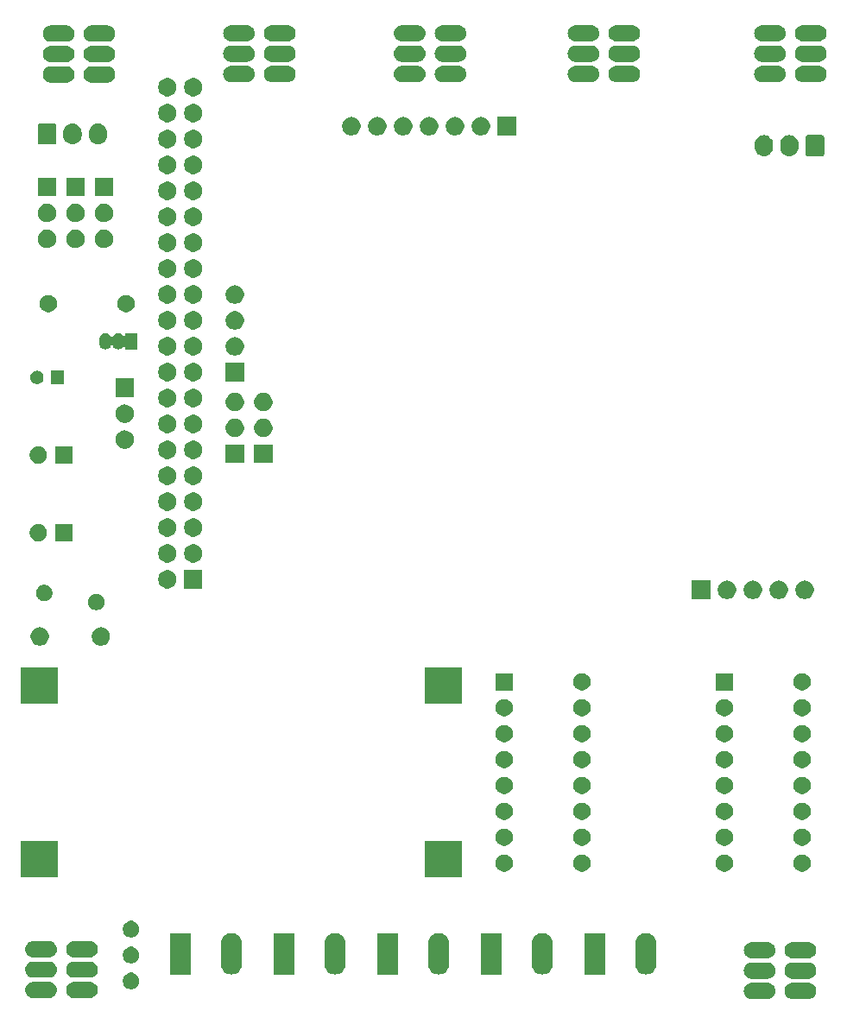
<source format=gbr>
G04 #@! TF.GenerationSoftware,KiCad,Pcbnew,5.1.5+dfsg1-2build2*
G04 #@! TF.CreationDate,2020-06-26T22:01:47+02:00*
G04 #@! TF.ProjectId,robo-car,726f626f-2d63-4617-922e-6b696361645f,rev?*
G04 #@! TF.SameCoordinates,Original*
G04 #@! TF.FileFunction,Soldermask,Top*
G04 #@! TF.FilePolarity,Negative*
%FSLAX46Y46*%
G04 Gerber Fmt 4.6, Leading zero omitted, Abs format (unit mm)*
G04 Created by KiCad (PCBNEW 5.1.5+dfsg1-2build2) date 2020-06-26 22:01:47*
%MOMM*%
%LPD*%
G04 APERTURE LIST*
%ADD10C,0.100000*%
G04 APERTURE END LIST*
D10*
G36*
X78139571Y-96198863D02*
G01*
X78218023Y-96206590D01*
X78318682Y-96237125D01*
X78369013Y-96252392D01*
X78508165Y-96326771D01*
X78630133Y-96426867D01*
X78730229Y-96548835D01*
X78804608Y-96687987D01*
X78804608Y-96687988D01*
X78850410Y-96838977D01*
X78865875Y-96996000D01*
X78850410Y-97153023D01*
X78819875Y-97253682D01*
X78804608Y-97304013D01*
X78730229Y-97443165D01*
X78630133Y-97565133D01*
X78508165Y-97665229D01*
X78369013Y-97739608D01*
X78318682Y-97754875D01*
X78218023Y-97785410D01*
X78139571Y-97793137D01*
X78100346Y-97797000D01*
X76521654Y-97797000D01*
X76482429Y-97793137D01*
X76403977Y-97785410D01*
X76303318Y-97754875D01*
X76252987Y-97739608D01*
X76113835Y-97665229D01*
X75991867Y-97565133D01*
X75891771Y-97443165D01*
X75817392Y-97304013D01*
X75802125Y-97253682D01*
X75771590Y-97153023D01*
X75756125Y-96996000D01*
X75771590Y-96838977D01*
X75817392Y-96687988D01*
X75817392Y-96687987D01*
X75891771Y-96548835D01*
X75991867Y-96426867D01*
X76113835Y-96326771D01*
X76252987Y-96252392D01*
X76303318Y-96237125D01*
X76403977Y-96206590D01*
X76482429Y-96198863D01*
X76521654Y-96195000D01*
X78100346Y-96195000D01*
X78139571Y-96198863D01*
G37*
G36*
X74139571Y-96198863D02*
G01*
X74218023Y-96206590D01*
X74318682Y-96237125D01*
X74369013Y-96252392D01*
X74508165Y-96326771D01*
X74630133Y-96426867D01*
X74730229Y-96548835D01*
X74804608Y-96687987D01*
X74804608Y-96687988D01*
X74850410Y-96838977D01*
X74865875Y-96996000D01*
X74850410Y-97153023D01*
X74819875Y-97253682D01*
X74804608Y-97304013D01*
X74730229Y-97443165D01*
X74630133Y-97565133D01*
X74508165Y-97665229D01*
X74369013Y-97739608D01*
X74318682Y-97754875D01*
X74218023Y-97785410D01*
X74139571Y-97793137D01*
X74100346Y-97797000D01*
X72521654Y-97797000D01*
X72482429Y-97793137D01*
X72403977Y-97785410D01*
X72303318Y-97754875D01*
X72252987Y-97739608D01*
X72113835Y-97665229D01*
X71991867Y-97565133D01*
X71891771Y-97443165D01*
X71817392Y-97304013D01*
X71802125Y-97253682D01*
X71771590Y-97153023D01*
X71756125Y-96996000D01*
X71771590Y-96838977D01*
X71817392Y-96687988D01*
X71817392Y-96687987D01*
X71891771Y-96548835D01*
X71991867Y-96426867D01*
X72113835Y-96326771D01*
X72252987Y-96252392D01*
X72303318Y-96237125D01*
X72403977Y-96206590D01*
X72482429Y-96198863D01*
X72521654Y-96195000D01*
X74100346Y-96195000D01*
X74139571Y-96198863D01*
G37*
G36*
X7686571Y-96103863D02*
G01*
X7765023Y-96111590D01*
X7865682Y-96142125D01*
X7916013Y-96157392D01*
X8055165Y-96231771D01*
X8177133Y-96331867D01*
X8277229Y-96453835D01*
X8351608Y-96592987D01*
X8351608Y-96592988D01*
X8397410Y-96743977D01*
X8412875Y-96901000D01*
X8397410Y-97058023D01*
X8368593Y-97153021D01*
X8351608Y-97209013D01*
X8277229Y-97348165D01*
X8177133Y-97470133D01*
X8055165Y-97570229D01*
X7916013Y-97644608D01*
X7865682Y-97659875D01*
X7765023Y-97690410D01*
X7686571Y-97698137D01*
X7647346Y-97702000D01*
X6068654Y-97702000D01*
X6029429Y-97698137D01*
X5950977Y-97690410D01*
X5850318Y-97659875D01*
X5799987Y-97644608D01*
X5660835Y-97570229D01*
X5538867Y-97470133D01*
X5438771Y-97348165D01*
X5364392Y-97209013D01*
X5347407Y-97153021D01*
X5318590Y-97058023D01*
X5303125Y-96901000D01*
X5318590Y-96743977D01*
X5364392Y-96592988D01*
X5364392Y-96592987D01*
X5438771Y-96453835D01*
X5538867Y-96331867D01*
X5660835Y-96231771D01*
X5799987Y-96157392D01*
X5850318Y-96142125D01*
X5950977Y-96111590D01*
X6029429Y-96103863D01*
X6068654Y-96100000D01*
X7647346Y-96100000D01*
X7686571Y-96103863D01*
G37*
G36*
X3686571Y-96103863D02*
G01*
X3765023Y-96111590D01*
X3865682Y-96142125D01*
X3916013Y-96157392D01*
X4055165Y-96231771D01*
X4177133Y-96331867D01*
X4277229Y-96453835D01*
X4351608Y-96592987D01*
X4351608Y-96592988D01*
X4397410Y-96743977D01*
X4412875Y-96901000D01*
X4397410Y-97058023D01*
X4368593Y-97153021D01*
X4351608Y-97209013D01*
X4277229Y-97348165D01*
X4177133Y-97470133D01*
X4055165Y-97570229D01*
X3916013Y-97644608D01*
X3865682Y-97659875D01*
X3765023Y-97690410D01*
X3686571Y-97698137D01*
X3647346Y-97702000D01*
X2068654Y-97702000D01*
X2029429Y-97698137D01*
X1950977Y-97690410D01*
X1850318Y-97659875D01*
X1799987Y-97644608D01*
X1660835Y-97570229D01*
X1538867Y-97470133D01*
X1438771Y-97348165D01*
X1364392Y-97209013D01*
X1347407Y-97153021D01*
X1318590Y-97058023D01*
X1303125Y-96901000D01*
X1318590Y-96743977D01*
X1364392Y-96592988D01*
X1364392Y-96592987D01*
X1438771Y-96453835D01*
X1538867Y-96331867D01*
X1660835Y-96231771D01*
X1799987Y-96157392D01*
X1850318Y-96142125D01*
X1950977Y-96111590D01*
X2029429Y-96103863D01*
X2068654Y-96100000D01*
X3647346Y-96100000D01*
X3686571Y-96103863D01*
G37*
G36*
X11921142Y-95230242D02*
G01*
X12069101Y-95291529D01*
X12202255Y-95380499D01*
X12315501Y-95493745D01*
X12404471Y-95626899D01*
X12465758Y-95774858D01*
X12497000Y-95931925D01*
X12497000Y-96092075D01*
X12465758Y-96249142D01*
X12404471Y-96397101D01*
X12315501Y-96530255D01*
X12202255Y-96643501D01*
X12069101Y-96732471D01*
X11921142Y-96793758D01*
X11764075Y-96825000D01*
X11603925Y-96825000D01*
X11446858Y-96793758D01*
X11298899Y-96732471D01*
X11165745Y-96643501D01*
X11052499Y-96530255D01*
X10963529Y-96397101D01*
X10902242Y-96249142D01*
X10871000Y-96092075D01*
X10871000Y-95931925D01*
X10902242Y-95774858D01*
X10963529Y-95626899D01*
X11052499Y-95493745D01*
X11165745Y-95380499D01*
X11298899Y-95291529D01*
X11446858Y-95230242D01*
X11603925Y-95199000D01*
X11764075Y-95199000D01*
X11921142Y-95230242D01*
G37*
G36*
X78139571Y-94198863D02*
G01*
X78218023Y-94206590D01*
X78318682Y-94237125D01*
X78369013Y-94252392D01*
X78508165Y-94326771D01*
X78630133Y-94426867D01*
X78730229Y-94548835D01*
X78804608Y-94687987D01*
X78804608Y-94687988D01*
X78850410Y-94838977D01*
X78865875Y-94996000D01*
X78850410Y-95153023D01*
X78819875Y-95253682D01*
X78804608Y-95304013D01*
X78730229Y-95443165D01*
X78630133Y-95565133D01*
X78508165Y-95665229D01*
X78369013Y-95739608D01*
X78318682Y-95754875D01*
X78218023Y-95785410D01*
X78139571Y-95793137D01*
X78100346Y-95797000D01*
X76521654Y-95797000D01*
X76482429Y-95793137D01*
X76403977Y-95785410D01*
X76303318Y-95754875D01*
X76252987Y-95739608D01*
X76113835Y-95665229D01*
X75991867Y-95565133D01*
X75891771Y-95443165D01*
X75817392Y-95304013D01*
X75802125Y-95253682D01*
X75771590Y-95153023D01*
X75756125Y-94996000D01*
X75771590Y-94838977D01*
X75817392Y-94687988D01*
X75817392Y-94687987D01*
X75891771Y-94548835D01*
X75991867Y-94426867D01*
X76113835Y-94326771D01*
X76252987Y-94252392D01*
X76303318Y-94237125D01*
X76403977Y-94206590D01*
X76482429Y-94198863D01*
X76521654Y-94195000D01*
X78100346Y-94195000D01*
X78139571Y-94198863D01*
G37*
G36*
X74139571Y-94198863D02*
G01*
X74218023Y-94206590D01*
X74318682Y-94237125D01*
X74369013Y-94252392D01*
X74508165Y-94326771D01*
X74630133Y-94426867D01*
X74730229Y-94548835D01*
X74804608Y-94687987D01*
X74804608Y-94687988D01*
X74850410Y-94838977D01*
X74865875Y-94996000D01*
X74850410Y-95153023D01*
X74819875Y-95253682D01*
X74804608Y-95304013D01*
X74730229Y-95443165D01*
X74630133Y-95565133D01*
X74508165Y-95665229D01*
X74369013Y-95739608D01*
X74318682Y-95754875D01*
X74218023Y-95785410D01*
X74139571Y-95793137D01*
X74100346Y-95797000D01*
X72521654Y-95797000D01*
X72482429Y-95793137D01*
X72403977Y-95785410D01*
X72303318Y-95754875D01*
X72252987Y-95739608D01*
X72113835Y-95665229D01*
X71991867Y-95565133D01*
X71891771Y-95443165D01*
X71817392Y-95304013D01*
X71802125Y-95253682D01*
X71771590Y-95153023D01*
X71756125Y-94996000D01*
X71771590Y-94838977D01*
X71817392Y-94687988D01*
X71817392Y-94687987D01*
X71891771Y-94548835D01*
X71991867Y-94426867D01*
X72113835Y-94326771D01*
X72252987Y-94252392D01*
X72303318Y-94237125D01*
X72403977Y-94206590D01*
X72482429Y-94198863D01*
X72521654Y-94195000D01*
X74100346Y-94195000D01*
X74139571Y-94198863D01*
G37*
G36*
X3682872Y-94103499D02*
G01*
X3765023Y-94111590D01*
X3865682Y-94142125D01*
X3916013Y-94157392D01*
X4055165Y-94231771D01*
X4177133Y-94331867D01*
X4277229Y-94453835D01*
X4351608Y-94592987D01*
X4351608Y-94592988D01*
X4397410Y-94743977D01*
X4412875Y-94901000D01*
X4397410Y-95058023D01*
X4392363Y-95074660D01*
X4351608Y-95209013D01*
X4277229Y-95348165D01*
X4177133Y-95470133D01*
X4055165Y-95570229D01*
X3916013Y-95644608D01*
X3865682Y-95659875D01*
X3765023Y-95690410D01*
X3686571Y-95698137D01*
X3647346Y-95702000D01*
X2068654Y-95702000D01*
X2029429Y-95698137D01*
X1950977Y-95690410D01*
X1850318Y-95659875D01*
X1799987Y-95644608D01*
X1660835Y-95570229D01*
X1538867Y-95470133D01*
X1438771Y-95348165D01*
X1364392Y-95209013D01*
X1323637Y-95074660D01*
X1318590Y-95058023D01*
X1303125Y-94901000D01*
X1318590Y-94743977D01*
X1364392Y-94592988D01*
X1364392Y-94592987D01*
X1438771Y-94453835D01*
X1538867Y-94331867D01*
X1660835Y-94231771D01*
X1799987Y-94157392D01*
X1850318Y-94142125D01*
X1950977Y-94111590D01*
X2033128Y-94103499D01*
X2068654Y-94100000D01*
X3647346Y-94100000D01*
X3682872Y-94103499D01*
G37*
G36*
X7682872Y-94103499D02*
G01*
X7765023Y-94111590D01*
X7865682Y-94142125D01*
X7916013Y-94157392D01*
X8055165Y-94231771D01*
X8177133Y-94331867D01*
X8277229Y-94453835D01*
X8351608Y-94592987D01*
X8351608Y-94592988D01*
X8397410Y-94743977D01*
X8412875Y-94901000D01*
X8397410Y-95058023D01*
X8392363Y-95074660D01*
X8351608Y-95209013D01*
X8277229Y-95348165D01*
X8177133Y-95470133D01*
X8055165Y-95570229D01*
X7916013Y-95644608D01*
X7865682Y-95659875D01*
X7765023Y-95690410D01*
X7686571Y-95698137D01*
X7647346Y-95702000D01*
X6068654Y-95702000D01*
X6029429Y-95698137D01*
X5950977Y-95690410D01*
X5850318Y-95659875D01*
X5799987Y-95644608D01*
X5660835Y-95570229D01*
X5538867Y-95470133D01*
X5438771Y-95348165D01*
X5364392Y-95209013D01*
X5323637Y-95074660D01*
X5318590Y-95058023D01*
X5303125Y-94901000D01*
X5318590Y-94743977D01*
X5364392Y-94592988D01*
X5364392Y-94592987D01*
X5438771Y-94453835D01*
X5538867Y-94331867D01*
X5660835Y-94231771D01*
X5799987Y-94157392D01*
X5850318Y-94142125D01*
X5950977Y-94111590D01*
X6033128Y-94103499D01*
X6068654Y-94100000D01*
X7647346Y-94100000D01*
X7682872Y-94103499D01*
G37*
G36*
X31874071Y-91329063D02*
G01*
X32070300Y-91388589D01*
X32251146Y-91485253D01*
X32292437Y-91519140D01*
X32409660Y-91615340D01*
X32539748Y-91773855D01*
X32636410Y-91954697D01*
X32636411Y-91954699D01*
X32695937Y-92150928D01*
X32711000Y-92303868D01*
X32711000Y-94386132D01*
X32695937Y-94539072D01*
X32650763Y-94687988D01*
X32636410Y-94735303D01*
X32539748Y-94916145D01*
X32409660Y-95074660D01*
X32251145Y-95204748D01*
X32203447Y-95230243D01*
X32070301Y-95301411D01*
X31874072Y-95360937D01*
X31670000Y-95381036D01*
X31465929Y-95360937D01*
X31269700Y-95301411D01*
X31136554Y-95230243D01*
X31088856Y-95204748D01*
X30930341Y-95074660D01*
X30800253Y-94916145D01*
X30703591Y-94735303D01*
X30689238Y-94687988D01*
X30644064Y-94539072D01*
X30629001Y-94386132D01*
X30629000Y-92303869D01*
X30644063Y-92150929D01*
X30703589Y-91954700D01*
X30800253Y-91773854D01*
X30849573Y-91713757D01*
X30930340Y-91615340D01*
X31088855Y-91485252D01*
X31269697Y-91388590D01*
X31269699Y-91388589D01*
X31465928Y-91329063D01*
X31670000Y-91308964D01*
X31874071Y-91329063D01*
G37*
G36*
X21714071Y-91329063D02*
G01*
X21910300Y-91388589D01*
X22091146Y-91485253D01*
X22132437Y-91519140D01*
X22249660Y-91615340D01*
X22379748Y-91773855D01*
X22476410Y-91954697D01*
X22476411Y-91954699D01*
X22535937Y-92150928D01*
X22551000Y-92303868D01*
X22551000Y-94386132D01*
X22535937Y-94539072D01*
X22490763Y-94687988D01*
X22476410Y-94735303D01*
X22379748Y-94916145D01*
X22249660Y-95074660D01*
X22091145Y-95204748D01*
X22043447Y-95230243D01*
X21910301Y-95301411D01*
X21714072Y-95360937D01*
X21510000Y-95381036D01*
X21305929Y-95360937D01*
X21109700Y-95301411D01*
X20976554Y-95230243D01*
X20928856Y-95204748D01*
X20770341Y-95074660D01*
X20640253Y-94916145D01*
X20543591Y-94735303D01*
X20529238Y-94687988D01*
X20484064Y-94539072D01*
X20469001Y-94386132D01*
X20469000Y-92303869D01*
X20484063Y-92150929D01*
X20543589Y-91954700D01*
X20640253Y-91773854D01*
X20689573Y-91713757D01*
X20770340Y-91615340D01*
X20928855Y-91485252D01*
X21109697Y-91388590D01*
X21109699Y-91388589D01*
X21305928Y-91329063D01*
X21510000Y-91308964D01*
X21714071Y-91329063D01*
G37*
G36*
X42034071Y-91329063D02*
G01*
X42230300Y-91388589D01*
X42411146Y-91485253D01*
X42452437Y-91519140D01*
X42569660Y-91615340D01*
X42699748Y-91773855D01*
X42796410Y-91954697D01*
X42796411Y-91954699D01*
X42855937Y-92150928D01*
X42871000Y-92303868D01*
X42871000Y-94386132D01*
X42855937Y-94539072D01*
X42810763Y-94687988D01*
X42796410Y-94735303D01*
X42699748Y-94916145D01*
X42569660Y-95074660D01*
X42411145Y-95204748D01*
X42363447Y-95230243D01*
X42230301Y-95301411D01*
X42034072Y-95360937D01*
X41830000Y-95381036D01*
X41625929Y-95360937D01*
X41429700Y-95301411D01*
X41296554Y-95230243D01*
X41248856Y-95204748D01*
X41090341Y-95074660D01*
X40960253Y-94916145D01*
X40863591Y-94735303D01*
X40849238Y-94687988D01*
X40804064Y-94539072D01*
X40789001Y-94386132D01*
X40789000Y-92303869D01*
X40804063Y-92150929D01*
X40863589Y-91954700D01*
X40960253Y-91773854D01*
X41009573Y-91713757D01*
X41090340Y-91615340D01*
X41248855Y-91485252D01*
X41429697Y-91388590D01*
X41429699Y-91388589D01*
X41625928Y-91329063D01*
X41830000Y-91308964D01*
X42034071Y-91329063D01*
G37*
G36*
X52194071Y-91329063D02*
G01*
X52390300Y-91388589D01*
X52571146Y-91485253D01*
X52612437Y-91519140D01*
X52729660Y-91615340D01*
X52859748Y-91773855D01*
X52956410Y-91954697D01*
X52956411Y-91954699D01*
X53015937Y-92150928D01*
X53031000Y-92303868D01*
X53031000Y-94386132D01*
X53015937Y-94539072D01*
X52970763Y-94687988D01*
X52956410Y-94735303D01*
X52859748Y-94916145D01*
X52729660Y-95074660D01*
X52571145Y-95204748D01*
X52523447Y-95230243D01*
X52390301Y-95301411D01*
X52194072Y-95360937D01*
X51990000Y-95381036D01*
X51785929Y-95360937D01*
X51589700Y-95301411D01*
X51456554Y-95230243D01*
X51408856Y-95204748D01*
X51250341Y-95074660D01*
X51120253Y-94916145D01*
X51023591Y-94735303D01*
X51009238Y-94687988D01*
X50964064Y-94539072D01*
X50949001Y-94386132D01*
X50949000Y-92303869D01*
X50964063Y-92150929D01*
X51023589Y-91954700D01*
X51120253Y-91773854D01*
X51169573Y-91713757D01*
X51250340Y-91615340D01*
X51408855Y-91485252D01*
X51589697Y-91388590D01*
X51589699Y-91388589D01*
X51785928Y-91329063D01*
X51990000Y-91308964D01*
X52194071Y-91329063D01*
G37*
G36*
X62354071Y-91329063D02*
G01*
X62550300Y-91388589D01*
X62731146Y-91485253D01*
X62772437Y-91519140D01*
X62889660Y-91615340D01*
X63019748Y-91773855D01*
X63116410Y-91954697D01*
X63116411Y-91954699D01*
X63175937Y-92150928D01*
X63191000Y-92303868D01*
X63191000Y-94386132D01*
X63175937Y-94539072D01*
X63130763Y-94687988D01*
X63116410Y-94735303D01*
X63019748Y-94916145D01*
X62889660Y-95074660D01*
X62731145Y-95204748D01*
X62683447Y-95230243D01*
X62550301Y-95301411D01*
X62354072Y-95360937D01*
X62150000Y-95381036D01*
X61945929Y-95360937D01*
X61749700Y-95301411D01*
X61616554Y-95230243D01*
X61568856Y-95204748D01*
X61410341Y-95074660D01*
X61280253Y-94916145D01*
X61183591Y-94735303D01*
X61169238Y-94687988D01*
X61124064Y-94539072D01*
X61109001Y-94386132D01*
X61109000Y-92303869D01*
X61124063Y-92150929D01*
X61183589Y-91954700D01*
X61280253Y-91773854D01*
X61329573Y-91713757D01*
X61410340Y-91615340D01*
X61568855Y-91485252D01*
X61749697Y-91388590D01*
X61749699Y-91388589D01*
X61945928Y-91329063D01*
X62150000Y-91308964D01*
X62354071Y-91329063D01*
G37*
G36*
X48031000Y-95376000D02*
G01*
X45949000Y-95376000D01*
X45949000Y-91314000D01*
X48031000Y-91314000D01*
X48031000Y-95376000D01*
G37*
G36*
X27711000Y-95376000D02*
G01*
X25629000Y-95376000D01*
X25629000Y-91314000D01*
X27711000Y-91314000D01*
X27711000Y-95376000D01*
G37*
G36*
X37871000Y-95376000D02*
G01*
X35789000Y-95376000D01*
X35789000Y-91314000D01*
X37871000Y-91314000D01*
X37871000Y-95376000D01*
G37*
G36*
X17551000Y-95376000D02*
G01*
X15469000Y-95376000D01*
X15469000Y-91314000D01*
X17551000Y-91314000D01*
X17551000Y-95376000D01*
G37*
G36*
X58191000Y-95376000D02*
G01*
X56109000Y-95376000D01*
X56109000Y-91314000D01*
X58191000Y-91314000D01*
X58191000Y-95376000D01*
G37*
G36*
X11921142Y-92690242D02*
G01*
X12069101Y-92751529D01*
X12202255Y-92840499D01*
X12315501Y-92953745D01*
X12404471Y-93086899D01*
X12465758Y-93234858D01*
X12497000Y-93391925D01*
X12497000Y-93552075D01*
X12465758Y-93709142D01*
X12404471Y-93857101D01*
X12315501Y-93990255D01*
X12202255Y-94103501D01*
X12069101Y-94192471D01*
X11921142Y-94253758D01*
X11764075Y-94285000D01*
X11603925Y-94285000D01*
X11446858Y-94253758D01*
X11298899Y-94192471D01*
X11165745Y-94103501D01*
X11052499Y-93990255D01*
X10963529Y-93857101D01*
X10902242Y-93709142D01*
X10871000Y-93552075D01*
X10871000Y-93391925D01*
X10902242Y-93234858D01*
X10963529Y-93086899D01*
X11052499Y-92953745D01*
X11165745Y-92840499D01*
X11298899Y-92751529D01*
X11446858Y-92690242D01*
X11603925Y-92659000D01*
X11764075Y-92659000D01*
X11921142Y-92690242D01*
G37*
G36*
X74139571Y-92198863D02*
G01*
X74218023Y-92206590D01*
X74318682Y-92237125D01*
X74369013Y-92252392D01*
X74508165Y-92326771D01*
X74630133Y-92426867D01*
X74730229Y-92548835D01*
X74804608Y-92687987D01*
X74804608Y-92687988D01*
X74850410Y-92838977D01*
X74865875Y-92996000D01*
X74850410Y-93153023D01*
X74825586Y-93234857D01*
X74804608Y-93304013D01*
X74730229Y-93443165D01*
X74630133Y-93565133D01*
X74508165Y-93665229D01*
X74369013Y-93739608D01*
X74318682Y-93754875D01*
X74218023Y-93785410D01*
X74139571Y-93793137D01*
X74100346Y-93797000D01*
X72521654Y-93797000D01*
X72482429Y-93793137D01*
X72403977Y-93785410D01*
X72303318Y-93754875D01*
X72252987Y-93739608D01*
X72113835Y-93665229D01*
X71991867Y-93565133D01*
X71891771Y-93443165D01*
X71817392Y-93304013D01*
X71796414Y-93234857D01*
X71771590Y-93153023D01*
X71756125Y-92996000D01*
X71771590Y-92838977D01*
X71817392Y-92687988D01*
X71817392Y-92687987D01*
X71891771Y-92548835D01*
X71991867Y-92426867D01*
X72113835Y-92326771D01*
X72252987Y-92252392D01*
X72303318Y-92237125D01*
X72403977Y-92206590D01*
X72482429Y-92198863D01*
X72521654Y-92195000D01*
X74100346Y-92195000D01*
X74139571Y-92198863D01*
G37*
G36*
X78139571Y-92198863D02*
G01*
X78218023Y-92206590D01*
X78318682Y-92237125D01*
X78369013Y-92252392D01*
X78508165Y-92326771D01*
X78630133Y-92426867D01*
X78730229Y-92548835D01*
X78804608Y-92687987D01*
X78804608Y-92687988D01*
X78850410Y-92838977D01*
X78865875Y-92996000D01*
X78850410Y-93153023D01*
X78825586Y-93234857D01*
X78804608Y-93304013D01*
X78730229Y-93443165D01*
X78630133Y-93565133D01*
X78508165Y-93665229D01*
X78369013Y-93739608D01*
X78318682Y-93754875D01*
X78218023Y-93785410D01*
X78139571Y-93793137D01*
X78100346Y-93797000D01*
X76521654Y-93797000D01*
X76482429Y-93793137D01*
X76403977Y-93785410D01*
X76303318Y-93754875D01*
X76252987Y-93739608D01*
X76113835Y-93665229D01*
X75991867Y-93565133D01*
X75891771Y-93443165D01*
X75817392Y-93304013D01*
X75796414Y-93234857D01*
X75771590Y-93153023D01*
X75756125Y-92996000D01*
X75771590Y-92838977D01*
X75817392Y-92687988D01*
X75817392Y-92687987D01*
X75891771Y-92548835D01*
X75991867Y-92426867D01*
X76113835Y-92326771D01*
X76252987Y-92252392D01*
X76303318Y-92237125D01*
X76403977Y-92206590D01*
X76482429Y-92198863D01*
X76521654Y-92195000D01*
X78100346Y-92195000D01*
X78139571Y-92198863D01*
G37*
G36*
X3686571Y-92103863D02*
G01*
X3765023Y-92111590D01*
X3865682Y-92142125D01*
X3916013Y-92157392D01*
X4055165Y-92231771D01*
X4177133Y-92331867D01*
X4277229Y-92453835D01*
X4351608Y-92592987D01*
X4351608Y-92592988D01*
X4397410Y-92743977D01*
X4412875Y-92901000D01*
X4397410Y-93058023D01*
X4388650Y-93086900D01*
X4351608Y-93209013D01*
X4277229Y-93348165D01*
X4177133Y-93470133D01*
X4055165Y-93570229D01*
X3916013Y-93644608D01*
X3865682Y-93659875D01*
X3765023Y-93690410D01*
X3686571Y-93698137D01*
X3647346Y-93702000D01*
X2068654Y-93702000D01*
X2029429Y-93698137D01*
X1950977Y-93690410D01*
X1850318Y-93659875D01*
X1799987Y-93644608D01*
X1660835Y-93570229D01*
X1538867Y-93470133D01*
X1438771Y-93348165D01*
X1364392Y-93209013D01*
X1327350Y-93086900D01*
X1318590Y-93058023D01*
X1303125Y-92901000D01*
X1318590Y-92743977D01*
X1364392Y-92592988D01*
X1364392Y-92592987D01*
X1438771Y-92453835D01*
X1538867Y-92331867D01*
X1660835Y-92231771D01*
X1799987Y-92157392D01*
X1850318Y-92142125D01*
X1950977Y-92111590D01*
X2029429Y-92103863D01*
X2068654Y-92100000D01*
X3647346Y-92100000D01*
X3686571Y-92103863D01*
G37*
G36*
X7686571Y-92103863D02*
G01*
X7765023Y-92111590D01*
X7865682Y-92142125D01*
X7916013Y-92157392D01*
X8055165Y-92231771D01*
X8177133Y-92331867D01*
X8277229Y-92453835D01*
X8351608Y-92592987D01*
X8351608Y-92592988D01*
X8397410Y-92743977D01*
X8412875Y-92901000D01*
X8397410Y-93058023D01*
X8388650Y-93086900D01*
X8351608Y-93209013D01*
X8277229Y-93348165D01*
X8177133Y-93470133D01*
X8055165Y-93570229D01*
X7916013Y-93644608D01*
X7865682Y-93659875D01*
X7765023Y-93690410D01*
X7686571Y-93698137D01*
X7647346Y-93702000D01*
X6068654Y-93702000D01*
X6029429Y-93698137D01*
X5950977Y-93690410D01*
X5850318Y-93659875D01*
X5799987Y-93644608D01*
X5660835Y-93570229D01*
X5538867Y-93470133D01*
X5438771Y-93348165D01*
X5364392Y-93209013D01*
X5327350Y-93086900D01*
X5318590Y-93058023D01*
X5303125Y-92901000D01*
X5318590Y-92743977D01*
X5364392Y-92592988D01*
X5364392Y-92592987D01*
X5438771Y-92453835D01*
X5538867Y-92331867D01*
X5660835Y-92231771D01*
X5799987Y-92157392D01*
X5850318Y-92142125D01*
X5950977Y-92111590D01*
X6029429Y-92103863D01*
X6068654Y-92100000D01*
X7647346Y-92100000D01*
X7686571Y-92103863D01*
G37*
G36*
X11921142Y-90150242D02*
G01*
X12069101Y-90211529D01*
X12202255Y-90300499D01*
X12315501Y-90413745D01*
X12404471Y-90546899D01*
X12465758Y-90694858D01*
X12497000Y-90851925D01*
X12497000Y-91012075D01*
X12465758Y-91169142D01*
X12404471Y-91317101D01*
X12315501Y-91450255D01*
X12202255Y-91563501D01*
X12069101Y-91652471D01*
X11921142Y-91713758D01*
X11764075Y-91745000D01*
X11603925Y-91745000D01*
X11446858Y-91713758D01*
X11298899Y-91652471D01*
X11165745Y-91563501D01*
X11052499Y-91450255D01*
X10963529Y-91317101D01*
X10902242Y-91169142D01*
X10871000Y-91012075D01*
X10871000Y-90851925D01*
X10902242Y-90694858D01*
X10963529Y-90546899D01*
X11052499Y-90413745D01*
X11165745Y-90300499D01*
X11298899Y-90211529D01*
X11446858Y-90150242D01*
X11603925Y-90119000D01*
X11764075Y-90119000D01*
X11921142Y-90150242D01*
G37*
G36*
X44104000Y-85887000D02*
G01*
X40478000Y-85887000D01*
X40478000Y-82261000D01*
X44104000Y-82261000D01*
X44104000Y-85887000D01*
G37*
G36*
X4480000Y-85887000D02*
G01*
X854000Y-85887000D01*
X854000Y-82261000D01*
X4480000Y-82261000D01*
X4480000Y-85887000D01*
G37*
G36*
X48508228Y-83636703D02*
G01*
X48663100Y-83700853D01*
X48802481Y-83793985D01*
X48921015Y-83912519D01*
X49014147Y-84051900D01*
X49078297Y-84206772D01*
X49111000Y-84371184D01*
X49111000Y-84538816D01*
X49078297Y-84703228D01*
X49014147Y-84858100D01*
X48921015Y-84997481D01*
X48802481Y-85116015D01*
X48663100Y-85209147D01*
X48508228Y-85273297D01*
X48343816Y-85306000D01*
X48176184Y-85306000D01*
X48011772Y-85273297D01*
X47856900Y-85209147D01*
X47717519Y-85116015D01*
X47598985Y-84997481D01*
X47505853Y-84858100D01*
X47441703Y-84703228D01*
X47409000Y-84538816D01*
X47409000Y-84371184D01*
X47441703Y-84206772D01*
X47505853Y-84051900D01*
X47598985Y-83912519D01*
X47717519Y-83793985D01*
X47856900Y-83700853D01*
X48011772Y-83636703D01*
X48176184Y-83604000D01*
X48343816Y-83604000D01*
X48508228Y-83636703D01*
G37*
G36*
X56128228Y-83636703D02*
G01*
X56283100Y-83700853D01*
X56422481Y-83793985D01*
X56541015Y-83912519D01*
X56634147Y-84051900D01*
X56698297Y-84206772D01*
X56731000Y-84371184D01*
X56731000Y-84538816D01*
X56698297Y-84703228D01*
X56634147Y-84858100D01*
X56541015Y-84997481D01*
X56422481Y-85116015D01*
X56283100Y-85209147D01*
X56128228Y-85273297D01*
X55963816Y-85306000D01*
X55796184Y-85306000D01*
X55631772Y-85273297D01*
X55476900Y-85209147D01*
X55337519Y-85116015D01*
X55218985Y-84997481D01*
X55125853Y-84858100D01*
X55061703Y-84703228D01*
X55029000Y-84538816D01*
X55029000Y-84371184D01*
X55061703Y-84206772D01*
X55125853Y-84051900D01*
X55218985Y-83912519D01*
X55337519Y-83793985D01*
X55476900Y-83700853D01*
X55631772Y-83636703D01*
X55796184Y-83604000D01*
X55963816Y-83604000D01*
X56128228Y-83636703D01*
G37*
G36*
X77718228Y-83636703D02*
G01*
X77873100Y-83700853D01*
X78012481Y-83793985D01*
X78131015Y-83912519D01*
X78224147Y-84051900D01*
X78288297Y-84206772D01*
X78321000Y-84371184D01*
X78321000Y-84538816D01*
X78288297Y-84703228D01*
X78224147Y-84858100D01*
X78131015Y-84997481D01*
X78012481Y-85116015D01*
X77873100Y-85209147D01*
X77718228Y-85273297D01*
X77553816Y-85306000D01*
X77386184Y-85306000D01*
X77221772Y-85273297D01*
X77066900Y-85209147D01*
X76927519Y-85116015D01*
X76808985Y-84997481D01*
X76715853Y-84858100D01*
X76651703Y-84703228D01*
X76619000Y-84538816D01*
X76619000Y-84371184D01*
X76651703Y-84206772D01*
X76715853Y-84051900D01*
X76808985Y-83912519D01*
X76927519Y-83793985D01*
X77066900Y-83700853D01*
X77221772Y-83636703D01*
X77386184Y-83604000D01*
X77553816Y-83604000D01*
X77718228Y-83636703D01*
G37*
G36*
X70098228Y-83636703D02*
G01*
X70253100Y-83700853D01*
X70392481Y-83793985D01*
X70511015Y-83912519D01*
X70604147Y-84051900D01*
X70668297Y-84206772D01*
X70701000Y-84371184D01*
X70701000Y-84538816D01*
X70668297Y-84703228D01*
X70604147Y-84858100D01*
X70511015Y-84997481D01*
X70392481Y-85116015D01*
X70253100Y-85209147D01*
X70098228Y-85273297D01*
X69933816Y-85306000D01*
X69766184Y-85306000D01*
X69601772Y-85273297D01*
X69446900Y-85209147D01*
X69307519Y-85116015D01*
X69188985Y-84997481D01*
X69095853Y-84858100D01*
X69031703Y-84703228D01*
X68999000Y-84538816D01*
X68999000Y-84371184D01*
X69031703Y-84206772D01*
X69095853Y-84051900D01*
X69188985Y-83912519D01*
X69307519Y-83793985D01*
X69446900Y-83700853D01*
X69601772Y-83636703D01*
X69766184Y-83604000D01*
X69933816Y-83604000D01*
X70098228Y-83636703D01*
G37*
G36*
X70098228Y-81096703D02*
G01*
X70253100Y-81160853D01*
X70392481Y-81253985D01*
X70511015Y-81372519D01*
X70604147Y-81511900D01*
X70668297Y-81666772D01*
X70701000Y-81831184D01*
X70701000Y-81998816D01*
X70668297Y-82163228D01*
X70604147Y-82318100D01*
X70511015Y-82457481D01*
X70392481Y-82576015D01*
X70253100Y-82669147D01*
X70098228Y-82733297D01*
X69933816Y-82766000D01*
X69766184Y-82766000D01*
X69601772Y-82733297D01*
X69446900Y-82669147D01*
X69307519Y-82576015D01*
X69188985Y-82457481D01*
X69095853Y-82318100D01*
X69031703Y-82163228D01*
X68999000Y-81998816D01*
X68999000Y-81831184D01*
X69031703Y-81666772D01*
X69095853Y-81511900D01*
X69188985Y-81372519D01*
X69307519Y-81253985D01*
X69446900Y-81160853D01*
X69601772Y-81096703D01*
X69766184Y-81064000D01*
X69933816Y-81064000D01*
X70098228Y-81096703D01*
G37*
G36*
X56128228Y-81096703D02*
G01*
X56283100Y-81160853D01*
X56422481Y-81253985D01*
X56541015Y-81372519D01*
X56634147Y-81511900D01*
X56698297Y-81666772D01*
X56731000Y-81831184D01*
X56731000Y-81998816D01*
X56698297Y-82163228D01*
X56634147Y-82318100D01*
X56541015Y-82457481D01*
X56422481Y-82576015D01*
X56283100Y-82669147D01*
X56128228Y-82733297D01*
X55963816Y-82766000D01*
X55796184Y-82766000D01*
X55631772Y-82733297D01*
X55476900Y-82669147D01*
X55337519Y-82576015D01*
X55218985Y-82457481D01*
X55125853Y-82318100D01*
X55061703Y-82163228D01*
X55029000Y-81998816D01*
X55029000Y-81831184D01*
X55061703Y-81666772D01*
X55125853Y-81511900D01*
X55218985Y-81372519D01*
X55337519Y-81253985D01*
X55476900Y-81160853D01*
X55631772Y-81096703D01*
X55796184Y-81064000D01*
X55963816Y-81064000D01*
X56128228Y-81096703D01*
G37*
G36*
X77718228Y-81096703D02*
G01*
X77873100Y-81160853D01*
X78012481Y-81253985D01*
X78131015Y-81372519D01*
X78224147Y-81511900D01*
X78288297Y-81666772D01*
X78321000Y-81831184D01*
X78321000Y-81998816D01*
X78288297Y-82163228D01*
X78224147Y-82318100D01*
X78131015Y-82457481D01*
X78012481Y-82576015D01*
X77873100Y-82669147D01*
X77718228Y-82733297D01*
X77553816Y-82766000D01*
X77386184Y-82766000D01*
X77221772Y-82733297D01*
X77066900Y-82669147D01*
X76927519Y-82576015D01*
X76808985Y-82457481D01*
X76715853Y-82318100D01*
X76651703Y-82163228D01*
X76619000Y-81998816D01*
X76619000Y-81831184D01*
X76651703Y-81666772D01*
X76715853Y-81511900D01*
X76808985Y-81372519D01*
X76927519Y-81253985D01*
X77066900Y-81160853D01*
X77221772Y-81096703D01*
X77386184Y-81064000D01*
X77553816Y-81064000D01*
X77718228Y-81096703D01*
G37*
G36*
X48508228Y-81096703D02*
G01*
X48663100Y-81160853D01*
X48802481Y-81253985D01*
X48921015Y-81372519D01*
X49014147Y-81511900D01*
X49078297Y-81666772D01*
X49111000Y-81831184D01*
X49111000Y-81998816D01*
X49078297Y-82163228D01*
X49014147Y-82318100D01*
X48921015Y-82457481D01*
X48802481Y-82576015D01*
X48663100Y-82669147D01*
X48508228Y-82733297D01*
X48343816Y-82766000D01*
X48176184Y-82766000D01*
X48011772Y-82733297D01*
X47856900Y-82669147D01*
X47717519Y-82576015D01*
X47598985Y-82457481D01*
X47505853Y-82318100D01*
X47441703Y-82163228D01*
X47409000Y-81998816D01*
X47409000Y-81831184D01*
X47441703Y-81666772D01*
X47505853Y-81511900D01*
X47598985Y-81372519D01*
X47717519Y-81253985D01*
X47856900Y-81160853D01*
X48011772Y-81096703D01*
X48176184Y-81064000D01*
X48343816Y-81064000D01*
X48508228Y-81096703D01*
G37*
G36*
X70098228Y-78556703D02*
G01*
X70253100Y-78620853D01*
X70392481Y-78713985D01*
X70511015Y-78832519D01*
X70604147Y-78971900D01*
X70668297Y-79126772D01*
X70701000Y-79291184D01*
X70701000Y-79458816D01*
X70668297Y-79623228D01*
X70604147Y-79778100D01*
X70511015Y-79917481D01*
X70392481Y-80036015D01*
X70253100Y-80129147D01*
X70098228Y-80193297D01*
X69933816Y-80226000D01*
X69766184Y-80226000D01*
X69601772Y-80193297D01*
X69446900Y-80129147D01*
X69307519Y-80036015D01*
X69188985Y-79917481D01*
X69095853Y-79778100D01*
X69031703Y-79623228D01*
X68999000Y-79458816D01*
X68999000Y-79291184D01*
X69031703Y-79126772D01*
X69095853Y-78971900D01*
X69188985Y-78832519D01*
X69307519Y-78713985D01*
X69446900Y-78620853D01*
X69601772Y-78556703D01*
X69766184Y-78524000D01*
X69933816Y-78524000D01*
X70098228Y-78556703D01*
G37*
G36*
X77718228Y-78556703D02*
G01*
X77873100Y-78620853D01*
X78012481Y-78713985D01*
X78131015Y-78832519D01*
X78224147Y-78971900D01*
X78288297Y-79126772D01*
X78321000Y-79291184D01*
X78321000Y-79458816D01*
X78288297Y-79623228D01*
X78224147Y-79778100D01*
X78131015Y-79917481D01*
X78012481Y-80036015D01*
X77873100Y-80129147D01*
X77718228Y-80193297D01*
X77553816Y-80226000D01*
X77386184Y-80226000D01*
X77221772Y-80193297D01*
X77066900Y-80129147D01*
X76927519Y-80036015D01*
X76808985Y-79917481D01*
X76715853Y-79778100D01*
X76651703Y-79623228D01*
X76619000Y-79458816D01*
X76619000Y-79291184D01*
X76651703Y-79126772D01*
X76715853Y-78971900D01*
X76808985Y-78832519D01*
X76927519Y-78713985D01*
X77066900Y-78620853D01*
X77221772Y-78556703D01*
X77386184Y-78524000D01*
X77553816Y-78524000D01*
X77718228Y-78556703D01*
G37*
G36*
X48508228Y-78556703D02*
G01*
X48663100Y-78620853D01*
X48802481Y-78713985D01*
X48921015Y-78832519D01*
X49014147Y-78971900D01*
X49078297Y-79126772D01*
X49111000Y-79291184D01*
X49111000Y-79458816D01*
X49078297Y-79623228D01*
X49014147Y-79778100D01*
X48921015Y-79917481D01*
X48802481Y-80036015D01*
X48663100Y-80129147D01*
X48508228Y-80193297D01*
X48343816Y-80226000D01*
X48176184Y-80226000D01*
X48011772Y-80193297D01*
X47856900Y-80129147D01*
X47717519Y-80036015D01*
X47598985Y-79917481D01*
X47505853Y-79778100D01*
X47441703Y-79623228D01*
X47409000Y-79458816D01*
X47409000Y-79291184D01*
X47441703Y-79126772D01*
X47505853Y-78971900D01*
X47598985Y-78832519D01*
X47717519Y-78713985D01*
X47856900Y-78620853D01*
X48011772Y-78556703D01*
X48176184Y-78524000D01*
X48343816Y-78524000D01*
X48508228Y-78556703D01*
G37*
G36*
X56128228Y-78556703D02*
G01*
X56283100Y-78620853D01*
X56422481Y-78713985D01*
X56541015Y-78832519D01*
X56634147Y-78971900D01*
X56698297Y-79126772D01*
X56731000Y-79291184D01*
X56731000Y-79458816D01*
X56698297Y-79623228D01*
X56634147Y-79778100D01*
X56541015Y-79917481D01*
X56422481Y-80036015D01*
X56283100Y-80129147D01*
X56128228Y-80193297D01*
X55963816Y-80226000D01*
X55796184Y-80226000D01*
X55631772Y-80193297D01*
X55476900Y-80129147D01*
X55337519Y-80036015D01*
X55218985Y-79917481D01*
X55125853Y-79778100D01*
X55061703Y-79623228D01*
X55029000Y-79458816D01*
X55029000Y-79291184D01*
X55061703Y-79126772D01*
X55125853Y-78971900D01*
X55218985Y-78832519D01*
X55337519Y-78713985D01*
X55476900Y-78620853D01*
X55631772Y-78556703D01*
X55796184Y-78524000D01*
X55963816Y-78524000D01*
X56128228Y-78556703D01*
G37*
G36*
X56128228Y-76016703D02*
G01*
X56283100Y-76080853D01*
X56422481Y-76173985D01*
X56541015Y-76292519D01*
X56634147Y-76431900D01*
X56698297Y-76586772D01*
X56731000Y-76751184D01*
X56731000Y-76918816D01*
X56698297Y-77083228D01*
X56634147Y-77238100D01*
X56541015Y-77377481D01*
X56422481Y-77496015D01*
X56283100Y-77589147D01*
X56128228Y-77653297D01*
X55963816Y-77686000D01*
X55796184Y-77686000D01*
X55631772Y-77653297D01*
X55476900Y-77589147D01*
X55337519Y-77496015D01*
X55218985Y-77377481D01*
X55125853Y-77238100D01*
X55061703Y-77083228D01*
X55029000Y-76918816D01*
X55029000Y-76751184D01*
X55061703Y-76586772D01*
X55125853Y-76431900D01*
X55218985Y-76292519D01*
X55337519Y-76173985D01*
X55476900Y-76080853D01*
X55631772Y-76016703D01*
X55796184Y-75984000D01*
X55963816Y-75984000D01*
X56128228Y-76016703D01*
G37*
G36*
X48508228Y-76016703D02*
G01*
X48663100Y-76080853D01*
X48802481Y-76173985D01*
X48921015Y-76292519D01*
X49014147Y-76431900D01*
X49078297Y-76586772D01*
X49111000Y-76751184D01*
X49111000Y-76918816D01*
X49078297Y-77083228D01*
X49014147Y-77238100D01*
X48921015Y-77377481D01*
X48802481Y-77496015D01*
X48663100Y-77589147D01*
X48508228Y-77653297D01*
X48343816Y-77686000D01*
X48176184Y-77686000D01*
X48011772Y-77653297D01*
X47856900Y-77589147D01*
X47717519Y-77496015D01*
X47598985Y-77377481D01*
X47505853Y-77238100D01*
X47441703Y-77083228D01*
X47409000Y-76918816D01*
X47409000Y-76751184D01*
X47441703Y-76586772D01*
X47505853Y-76431900D01*
X47598985Y-76292519D01*
X47717519Y-76173985D01*
X47856900Y-76080853D01*
X48011772Y-76016703D01*
X48176184Y-75984000D01*
X48343816Y-75984000D01*
X48508228Y-76016703D01*
G37*
G36*
X77718228Y-76016703D02*
G01*
X77873100Y-76080853D01*
X78012481Y-76173985D01*
X78131015Y-76292519D01*
X78224147Y-76431900D01*
X78288297Y-76586772D01*
X78321000Y-76751184D01*
X78321000Y-76918816D01*
X78288297Y-77083228D01*
X78224147Y-77238100D01*
X78131015Y-77377481D01*
X78012481Y-77496015D01*
X77873100Y-77589147D01*
X77718228Y-77653297D01*
X77553816Y-77686000D01*
X77386184Y-77686000D01*
X77221772Y-77653297D01*
X77066900Y-77589147D01*
X76927519Y-77496015D01*
X76808985Y-77377481D01*
X76715853Y-77238100D01*
X76651703Y-77083228D01*
X76619000Y-76918816D01*
X76619000Y-76751184D01*
X76651703Y-76586772D01*
X76715853Y-76431900D01*
X76808985Y-76292519D01*
X76927519Y-76173985D01*
X77066900Y-76080853D01*
X77221772Y-76016703D01*
X77386184Y-75984000D01*
X77553816Y-75984000D01*
X77718228Y-76016703D01*
G37*
G36*
X70098228Y-76016703D02*
G01*
X70253100Y-76080853D01*
X70392481Y-76173985D01*
X70511015Y-76292519D01*
X70604147Y-76431900D01*
X70668297Y-76586772D01*
X70701000Y-76751184D01*
X70701000Y-76918816D01*
X70668297Y-77083228D01*
X70604147Y-77238100D01*
X70511015Y-77377481D01*
X70392481Y-77496015D01*
X70253100Y-77589147D01*
X70098228Y-77653297D01*
X69933816Y-77686000D01*
X69766184Y-77686000D01*
X69601772Y-77653297D01*
X69446900Y-77589147D01*
X69307519Y-77496015D01*
X69188985Y-77377481D01*
X69095853Y-77238100D01*
X69031703Y-77083228D01*
X68999000Y-76918816D01*
X68999000Y-76751184D01*
X69031703Y-76586772D01*
X69095853Y-76431900D01*
X69188985Y-76292519D01*
X69307519Y-76173985D01*
X69446900Y-76080853D01*
X69601772Y-76016703D01*
X69766184Y-75984000D01*
X69933816Y-75984000D01*
X70098228Y-76016703D01*
G37*
G36*
X48508228Y-73476703D02*
G01*
X48663100Y-73540853D01*
X48802481Y-73633985D01*
X48921015Y-73752519D01*
X49014147Y-73891900D01*
X49078297Y-74046772D01*
X49111000Y-74211184D01*
X49111000Y-74378816D01*
X49078297Y-74543228D01*
X49014147Y-74698100D01*
X48921015Y-74837481D01*
X48802481Y-74956015D01*
X48663100Y-75049147D01*
X48508228Y-75113297D01*
X48343816Y-75146000D01*
X48176184Y-75146000D01*
X48011772Y-75113297D01*
X47856900Y-75049147D01*
X47717519Y-74956015D01*
X47598985Y-74837481D01*
X47505853Y-74698100D01*
X47441703Y-74543228D01*
X47409000Y-74378816D01*
X47409000Y-74211184D01*
X47441703Y-74046772D01*
X47505853Y-73891900D01*
X47598985Y-73752519D01*
X47717519Y-73633985D01*
X47856900Y-73540853D01*
X48011772Y-73476703D01*
X48176184Y-73444000D01*
X48343816Y-73444000D01*
X48508228Y-73476703D01*
G37*
G36*
X77718228Y-73476703D02*
G01*
X77873100Y-73540853D01*
X78012481Y-73633985D01*
X78131015Y-73752519D01*
X78224147Y-73891900D01*
X78288297Y-74046772D01*
X78321000Y-74211184D01*
X78321000Y-74378816D01*
X78288297Y-74543228D01*
X78224147Y-74698100D01*
X78131015Y-74837481D01*
X78012481Y-74956015D01*
X77873100Y-75049147D01*
X77718228Y-75113297D01*
X77553816Y-75146000D01*
X77386184Y-75146000D01*
X77221772Y-75113297D01*
X77066900Y-75049147D01*
X76927519Y-74956015D01*
X76808985Y-74837481D01*
X76715853Y-74698100D01*
X76651703Y-74543228D01*
X76619000Y-74378816D01*
X76619000Y-74211184D01*
X76651703Y-74046772D01*
X76715853Y-73891900D01*
X76808985Y-73752519D01*
X76927519Y-73633985D01*
X77066900Y-73540853D01*
X77221772Y-73476703D01*
X77386184Y-73444000D01*
X77553816Y-73444000D01*
X77718228Y-73476703D01*
G37*
G36*
X70098228Y-73476703D02*
G01*
X70253100Y-73540853D01*
X70392481Y-73633985D01*
X70511015Y-73752519D01*
X70604147Y-73891900D01*
X70668297Y-74046772D01*
X70701000Y-74211184D01*
X70701000Y-74378816D01*
X70668297Y-74543228D01*
X70604147Y-74698100D01*
X70511015Y-74837481D01*
X70392481Y-74956015D01*
X70253100Y-75049147D01*
X70098228Y-75113297D01*
X69933816Y-75146000D01*
X69766184Y-75146000D01*
X69601772Y-75113297D01*
X69446900Y-75049147D01*
X69307519Y-74956015D01*
X69188985Y-74837481D01*
X69095853Y-74698100D01*
X69031703Y-74543228D01*
X68999000Y-74378816D01*
X68999000Y-74211184D01*
X69031703Y-74046772D01*
X69095853Y-73891900D01*
X69188985Y-73752519D01*
X69307519Y-73633985D01*
X69446900Y-73540853D01*
X69601772Y-73476703D01*
X69766184Y-73444000D01*
X69933816Y-73444000D01*
X70098228Y-73476703D01*
G37*
G36*
X56128228Y-73476703D02*
G01*
X56283100Y-73540853D01*
X56422481Y-73633985D01*
X56541015Y-73752519D01*
X56634147Y-73891900D01*
X56698297Y-74046772D01*
X56731000Y-74211184D01*
X56731000Y-74378816D01*
X56698297Y-74543228D01*
X56634147Y-74698100D01*
X56541015Y-74837481D01*
X56422481Y-74956015D01*
X56283100Y-75049147D01*
X56128228Y-75113297D01*
X55963816Y-75146000D01*
X55796184Y-75146000D01*
X55631772Y-75113297D01*
X55476900Y-75049147D01*
X55337519Y-74956015D01*
X55218985Y-74837481D01*
X55125853Y-74698100D01*
X55061703Y-74543228D01*
X55029000Y-74378816D01*
X55029000Y-74211184D01*
X55061703Y-74046772D01*
X55125853Y-73891900D01*
X55218985Y-73752519D01*
X55337519Y-73633985D01*
X55476900Y-73540853D01*
X55631772Y-73476703D01*
X55796184Y-73444000D01*
X55963816Y-73444000D01*
X56128228Y-73476703D01*
G37*
G36*
X56128228Y-70936703D02*
G01*
X56283100Y-71000853D01*
X56422481Y-71093985D01*
X56541015Y-71212519D01*
X56634147Y-71351900D01*
X56698297Y-71506772D01*
X56731000Y-71671184D01*
X56731000Y-71838816D01*
X56698297Y-72003228D01*
X56634147Y-72158100D01*
X56541015Y-72297481D01*
X56422481Y-72416015D01*
X56283100Y-72509147D01*
X56128228Y-72573297D01*
X55963816Y-72606000D01*
X55796184Y-72606000D01*
X55631772Y-72573297D01*
X55476900Y-72509147D01*
X55337519Y-72416015D01*
X55218985Y-72297481D01*
X55125853Y-72158100D01*
X55061703Y-72003228D01*
X55029000Y-71838816D01*
X55029000Y-71671184D01*
X55061703Y-71506772D01*
X55125853Y-71351900D01*
X55218985Y-71212519D01*
X55337519Y-71093985D01*
X55476900Y-71000853D01*
X55631772Y-70936703D01*
X55796184Y-70904000D01*
X55963816Y-70904000D01*
X56128228Y-70936703D01*
G37*
G36*
X70098228Y-70936703D02*
G01*
X70253100Y-71000853D01*
X70392481Y-71093985D01*
X70511015Y-71212519D01*
X70604147Y-71351900D01*
X70668297Y-71506772D01*
X70701000Y-71671184D01*
X70701000Y-71838816D01*
X70668297Y-72003228D01*
X70604147Y-72158100D01*
X70511015Y-72297481D01*
X70392481Y-72416015D01*
X70253100Y-72509147D01*
X70098228Y-72573297D01*
X69933816Y-72606000D01*
X69766184Y-72606000D01*
X69601772Y-72573297D01*
X69446900Y-72509147D01*
X69307519Y-72416015D01*
X69188985Y-72297481D01*
X69095853Y-72158100D01*
X69031703Y-72003228D01*
X68999000Y-71838816D01*
X68999000Y-71671184D01*
X69031703Y-71506772D01*
X69095853Y-71351900D01*
X69188985Y-71212519D01*
X69307519Y-71093985D01*
X69446900Y-71000853D01*
X69601772Y-70936703D01*
X69766184Y-70904000D01*
X69933816Y-70904000D01*
X70098228Y-70936703D01*
G37*
G36*
X77718228Y-70936703D02*
G01*
X77873100Y-71000853D01*
X78012481Y-71093985D01*
X78131015Y-71212519D01*
X78224147Y-71351900D01*
X78288297Y-71506772D01*
X78321000Y-71671184D01*
X78321000Y-71838816D01*
X78288297Y-72003228D01*
X78224147Y-72158100D01*
X78131015Y-72297481D01*
X78012481Y-72416015D01*
X77873100Y-72509147D01*
X77718228Y-72573297D01*
X77553816Y-72606000D01*
X77386184Y-72606000D01*
X77221772Y-72573297D01*
X77066900Y-72509147D01*
X76927519Y-72416015D01*
X76808985Y-72297481D01*
X76715853Y-72158100D01*
X76651703Y-72003228D01*
X76619000Y-71838816D01*
X76619000Y-71671184D01*
X76651703Y-71506772D01*
X76715853Y-71351900D01*
X76808985Y-71212519D01*
X76927519Y-71093985D01*
X77066900Y-71000853D01*
X77221772Y-70936703D01*
X77386184Y-70904000D01*
X77553816Y-70904000D01*
X77718228Y-70936703D01*
G37*
G36*
X48508228Y-70936703D02*
G01*
X48663100Y-71000853D01*
X48802481Y-71093985D01*
X48921015Y-71212519D01*
X49014147Y-71351900D01*
X49078297Y-71506772D01*
X49111000Y-71671184D01*
X49111000Y-71838816D01*
X49078297Y-72003228D01*
X49014147Y-72158100D01*
X48921015Y-72297481D01*
X48802481Y-72416015D01*
X48663100Y-72509147D01*
X48508228Y-72573297D01*
X48343816Y-72606000D01*
X48176184Y-72606000D01*
X48011772Y-72573297D01*
X47856900Y-72509147D01*
X47717519Y-72416015D01*
X47598985Y-72297481D01*
X47505853Y-72158100D01*
X47441703Y-72003228D01*
X47409000Y-71838816D01*
X47409000Y-71671184D01*
X47441703Y-71506772D01*
X47505853Y-71351900D01*
X47598985Y-71212519D01*
X47717519Y-71093985D01*
X47856900Y-71000853D01*
X48011772Y-70936703D01*
X48176184Y-70904000D01*
X48343816Y-70904000D01*
X48508228Y-70936703D01*
G37*
G36*
X48508228Y-68396703D02*
G01*
X48663100Y-68460853D01*
X48802481Y-68553985D01*
X48921015Y-68672519D01*
X49014147Y-68811900D01*
X49078297Y-68966772D01*
X49111000Y-69131184D01*
X49111000Y-69298816D01*
X49078297Y-69463228D01*
X49014147Y-69618100D01*
X48921015Y-69757481D01*
X48802481Y-69876015D01*
X48663100Y-69969147D01*
X48508228Y-70033297D01*
X48343816Y-70066000D01*
X48176184Y-70066000D01*
X48011772Y-70033297D01*
X47856900Y-69969147D01*
X47717519Y-69876015D01*
X47598985Y-69757481D01*
X47505853Y-69618100D01*
X47441703Y-69463228D01*
X47409000Y-69298816D01*
X47409000Y-69131184D01*
X47441703Y-68966772D01*
X47505853Y-68811900D01*
X47598985Y-68672519D01*
X47717519Y-68553985D01*
X47856900Y-68460853D01*
X48011772Y-68396703D01*
X48176184Y-68364000D01*
X48343816Y-68364000D01*
X48508228Y-68396703D01*
G37*
G36*
X56128228Y-68396703D02*
G01*
X56283100Y-68460853D01*
X56422481Y-68553985D01*
X56541015Y-68672519D01*
X56634147Y-68811900D01*
X56698297Y-68966772D01*
X56731000Y-69131184D01*
X56731000Y-69298816D01*
X56698297Y-69463228D01*
X56634147Y-69618100D01*
X56541015Y-69757481D01*
X56422481Y-69876015D01*
X56283100Y-69969147D01*
X56128228Y-70033297D01*
X55963816Y-70066000D01*
X55796184Y-70066000D01*
X55631772Y-70033297D01*
X55476900Y-69969147D01*
X55337519Y-69876015D01*
X55218985Y-69757481D01*
X55125853Y-69618100D01*
X55061703Y-69463228D01*
X55029000Y-69298816D01*
X55029000Y-69131184D01*
X55061703Y-68966772D01*
X55125853Y-68811900D01*
X55218985Y-68672519D01*
X55337519Y-68553985D01*
X55476900Y-68460853D01*
X55631772Y-68396703D01*
X55796184Y-68364000D01*
X55963816Y-68364000D01*
X56128228Y-68396703D01*
G37*
G36*
X70098228Y-68396703D02*
G01*
X70253100Y-68460853D01*
X70392481Y-68553985D01*
X70511015Y-68672519D01*
X70604147Y-68811900D01*
X70668297Y-68966772D01*
X70701000Y-69131184D01*
X70701000Y-69298816D01*
X70668297Y-69463228D01*
X70604147Y-69618100D01*
X70511015Y-69757481D01*
X70392481Y-69876015D01*
X70253100Y-69969147D01*
X70098228Y-70033297D01*
X69933816Y-70066000D01*
X69766184Y-70066000D01*
X69601772Y-70033297D01*
X69446900Y-69969147D01*
X69307519Y-69876015D01*
X69188985Y-69757481D01*
X69095853Y-69618100D01*
X69031703Y-69463228D01*
X68999000Y-69298816D01*
X68999000Y-69131184D01*
X69031703Y-68966772D01*
X69095853Y-68811900D01*
X69188985Y-68672519D01*
X69307519Y-68553985D01*
X69446900Y-68460853D01*
X69601772Y-68396703D01*
X69766184Y-68364000D01*
X69933816Y-68364000D01*
X70098228Y-68396703D01*
G37*
G36*
X77718228Y-68396703D02*
G01*
X77873100Y-68460853D01*
X78012481Y-68553985D01*
X78131015Y-68672519D01*
X78224147Y-68811900D01*
X78288297Y-68966772D01*
X78321000Y-69131184D01*
X78321000Y-69298816D01*
X78288297Y-69463228D01*
X78224147Y-69618100D01*
X78131015Y-69757481D01*
X78012481Y-69876015D01*
X77873100Y-69969147D01*
X77718228Y-70033297D01*
X77553816Y-70066000D01*
X77386184Y-70066000D01*
X77221772Y-70033297D01*
X77066900Y-69969147D01*
X76927519Y-69876015D01*
X76808985Y-69757481D01*
X76715853Y-69618100D01*
X76651703Y-69463228D01*
X76619000Y-69298816D01*
X76619000Y-69131184D01*
X76651703Y-68966772D01*
X76715853Y-68811900D01*
X76808985Y-68672519D01*
X76927519Y-68553985D01*
X77066900Y-68460853D01*
X77221772Y-68396703D01*
X77386184Y-68364000D01*
X77553816Y-68364000D01*
X77718228Y-68396703D01*
G37*
G36*
X44104000Y-68869000D02*
G01*
X40478000Y-68869000D01*
X40478000Y-65243000D01*
X44104000Y-65243000D01*
X44104000Y-68869000D01*
G37*
G36*
X4480000Y-68869000D02*
G01*
X854000Y-68869000D01*
X854000Y-65243000D01*
X4480000Y-65243000D01*
X4480000Y-68869000D01*
G37*
G36*
X77718228Y-65856703D02*
G01*
X77873100Y-65920853D01*
X78012481Y-66013985D01*
X78131015Y-66132519D01*
X78224147Y-66271900D01*
X78288297Y-66426772D01*
X78321000Y-66591184D01*
X78321000Y-66758816D01*
X78288297Y-66923228D01*
X78224147Y-67078100D01*
X78131015Y-67217481D01*
X78012481Y-67336015D01*
X77873100Y-67429147D01*
X77718228Y-67493297D01*
X77553816Y-67526000D01*
X77386184Y-67526000D01*
X77221772Y-67493297D01*
X77066900Y-67429147D01*
X76927519Y-67336015D01*
X76808985Y-67217481D01*
X76715853Y-67078100D01*
X76651703Y-66923228D01*
X76619000Y-66758816D01*
X76619000Y-66591184D01*
X76651703Y-66426772D01*
X76715853Y-66271900D01*
X76808985Y-66132519D01*
X76927519Y-66013985D01*
X77066900Y-65920853D01*
X77221772Y-65856703D01*
X77386184Y-65824000D01*
X77553816Y-65824000D01*
X77718228Y-65856703D01*
G37*
G36*
X49111000Y-67526000D02*
G01*
X47409000Y-67526000D01*
X47409000Y-65824000D01*
X49111000Y-65824000D01*
X49111000Y-67526000D01*
G37*
G36*
X70701000Y-67526000D02*
G01*
X68999000Y-67526000D01*
X68999000Y-65824000D01*
X70701000Y-65824000D01*
X70701000Y-67526000D01*
G37*
G36*
X56128228Y-65856703D02*
G01*
X56283100Y-65920853D01*
X56422481Y-66013985D01*
X56541015Y-66132519D01*
X56634147Y-66271900D01*
X56698297Y-66426772D01*
X56731000Y-66591184D01*
X56731000Y-66758816D01*
X56698297Y-66923228D01*
X56634147Y-67078100D01*
X56541015Y-67217481D01*
X56422481Y-67336015D01*
X56283100Y-67429147D01*
X56128228Y-67493297D01*
X55963816Y-67526000D01*
X55796184Y-67526000D01*
X55631772Y-67493297D01*
X55476900Y-67429147D01*
X55337519Y-67336015D01*
X55218985Y-67217481D01*
X55125853Y-67078100D01*
X55061703Y-66923228D01*
X55029000Y-66758816D01*
X55029000Y-66591184D01*
X55061703Y-66426772D01*
X55125853Y-66271900D01*
X55218985Y-66132519D01*
X55337519Y-66013985D01*
X55476900Y-65920853D01*
X55631772Y-65856703D01*
X55796184Y-65824000D01*
X55963816Y-65824000D01*
X56128228Y-65856703D01*
G37*
G36*
X8828512Y-61333927D02*
G01*
X8977812Y-61363624D01*
X9141784Y-61431544D01*
X9289354Y-61530147D01*
X9414853Y-61655646D01*
X9513456Y-61803216D01*
X9581376Y-61967188D01*
X9616000Y-62141259D01*
X9616000Y-62318741D01*
X9581376Y-62492812D01*
X9513456Y-62656784D01*
X9414853Y-62804354D01*
X9289354Y-62929853D01*
X9141784Y-63028456D01*
X8977812Y-63096376D01*
X8828512Y-63126073D01*
X8803742Y-63131000D01*
X8626258Y-63131000D01*
X8601488Y-63126073D01*
X8452188Y-63096376D01*
X8288216Y-63028456D01*
X8140646Y-62929853D01*
X8015147Y-62804354D01*
X7916544Y-62656784D01*
X7848624Y-62492812D01*
X7814000Y-62318741D01*
X7814000Y-62141259D01*
X7848624Y-61967188D01*
X7916544Y-61803216D01*
X8015147Y-61655646D01*
X8140646Y-61530147D01*
X8288216Y-61431544D01*
X8452188Y-61363624D01*
X8601488Y-61333927D01*
X8626258Y-61329000D01*
X8803742Y-61329000D01*
X8828512Y-61333927D01*
G37*
G36*
X2828512Y-61333927D02*
G01*
X2977812Y-61363624D01*
X3141784Y-61431544D01*
X3289354Y-61530147D01*
X3414853Y-61655646D01*
X3513456Y-61803216D01*
X3581376Y-61967188D01*
X3616000Y-62141259D01*
X3616000Y-62318741D01*
X3581376Y-62492812D01*
X3513456Y-62656784D01*
X3414853Y-62804354D01*
X3289354Y-62929853D01*
X3141784Y-63028456D01*
X2977812Y-63096376D01*
X2828512Y-63126073D01*
X2803742Y-63131000D01*
X2626258Y-63131000D01*
X2601488Y-63126073D01*
X2452188Y-63096376D01*
X2288216Y-63028456D01*
X2140646Y-62929853D01*
X2015147Y-62804354D01*
X1916544Y-62656784D01*
X1848624Y-62492812D01*
X1814000Y-62318741D01*
X1814000Y-62141259D01*
X1848624Y-61967188D01*
X1916544Y-61803216D01*
X2015147Y-61655646D01*
X2140646Y-61530147D01*
X2288216Y-61431544D01*
X2452188Y-61363624D01*
X2601488Y-61333927D01*
X2626258Y-61329000D01*
X2803742Y-61329000D01*
X2828512Y-61333927D01*
G37*
G36*
X8498642Y-58099781D02*
G01*
X8644414Y-58160162D01*
X8644416Y-58160163D01*
X8775608Y-58247822D01*
X8887178Y-58359392D01*
X8968171Y-58480608D01*
X8974838Y-58490586D01*
X9035219Y-58636358D01*
X9066000Y-58791107D01*
X9066000Y-58948893D01*
X9035219Y-59103642D01*
X8974838Y-59249414D01*
X8974837Y-59249416D01*
X8887178Y-59380608D01*
X8775608Y-59492178D01*
X8644416Y-59579837D01*
X8644415Y-59579838D01*
X8644414Y-59579838D01*
X8498642Y-59640219D01*
X8343893Y-59671000D01*
X8186107Y-59671000D01*
X8031358Y-59640219D01*
X7885586Y-59579838D01*
X7885585Y-59579838D01*
X7885584Y-59579837D01*
X7754392Y-59492178D01*
X7642822Y-59380608D01*
X7555163Y-59249416D01*
X7555162Y-59249414D01*
X7494781Y-59103642D01*
X7464000Y-58948893D01*
X7464000Y-58791107D01*
X7494781Y-58636358D01*
X7555162Y-58490586D01*
X7561829Y-58480608D01*
X7642822Y-58359392D01*
X7754392Y-58247822D01*
X7885584Y-58160163D01*
X7885586Y-58160162D01*
X8031358Y-58099781D01*
X8186107Y-58069000D01*
X8343893Y-58069000D01*
X8498642Y-58099781D01*
G37*
G36*
X3398642Y-57199781D02*
G01*
X3544414Y-57260162D01*
X3544416Y-57260163D01*
X3675608Y-57347822D01*
X3787178Y-57459392D01*
X3860588Y-57569259D01*
X3874838Y-57590586D01*
X3935219Y-57736358D01*
X3966000Y-57891107D01*
X3966000Y-58048893D01*
X3935219Y-58203642D01*
X3923326Y-58232353D01*
X3874837Y-58349416D01*
X3787178Y-58480608D01*
X3675608Y-58592178D01*
X3544416Y-58679837D01*
X3544415Y-58679838D01*
X3544414Y-58679838D01*
X3398642Y-58740219D01*
X3243893Y-58771000D01*
X3086107Y-58771000D01*
X2931358Y-58740219D01*
X2785586Y-58679838D01*
X2785585Y-58679838D01*
X2785584Y-58679837D01*
X2654392Y-58592178D01*
X2542822Y-58480608D01*
X2455163Y-58349416D01*
X2406674Y-58232353D01*
X2394781Y-58203642D01*
X2364000Y-58048893D01*
X2364000Y-57891107D01*
X2394781Y-57736358D01*
X2455162Y-57590586D01*
X2469412Y-57569259D01*
X2542822Y-57459392D01*
X2654392Y-57347822D01*
X2785584Y-57260163D01*
X2785586Y-57260162D01*
X2931358Y-57199781D01*
X3086107Y-57169000D01*
X3243893Y-57169000D01*
X3398642Y-57199781D01*
G37*
G36*
X70217512Y-56761927D02*
G01*
X70366812Y-56791624D01*
X70530784Y-56859544D01*
X70678354Y-56958147D01*
X70803853Y-57083646D01*
X70902456Y-57231216D01*
X70970376Y-57395188D01*
X71005000Y-57569259D01*
X71005000Y-57746741D01*
X70970376Y-57920812D01*
X70902456Y-58084784D01*
X70803853Y-58232354D01*
X70678354Y-58357853D01*
X70530784Y-58456456D01*
X70366812Y-58524376D01*
X70217512Y-58554073D01*
X70192742Y-58559000D01*
X70015258Y-58559000D01*
X69990488Y-58554073D01*
X69841188Y-58524376D01*
X69677216Y-58456456D01*
X69529646Y-58357853D01*
X69404147Y-58232354D01*
X69305544Y-58084784D01*
X69237624Y-57920812D01*
X69203000Y-57746741D01*
X69203000Y-57569259D01*
X69237624Y-57395188D01*
X69305544Y-57231216D01*
X69404147Y-57083646D01*
X69529646Y-56958147D01*
X69677216Y-56859544D01*
X69841188Y-56791624D01*
X69990488Y-56761927D01*
X70015258Y-56757000D01*
X70192742Y-56757000D01*
X70217512Y-56761927D01*
G37*
G36*
X68465000Y-58559000D02*
G01*
X66663000Y-58559000D01*
X66663000Y-56757000D01*
X68465000Y-56757000D01*
X68465000Y-58559000D01*
G37*
G36*
X77837512Y-56761927D02*
G01*
X77986812Y-56791624D01*
X78150784Y-56859544D01*
X78298354Y-56958147D01*
X78423853Y-57083646D01*
X78522456Y-57231216D01*
X78590376Y-57395188D01*
X78625000Y-57569259D01*
X78625000Y-57746741D01*
X78590376Y-57920812D01*
X78522456Y-58084784D01*
X78423853Y-58232354D01*
X78298354Y-58357853D01*
X78150784Y-58456456D01*
X77986812Y-58524376D01*
X77837512Y-58554073D01*
X77812742Y-58559000D01*
X77635258Y-58559000D01*
X77610488Y-58554073D01*
X77461188Y-58524376D01*
X77297216Y-58456456D01*
X77149646Y-58357853D01*
X77024147Y-58232354D01*
X76925544Y-58084784D01*
X76857624Y-57920812D01*
X76823000Y-57746741D01*
X76823000Y-57569259D01*
X76857624Y-57395188D01*
X76925544Y-57231216D01*
X77024147Y-57083646D01*
X77149646Y-56958147D01*
X77297216Y-56859544D01*
X77461188Y-56791624D01*
X77610488Y-56761927D01*
X77635258Y-56757000D01*
X77812742Y-56757000D01*
X77837512Y-56761927D01*
G37*
G36*
X75297512Y-56761927D02*
G01*
X75446812Y-56791624D01*
X75610784Y-56859544D01*
X75758354Y-56958147D01*
X75883853Y-57083646D01*
X75982456Y-57231216D01*
X76050376Y-57395188D01*
X76085000Y-57569259D01*
X76085000Y-57746741D01*
X76050376Y-57920812D01*
X75982456Y-58084784D01*
X75883853Y-58232354D01*
X75758354Y-58357853D01*
X75610784Y-58456456D01*
X75446812Y-58524376D01*
X75297512Y-58554073D01*
X75272742Y-58559000D01*
X75095258Y-58559000D01*
X75070488Y-58554073D01*
X74921188Y-58524376D01*
X74757216Y-58456456D01*
X74609646Y-58357853D01*
X74484147Y-58232354D01*
X74385544Y-58084784D01*
X74317624Y-57920812D01*
X74283000Y-57746741D01*
X74283000Y-57569259D01*
X74317624Y-57395188D01*
X74385544Y-57231216D01*
X74484147Y-57083646D01*
X74609646Y-56958147D01*
X74757216Y-56859544D01*
X74921188Y-56791624D01*
X75070488Y-56761927D01*
X75095258Y-56757000D01*
X75272742Y-56757000D01*
X75297512Y-56761927D01*
G37*
G36*
X72757512Y-56761927D02*
G01*
X72906812Y-56791624D01*
X73070784Y-56859544D01*
X73218354Y-56958147D01*
X73343853Y-57083646D01*
X73442456Y-57231216D01*
X73510376Y-57395188D01*
X73545000Y-57569259D01*
X73545000Y-57746741D01*
X73510376Y-57920812D01*
X73442456Y-58084784D01*
X73343853Y-58232354D01*
X73218354Y-58357853D01*
X73070784Y-58456456D01*
X72906812Y-58524376D01*
X72757512Y-58554073D01*
X72732742Y-58559000D01*
X72555258Y-58559000D01*
X72530488Y-58554073D01*
X72381188Y-58524376D01*
X72217216Y-58456456D01*
X72069646Y-58357853D01*
X71944147Y-58232354D01*
X71845544Y-58084784D01*
X71777624Y-57920812D01*
X71743000Y-57746741D01*
X71743000Y-57569259D01*
X71777624Y-57395188D01*
X71845544Y-57231216D01*
X71944147Y-57083646D01*
X72069646Y-56958147D01*
X72217216Y-56859544D01*
X72381188Y-56791624D01*
X72530488Y-56761927D01*
X72555258Y-56757000D01*
X72732742Y-56757000D01*
X72757512Y-56761927D01*
G37*
G36*
X18671000Y-57531000D02*
G01*
X16869000Y-57531000D01*
X16869000Y-55729000D01*
X18671000Y-55729000D01*
X18671000Y-57531000D01*
G37*
G36*
X15343512Y-55733927D02*
G01*
X15492812Y-55763624D01*
X15656784Y-55831544D01*
X15804354Y-55930147D01*
X15929853Y-56055646D01*
X16028456Y-56203216D01*
X16096376Y-56367188D01*
X16131000Y-56541259D01*
X16131000Y-56718741D01*
X16096376Y-56892812D01*
X16028456Y-57056784D01*
X15929853Y-57204354D01*
X15804354Y-57329853D01*
X15656784Y-57428456D01*
X15492812Y-57496376D01*
X15343512Y-57526073D01*
X15318742Y-57531000D01*
X15141258Y-57531000D01*
X15116488Y-57526073D01*
X14967188Y-57496376D01*
X14803216Y-57428456D01*
X14655646Y-57329853D01*
X14530147Y-57204354D01*
X14431544Y-57056784D01*
X14363624Y-56892812D01*
X14329000Y-56718741D01*
X14329000Y-56541259D01*
X14363624Y-56367188D01*
X14431544Y-56203216D01*
X14530147Y-56055646D01*
X14655646Y-55930147D01*
X14803216Y-55831544D01*
X14967188Y-55763624D01*
X15116488Y-55733927D01*
X15141258Y-55729000D01*
X15318742Y-55729000D01*
X15343512Y-55733927D01*
G37*
G36*
X17883512Y-53193927D02*
G01*
X18032812Y-53223624D01*
X18196784Y-53291544D01*
X18344354Y-53390147D01*
X18469853Y-53515646D01*
X18568456Y-53663216D01*
X18636376Y-53827188D01*
X18671000Y-54001259D01*
X18671000Y-54178741D01*
X18636376Y-54352812D01*
X18568456Y-54516784D01*
X18469853Y-54664354D01*
X18344354Y-54789853D01*
X18196784Y-54888456D01*
X18032812Y-54956376D01*
X17883512Y-54986073D01*
X17858742Y-54991000D01*
X17681258Y-54991000D01*
X17656488Y-54986073D01*
X17507188Y-54956376D01*
X17343216Y-54888456D01*
X17195646Y-54789853D01*
X17070147Y-54664354D01*
X16971544Y-54516784D01*
X16903624Y-54352812D01*
X16869000Y-54178741D01*
X16869000Y-54001259D01*
X16903624Y-53827188D01*
X16971544Y-53663216D01*
X17070147Y-53515646D01*
X17195646Y-53390147D01*
X17343216Y-53291544D01*
X17507188Y-53223624D01*
X17656488Y-53193927D01*
X17681258Y-53189000D01*
X17858742Y-53189000D01*
X17883512Y-53193927D01*
G37*
G36*
X15343512Y-53193927D02*
G01*
X15492812Y-53223624D01*
X15656784Y-53291544D01*
X15804354Y-53390147D01*
X15929853Y-53515646D01*
X16028456Y-53663216D01*
X16096376Y-53827188D01*
X16131000Y-54001259D01*
X16131000Y-54178741D01*
X16096376Y-54352812D01*
X16028456Y-54516784D01*
X15929853Y-54664354D01*
X15804354Y-54789853D01*
X15656784Y-54888456D01*
X15492812Y-54956376D01*
X15343512Y-54986073D01*
X15318742Y-54991000D01*
X15141258Y-54991000D01*
X15116488Y-54986073D01*
X14967188Y-54956376D01*
X14803216Y-54888456D01*
X14655646Y-54789853D01*
X14530147Y-54664354D01*
X14431544Y-54516784D01*
X14363624Y-54352812D01*
X14329000Y-54178741D01*
X14329000Y-54001259D01*
X14363624Y-53827188D01*
X14431544Y-53663216D01*
X14530147Y-53515646D01*
X14655646Y-53390147D01*
X14803216Y-53291544D01*
X14967188Y-53223624D01*
X15116488Y-53193927D01*
X15141258Y-53189000D01*
X15318742Y-53189000D01*
X15343512Y-53193927D01*
G37*
G36*
X5931000Y-52921000D02*
G01*
X4229000Y-52921000D01*
X4229000Y-51219000D01*
X5931000Y-51219000D01*
X5931000Y-52921000D01*
G37*
G36*
X2828228Y-51251703D02*
G01*
X2983100Y-51315853D01*
X3122481Y-51408985D01*
X3241015Y-51527519D01*
X3334147Y-51666900D01*
X3398297Y-51821772D01*
X3431000Y-51986184D01*
X3431000Y-52153816D01*
X3398297Y-52318228D01*
X3334147Y-52473100D01*
X3241015Y-52612481D01*
X3122481Y-52731015D01*
X2983100Y-52824147D01*
X2828228Y-52888297D01*
X2663816Y-52921000D01*
X2496184Y-52921000D01*
X2331772Y-52888297D01*
X2176900Y-52824147D01*
X2037519Y-52731015D01*
X1918985Y-52612481D01*
X1825853Y-52473100D01*
X1761703Y-52318228D01*
X1729000Y-52153816D01*
X1729000Y-51986184D01*
X1761703Y-51821772D01*
X1825853Y-51666900D01*
X1918985Y-51527519D01*
X2037519Y-51408985D01*
X2176900Y-51315853D01*
X2331772Y-51251703D01*
X2496184Y-51219000D01*
X2663816Y-51219000D01*
X2828228Y-51251703D01*
G37*
G36*
X17883512Y-50653927D02*
G01*
X18032812Y-50683624D01*
X18196784Y-50751544D01*
X18344354Y-50850147D01*
X18469853Y-50975646D01*
X18568456Y-51123216D01*
X18636376Y-51287188D01*
X18671000Y-51461259D01*
X18671000Y-51638741D01*
X18636376Y-51812812D01*
X18568456Y-51976784D01*
X18469853Y-52124354D01*
X18344354Y-52249853D01*
X18196784Y-52348456D01*
X18032812Y-52416376D01*
X17883512Y-52446073D01*
X17858742Y-52451000D01*
X17681258Y-52451000D01*
X17656488Y-52446073D01*
X17507188Y-52416376D01*
X17343216Y-52348456D01*
X17195646Y-52249853D01*
X17070147Y-52124354D01*
X16971544Y-51976784D01*
X16903624Y-51812812D01*
X16869000Y-51638741D01*
X16869000Y-51461259D01*
X16903624Y-51287188D01*
X16971544Y-51123216D01*
X17070147Y-50975646D01*
X17195646Y-50850147D01*
X17343216Y-50751544D01*
X17507188Y-50683624D01*
X17656488Y-50653927D01*
X17681258Y-50649000D01*
X17858742Y-50649000D01*
X17883512Y-50653927D01*
G37*
G36*
X15343512Y-50653927D02*
G01*
X15492812Y-50683624D01*
X15656784Y-50751544D01*
X15804354Y-50850147D01*
X15929853Y-50975646D01*
X16028456Y-51123216D01*
X16096376Y-51287188D01*
X16131000Y-51461259D01*
X16131000Y-51638741D01*
X16096376Y-51812812D01*
X16028456Y-51976784D01*
X15929853Y-52124354D01*
X15804354Y-52249853D01*
X15656784Y-52348456D01*
X15492812Y-52416376D01*
X15343512Y-52446073D01*
X15318742Y-52451000D01*
X15141258Y-52451000D01*
X15116488Y-52446073D01*
X14967188Y-52416376D01*
X14803216Y-52348456D01*
X14655646Y-52249853D01*
X14530147Y-52124354D01*
X14431544Y-51976784D01*
X14363624Y-51812812D01*
X14329000Y-51638741D01*
X14329000Y-51461259D01*
X14363624Y-51287188D01*
X14431544Y-51123216D01*
X14530147Y-50975646D01*
X14655646Y-50850147D01*
X14803216Y-50751544D01*
X14967188Y-50683624D01*
X15116488Y-50653927D01*
X15141258Y-50649000D01*
X15318742Y-50649000D01*
X15343512Y-50653927D01*
G37*
G36*
X17883512Y-48113927D02*
G01*
X18032812Y-48143624D01*
X18196784Y-48211544D01*
X18344354Y-48310147D01*
X18469853Y-48435646D01*
X18568456Y-48583216D01*
X18636376Y-48747188D01*
X18671000Y-48921259D01*
X18671000Y-49098741D01*
X18636376Y-49272812D01*
X18568456Y-49436784D01*
X18469853Y-49584354D01*
X18344354Y-49709853D01*
X18196784Y-49808456D01*
X18032812Y-49876376D01*
X17883512Y-49906073D01*
X17858742Y-49911000D01*
X17681258Y-49911000D01*
X17656488Y-49906073D01*
X17507188Y-49876376D01*
X17343216Y-49808456D01*
X17195646Y-49709853D01*
X17070147Y-49584354D01*
X16971544Y-49436784D01*
X16903624Y-49272812D01*
X16869000Y-49098741D01*
X16869000Y-48921259D01*
X16903624Y-48747188D01*
X16971544Y-48583216D01*
X17070147Y-48435646D01*
X17195646Y-48310147D01*
X17343216Y-48211544D01*
X17507188Y-48143624D01*
X17656488Y-48113927D01*
X17681258Y-48109000D01*
X17858742Y-48109000D01*
X17883512Y-48113927D01*
G37*
G36*
X15343512Y-48113927D02*
G01*
X15492812Y-48143624D01*
X15656784Y-48211544D01*
X15804354Y-48310147D01*
X15929853Y-48435646D01*
X16028456Y-48583216D01*
X16096376Y-48747188D01*
X16131000Y-48921259D01*
X16131000Y-49098741D01*
X16096376Y-49272812D01*
X16028456Y-49436784D01*
X15929853Y-49584354D01*
X15804354Y-49709853D01*
X15656784Y-49808456D01*
X15492812Y-49876376D01*
X15343512Y-49906073D01*
X15318742Y-49911000D01*
X15141258Y-49911000D01*
X15116488Y-49906073D01*
X14967188Y-49876376D01*
X14803216Y-49808456D01*
X14655646Y-49709853D01*
X14530147Y-49584354D01*
X14431544Y-49436784D01*
X14363624Y-49272812D01*
X14329000Y-49098741D01*
X14329000Y-48921259D01*
X14363624Y-48747188D01*
X14431544Y-48583216D01*
X14530147Y-48435646D01*
X14655646Y-48310147D01*
X14803216Y-48211544D01*
X14967188Y-48143624D01*
X15116488Y-48113927D01*
X15141258Y-48109000D01*
X15318742Y-48109000D01*
X15343512Y-48113927D01*
G37*
G36*
X15343512Y-45573927D02*
G01*
X15492812Y-45603624D01*
X15656784Y-45671544D01*
X15804354Y-45770147D01*
X15929853Y-45895646D01*
X16028456Y-46043216D01*
X16096376Y-46207188D01*
X16131000Y-46381259D01*
X16131000Y-46558741D01*
X16096376Y-46732812D01*
X16028456Y-46896784D01*
X15929853Y-47044354D01*
X15804354Y-47169853D01*
X15656784Y-47268456D01*
X15492812Y-47336376D01*
X15343512Y-47366073D01*
X15318742Y-47371000D01*
X15141258Y-47371000D01*
X15116488Y-47366073D01*
X14967188Y-47336376D01*
X14803216Y-47268456D01*
X14655646Y-47169853D01*
X14530147Y-47044354D01*
X14431544Y-46896784D01*
X14363624Y-46732812D01*
X14329000Y-46558741D01*
X14329000Y-46381259D01*
X14363624Y-46207188D01*
X14431544Y-46043216D01*
X14530147Y-45895646D01*
X14655646Y-45770147D01*
X14803216Y-45671544D01*
X14967188Y-45603624D01*
X15116488Y-45573927D01*
X15141258Y-45569000D01*
X15318742Y-45569000D01*
X15343512Y-45573927D01*
G37*
G36*
X17883512Y-45573927D02*
G01*
X18032812Y-45603624D01*
X18196784Y-45671544D01*
X18344354Y-45770147D01*
X18469853Y-45895646D01*
X18568456Y-46043216D01*
X18636376Y-46207188D01*
X18671000Y-46381259D01*
X18671000Y-46558741D01*
X18636376Y-46732812D01*
X18568456Y-46896784D01*
X18469853Y-47044354D01*
X18344354Y-47169853D01*
X18196784Y-47268456D01*
X18032812Y-47336376D01*
X17883512Y-47366073D01*
X17858742Y-47371000D01*
X17681258Y-47371000D01*
X17656488Y-47366073D01*
X17507188Y-47336376D01*
X17343216Y-47268456D01*
X17195646Y-47169853D01*
X17070147Y-47044354D01*
X16971544Y-46896784D01*
X16903624Y-46732812D01*
X16869000Y-46558741D01*
X16869000Y-46381259D01*
X16903624Y-46207188D01*
X16971544Y-46043216D01*
X17070147Y-45895646D01*
X17195646Y-45770147D01*
X17343216Y-45671544D01*
X17507188Y-45603624D01*
X17656488Y-45573927D01*
X17681258Y-45569000D01*
X17858742Y-45569000D01*
X17883512Y-45573927D01*
G37*
G36*
X5931000Y-45301000D02*
G01*
X4229000Y-45301000D01*
X4229000Y-43599000D01*
X5931000Y-43599000D01*
X5931000Y-45301000D01*
G37*
G36*
X2828228Y-43631703D02*
G01*
X2983100Y-43695853D01*
X3122481Y-43788985D01*
X3241015Y-43907519D01*
X3334147Y-44046900D01*
X3398297Y-44201772D01*
X3431000Y-44366184D01*
X3431000Y-44533816D01*
X3398297Y-44698228D01*
X3334147Y-44853100D01*
X3241015Y-44992481D01*
X3122481Y-45111015D01*
X2983100Y-45204147D01*
X2828228Y-45268297D01*
X2663816Y-45301000D01*
X2496184Y-45301000D01*
X2331772Y-45268297D01*
X2176900Y-45204147D01*
X2037519Y-45111015D01*
X1918985Y-44992481D01*
X1825853Y-44853100D01*
X1761703Y-44698228D01*
X1729000Y-44533816D01*
X1729000Y-44366184D01*
X1761703Y-44201772D01*
X1825853Y-44046900D01*
X1918985Y-43907519D01*
X2037519Y-43788985D01*
X2176900Y-43695853D01*
X2331772Y-43631703D01*
X2496184Y-43599000D01*
X2663816Y-43599000D01*
X2828228Y-43631703D01*
G37*
G36*
X25539000Y-45224000D02*
G01*
X23737000Y-45224000D01*
X23737000Y-43422000D01*
X25539000Y-43422000D01*
X25539000Y-45224000D01*
G37*
G36*
X22745000Y-45224000D02*
G01*
X20943000Y-45224000D01*
X20943000Y-43422000D01*
X22745000Y-43422000D01*
X22745000Y-45224000D01*
G37*
G36*
X17883512Y-43033927D02*
G01*
X18032812Y-43063624D01*
X18196784Y-43131544D01*
X18344354Y-43230147D01*
X18469853Y-43355646D01*
X18568456Y-43503216D01*
X18636376Y-43667188D01*
X18671000Y-43841259D01*
X18671000Y-44018741D01*
X18636376Y-44192812D01*
X18568456Y-44356784D01*
X18469853Y-44504354D01*
X18344354Y-44629853D01*
X18196784Y-44728456D01*
X18032812Y-44796376D01*
X17883512Y-44826073D01*
X17858742Y-44831000D01*
X17681258Y-44831000D01*
X17656488Y-44826073D01*
X17507188Y-44796376D01*
X17343216Y-44728456D01*
X17195646Y-44629853D01*
X17070147Y-44504354D01*
X16971544Y-44356784D01*
X16903624Y-44192812D01*
X16869000Y-44018741D01*
X16869000Y-43841259D01*
X16903624Y-43667188D01*
X16971544Y-43503216D01*
X17070147Y-43355646D01*
X17195646Y-43230147D01*
X17343216Y-43131544D01*
X17507188Y-43063624D01*
X17656488Y-43033927D01*
X17681258Y-43029000D01*
X17858742Y-43029000D01*
X17883512Y-43033927D01*
G37*
G36*
X15343512Y-43033927D02*
G01*
X15492812Y-43063624D01*
X15656784Y-43131544D01*
X15804354Y-43230147D01*
X15929853Y-43355646D01*
X16028456Y-43503216D01*
X16096376Y-43667188D01*
X16131000Y-43841259D01*
X16131000Y-44018741D01*
X16096376Y-44192812D01*
X16028456Y-44356784D01*
X15929853Y-44504354D01*
X15804354Y-44629853D01*
X15656784Y-44728456D01*
X15492812Y-44796376D01*
X15343512Y-44826073D01*
X15318742Y-44831000D01*
X15141258Y-44831000D01*
X15116488Y-44826073D01*
X14967188Y-44796376D01*
X14803216Y-44728456D01*
X14655646Y-44629853D01*
X14530147Y-44504354D01*
X14431544Y-44356784D01*
X14363624Y-44192812D01*
X14329000Y-44018741D01*
X14329000Y-43841259D01*
X14363624Y-43667188D01*
X14431544Y-43503216D01*
X14530147Y-43355646D01*
X14655646Y-43230147D01*
X14803216Y-43131544D01*
X14967188Y-43063624D01*
X15116488Y-43033927D01*
X15141258Y-43029000D01*
X15318742Y-43029000D01*
X15343512Y-43033927D01*
G37*
G36*
X11162512Y-42029927D02*
G01*
X11311812Y-42059624D01*
X11475784Y-42127544D01*
X11623354Y-42226147D01*
X11748853Y-42351646D01*
X11847456Y-42499216D01*
X11915376Y-42663188D01*
X11950000Y-42837259D01*
X11950000Y-43014741D01*
X11915376Y-43188812D01*
X11847456Y-43352784D01*
X11748853Y-43500354D01*
X11623354Y-43625853D01*
X11475784Y-43724456D01*
X11311812Y-43792376D01*
X11162512Y-43822073D01*
X11137742Y-43827000D01*
X10960258Y-43827000D01*
X10935488Y-43822073D01*
X10786188Y-43792376D01*
X10622216Y-43724456D01*
X10474646Y-43625853D01*
X10349147Y-43500354D01*
X10250544Y-43352784D01*
X10182624Y-43188812D01*
X10148000Y-43014741D01*
X10148000Y-42837259D01*
X10182624Y-42663188D01*
X10250544Y-42499216D01*
X10349147Y-42351646D01*
X10474646Y-42226147D01*
X10622216Y-42127544D01*
X10786188Y-42059624D01*
X10935488Y-42029927D01*
X10960258Y-42025000D01*
X11137742Y-42025000D01*
X11162512Y-42029927D01*
G37*
G36*
X21957512Y-40886927D02*
G01*
X22106812Y-40916624D01*
X22270784Y-40984544D01*
X22418354Y-41083147D01*
X22543853Y-41208646D01*
X22642456Y-41356216D01*
X22710376Y-41520188D01*
X22745000Y-41694259D01*
X22745000Y-41871741D01*
X22710376Y-42045812D01*
X22642456Y-42209784D01*
X22543853Y-42357354D01*
X22418354Y-42482853D01*
X22270784Y-42581456D01*
X22106812Y-42649376D01*
X21957512Y-42679073D01*
X21932742Y-42684000D01*
X21755258Y-42684000D01*
X21730488Y-42679073D01*
X21581188Y-42649376D01*
X21417216Y-42581456D01*
X21269646Y-42482853D01*
X21144147Y-42357354D01*
X21045544Y-42209784D01*
X20977624Y-42045812D01*
X20943000Y-41871741D01*
X20943000Y-41694259D01*
X20977624Y-41520188D01*
X21045544Y-41356216D01*
X21144147Y-41208646D01*
X21269646Y-41083147D01*
X21417216Y-40984544D01*
X21581188Y-40916624D01*
X21730488Y-40886927D01*
X21755258Y-40882000D01*
X21932742Y-40882000D01*
X21957512Y-40886927D01*
G37*
G36*
X24751512Y-40886927D02*
G01*
X24900812Y-40916624D01*
X25064784Y-40984544D01*
X25212354Y-41083147D01*
X25337853Y-41208646D01*
X25436456Y-41356216D01*
X25504376Y-41520188D01*
X25539000Y-41694259D01*
X25539000Y-41871741D01*
X25504376Y-42045812D01*
X25436456Y-42209784D01*
X25337853Y-42357354D01*
X25212354Y-42482853D01*
X25064784Y-42581456D01*
X24900812Y-42649376D01*
X24751512Y-42679073D01*
X24726742Y-42684000D01*
X24549258Y-42684000D01*
X24524488Y-42679073D01*
X24375188Y-42649376D01*
X24211216Y-42581456D01*
X24063646Y-42482853D01*
X23938147Y-42357354D01*
X23839544Y-42209784D01*
X23771624Y-42045812D01*
X23737000Y-41871741D01*
X23737000Y-41694259D01*
X23771624Y-41520188D01*
X23839544Y-41356216D01*
X23938147Y-41208646D01*
X24063646Y-41083147D01*
X24211216Y-40984544D01*
X24375188Y-40916624D01*
X24524488Y-40886927D01*
X24549258Y-40882000D01*
X24726742Y-40882000D01*
X24751512Y-40886927D01*
G37*
G36*
X17883512Y-40493927D02*
G01*
X18032812Y-40523624D01*
X18196784Y-40591544D01*
X18344354Y-40690147D01*
X18469853Y-40815646D01*
X18568456Y-40963216D01*
X18636376Y-41127188D01*
X18671000Y-41301259D01*
X18671000Y-41478741D01*
X18636376Y-41652812D01*
X18568456Y-41816784D01*
X18469853Y-41964354D01*
X18344354Y-42089853D01*
X18196784Y-42188456D01*
X18032812Y-42256376D01*
X17883512Y-42286073D01*
X17858742Y-42291000D01*
X17681258Y-42291000D01*
X17656488Y-42286073D01*
X17507188Y-42256376D01*
X17343216Y-42188456D01*
X17195646Y-42089853D01*
X17070147Y-41964354D01*
X16971544Y-41816784D01*
X16903624Y-41652812D01*
X16869000Y-41478741D01*
X16869000Y-41301259D01*
X16903624Y-41127188D01*
X16971544Y-40963216D01*
X17070147Y-40815646D01*
X17195646Y-40690147D01*
X17343216Y-40591544D01*
X17507188Y-40523624D01*
X17656488Y-40493927D01*
X17681258Y-40489000D01*
X17858742Y-40489000D01*
X17883512Y-40493927D01*
G37*
G36*
X15343512Y-40493927D02*
G01*
X15492812Y-40523624D01*
X15656784Y-40591544D01*
X15804354Y-40690147D01*
X15929853Y-40815646D01*
X16028456Y-40963216D01*
X16096376Y-41127188D01*
X16131000Y-41301259D01*
X16131000Y-41478741D01*
X16096376Y-41652812D01*
X16028456Y-41816784D01*
X15929853Y-41964354D01*
X15804354Y-42089853D01*
X15656784Y-42188456D01*
X15492812Y-42256376D01*
X15343512Y-42286073D01*
X15318742Y-42291000D01*
X15141258Y-42291000D01*
X15116488Y-42286073D01*
X14967188Y-42256376D01*
X14803216Y-42188456D01*
X14655646Y-42089853D01*
X14530147Y-41964354D01*
X14431544Y-41816784D01*
X14363624Y-41652812D01*
X14329000Y-41478741D01*
X14329000Y-41301259D01*
X14363624Y-41127188D01*
X14431544Y-40963216D01*
X14530147Y-40815646D01*
X14655646Y-40690147D01*
X14803216Y-40591544D01*
X14967188Y-40523624D01*
X15116488Y-40493927D01*
X15141258Y-40489000D01*
X15318742Y-40489000D01*
X15343512Y-40493927D01*
G37*
G36*
X11162512Y-39489927D02*
G01*
X11311812Y-39519624D01*
X11475784Y-39587544D01*
X11623354Y-39686147D01*
X11748853Y-39811646D01*
X11847456Y-39959216D01*
X11915376Y-40123188D01*
X11950000Y-40297259D01*
X11950000Y-40474741D01*
X11915376Y-40648812D01*
X11847456Y-40812784D01*
X11748853Y-40960354D01*
X11623354Y-41085853D01*
X11475784Y-41184456D01*
X11311812Y-41252376D01*
X11162512Y-41282073D01*
X11137742Y-41287000D01*
X10960258Y-41287000D01*
X10935488Y-41282073D01*
X10786188Y-41252376D01*
X10622216Y-41184456D01*
X10474646Y-41085853D01*
X10349147Y-40960354D01*
X10250544Y-40812784D01*
X10182624Y-40648812D01*
X10148000Y-40474741D01*
X10148000Y-40297259D01*
X10182624Y-40123188D01*
X10250544Y-39959216D01*
X10349147Y-39811646D01*
X10474646Y-39686147D01*
X10622216Y-39587544D01*
X10786188Y-39519624D01*
X10935488Y-39489927D01*
X10960258Y-39485000D01*
X11137742Y-39485000D01*
X11162512Y-39489927D01*
G37*
G36*
X21957512Y-38346927D02*
G01*
X22106812Y-38376624D01*
X22270784Y-38444544D01*
X22418354Y-38543147D01*
X22543853Y-38668646D01*
X22642456Y-38816216D01*
X22710376Y-38980188D01*
X22745000Y-39154259D01*
X22745000Y-39331741D01*
X22710376Y-39505812D01*
X22642456Y-39669784D01*
X22543853Y-39817354D01*
X22418354Y-39942853D01*
X22270784Y-40041456D01*
X22106812Y-40109376D01*
X21957512Y-40139073D01*
X21932742Y-40144000D01*
X21755258Y-40144000D01*
X21730488Y-40139073D01*
X21581188Y-40109376D01*
X21417216Y-40041456D01*
X21269646Y-39942853D01*
X21144147Y-39817354D01*
X21045544Y-39669784D01*
X20977624Y-39505812D01*
X20943000Y-39331741D01*
X20943000Y-39154259D01*
X20977624Y-38980188D01*
X21045544Y-38816216D01*
X21144147Y-38668646D01*
X21269646Y-38543147D01*
X21417216Y-38444544D01*
X21581188Y-38376624D01*
X21730488Y-38346927D01*
X21755258Y-38342000D01*
X21932742Y-38342000D01*
X21957512Y-38346927D01*
G37*
G36*
X24751512Y-38346927D02*
G01*
X24900812Y-38376624D01*
X25064784Y-38444544D01*
X25212354Y-38543147D01*
X25337853Y-38668646D01*
X25436456Y-38816216D01*
X25504376Y-38980188D01*
X25539000Y-39154259D01*
X25539000Y-39331741D01*
X25504376Y-39505812D01*
X25436456Y-39669784D01*
X25337853Y-39817354D01*
X25212354Y-39942853D01*
X25064784Y-40041456D01*
X24900812Y-40109376D01*
X24751512Y-40139073D01*
X24726742Y-40144000D01*
X24549258Y-40144000D01*
X24524488Y-40139073D01*
X24375188Y-40109376D01*
X24211216Y-40041456D01*
X24063646Y-39942853D01*
X23938147Y-39817354D01*
X23839544Y-39669784D01*
X23771624Y-39505812D01*
X23737000Y-39331741D01*
X23737000Y-39154259D01*
X23771624Y-38980188D01*
X23839544Y-38816216D01*
X23938147Y-38668646D01*
X24063646Y-38543147D01*
X24211216Y-38444544D01*
X24375188Y-38376624D01*
X24524488Y-38346927D01*
X24549258Y-38342000D01*
X24726742Y-38342000D01*
X24751512Y-38346927D01*
G37*
G36*
X15343512Y-37953927D02*
G01*
X15492812Y-37983624D01*
X15656784Y-38051544D01*
X15804354Y-38150147D01*
X15929853Y-38275646D01*
X16028456Y-38423216D01*
X16096376Y-38587188D01*
X16131000Y-38761259D01*
X16131000Y-38938741D01*
X16096376Y-39112812D01*
X16028456Y-39276784D01*
X15929853Y-39424354D01*
X15804354Y-39549853D01*
X15656784Y-39648456D01*
X15492812Y-39716376D01*
X15343512Y-39746073D01*
X15318742Y-39751000D01*
X15141258Y-39751000D01*
X15116488Y-39746073D01*
X14967188Y-39716376D01*
X14803216Y-39648456D01*
X14655646Y-39549853D01*
X14530147Y-39424354D01*
X14431544Y-39276784D01*
X14363624Y-39112812D01*
X14329000Y-38938741D01*
X14329000Y-38761259D01*
X14363624Y-38587188D01*
X14431544Y-38423216D01*
X14530147Y-38275646D01*
X14655646Y-38150147D01*
X14803216Y-38051544D01*
X14967188Y-37983624D01*
X15116488Y-37953927D01*
X15141258Y-37949000D01*
X15318742Y-37949000D01*
X15343512Y-37953927D01*
G37*
G36*
X17883512Y-37953927D02*
G01*
X18032812Y-37983624D01*
X18196784Y-38051544D01*
X18344354Y-38150147D01*
X18469853Y-38275646D01*
X18568456Y-38423216D01*
X18636376Y-38587188D01*
X18671000Y-38761259D01*
X18671000Y-38938741D01*
X18636376Y-39112812D01*
X18568456Y-39276784D01*
X18469853Y-39424354D01*
X18344354Y-39549853D01*
X18196784Y-39648456D01*
X18032812Y-39716376D01*
X17883512Y-39746073D01*
X17858742Y-39751000D01*
X17681258Y-39751000D01*
X17656488Y-39746073D01*
X17507188Y-39716376D01*
X17343216Y-39648456D01*
X17195646Y-39549853D01*
X17070147Y-39424354D01*
X16971544Y-39276784D01*
X16903624Y-39112812D01*
X16869000Y-38938741D01*
X16869000Y-38761259D01*
X16903624Y-38587188D01*
X16971544Y-38423216D01*
X17070147Y-38275646D01*
X17195646Y-38150147D01*
X17343216Y-38051544D01*
X17507188Y-37983624D01*
X17656488Y-37953927D01*
X17681258Y-37949000D01*
X17858742Y-37949000D01*
X17883512Y-37953927D01*
G37*
G36*
X11950000Y-38747000D02*
G01*
X10148000Y-38747000D01*
X10148000Y-36945000D01*
X11950000Y-36945000D01*
X11950000Y-38747000D01*
G37*
G36*
X2634890Y-36204017D02*
G01*
X2676516Y-36221259D01*
X2753364Y-36253091D01*
X2859988Y-36324335D01*
X2950665Y-36415012D01*
X3021910Y-36521638D01*
X3070983Y-36640110D01*
X3096000Y-36765881D01*
X3096000Y-36894119D01*
X3070983Y-37019890D01*
X3034298Y-37108456D01*
X3021909Y-37138364D01*
X2950665Y-37244988D01*
X2859988Y-37335665D01*
X2753364Y-37406909D01*
X2753363Y-37406910D01*
X2753362Y-37406910D01*
X2634890Y-37455983D01*
X2509119Y-37481000D01*
X2380881Y-37481000D01*
X2255110Y-37455983D01*
X2136638Y-37406910D01*
X2136637Y-37406910D01*
X2136636Y-37406909D01*
X2030012Y-37335665D01*
X1939335Y-37244988D01*
X1868091Y-37138364D01*
X1855703Y-37108456D01*
X1819017Y-37019890D01*
X1794000Y-36894119D01*
X1794000Y-36765881D01*
X1819017Y-36640110D01*
X1868090Y-36521638D01*
X1939335Y-36415012D01*
X2030012Y-36324335D01*
X2136636Y-36253091D01*
X2213485Y-36221259D01*
X2255110Y-36204017D01*
X2380881Y-36179000D01*
X2509119Y-36179000D01*
X2634890Y-36204017D01*
G37*
G36*
X5096000Y-37481000D02*
G01*
X3794000Y-37481000D01*
X3794000Y-36179000D01*
X5096000Y-36179000D01*
X5096000Y-37481000D01*
G37*
G36*
X22745000Y-37223000D02*
G01*
X20943000Y-37223000D01*
X20943000Y-35421000D01*
X22745000Y-35421000D01*
X22745000Y-37223000D01*
G37*
G36*
X15343512Y-35413927D02*
G01*
X15492812Y-35443624D01*
X15656784Y-35511544D01*
X15804354Y-35610147D01*
X15929853Y-35735646D01*
X16028456Y-35883216D01*
X16096376Y-36047188D01*
X16122594Y-36179000D01*
X16127571Y-36204017D01*
X16131000Y-36221259D01*
X16131000Y-36398741D01*
X16096376Y-36572812D01*
X16028456Y-36736784D01*
X15929853Y-36884354D01*
X15804354Y-37009853D01*
X15656784Y-37108456D01*
X15492812Y-37176376D01*
X15343512Y-37206073D01*
X15318742Y-37211000D01*
X15141258Y-37211000D01*
X15116488Y-37206073D01*
X14967188Y-37176376D01*
X14803216Y-37108456D01*
X14655646Y-37009853D01*
X14530147Y-36884354D01*
X14431544Y-36736784D01*
X14363624Y-36572812D01*
X14329000Y-36398741D01*
X14329000Y-36221259D01*
X14332430Y-36204017D01*
X14337406Y-36179000D01*
X14363624Y-36047188D01*
X14431544Y-35883216D01*
X14530147Y-35735646D01*
X14655646Y-35610147D01*
X14803216Y-35511544D01*
X14967188Y-35443624D01*
X15116488Y-35413927D01*
X15141258Y-35409000D01*
X15318742Y-35409000D01*
X15343512Y-35413927D01*
G37*
G36*
X17883512Y-35413927D02*
G01*
X18032812Y-35443624D01*
X18196784Y-35511544D01*
X18344354Y-35610147D01*
X18469853Y-35735646D01*
X18568456Y-35883216D01*
X18636376Y-36047188D01*
X18662594Y-36179000D01*
X18667571Y-36204017D01*
X18671000Y-36221259D01*
X18671000Y-36398741D01*
X18636376Y-36572812D01*
X18568456Y-36736784D01*
X18469853Y-36884354D01*
X18344354Y-37009853D01*
X18196784Y-37108456D01*
X18032812Y-37176376D01*
X17883512Y-37206073D01*
X17858742Y-37211000D01*
X17681258Y-37211000D01*
X17656488Y-37206073D01*
X17507188Y-37176376D01*
X17343216Y-37108456D01*
X17195646Y-37009853D01*
X17070147Y-36884354D01*
X16971544Y-36736784D01*
X16903624Y-36572812D01*
X16869000Y-36398741D01*
X16869000Y-36221259D01*
X16872430Y-36204017D01*
X16877406Y-36179000D01*
X16903624Y-36047188D01*
X16971544Y-35883216D01*
X17070147Y-35735646D01*
X17195646Y-35610147D01*
X17343216Y-35511544D01*
X17507188Y-35443624D01*
X17656488Y-35413927D01*
X17681258Y-35409000D01*
X17858742Y-35409000D01*
X17883512Y-35413927D01*
G37*
G36*
X21957512Y-32885927D02*
G01*
X22106812Y-32915624D01*
X22270784Y-32983544D01*
X22418354Y-33082147D01*
X22543853Y-33207646D01*
X22642456Y-33355216D01*
X22710376Y-33519188D01*
X22745000Y-33693259D01*
X22745000Y-33870741D01*
X22710376Y-34044812D01*
X22642456Y-34208784D01*
X22543853Y-34356354D01*
X22418354Y-34481853D01*
X22270784Y-34580456D01*
X22106812Y-34648376D01*
X21957512Y-34678073D01*
X21932742Y-34683000D01*
X21755258Y-34683000D01*
X21730488Y-34678073D01*
X21581188Y-34648376D01*
X21417216Y-34580456D01*
X21269646Y-34481853D01*
X21144147Y-34356354D01*
X21045544Y-34208784D01*
X20977624Y-34044812D01*
X20943000Y-33870741D01*
X20943000Y-33693259D01*
X20977624Y-33519188D01*
X21045544Y-33355216D01*
X21144147Y-33207646D01*
X21269646Y-33082147D01*
X21417216Y-32983544D01*
X21581188Y-32915624D01*
X21730488Y-32885927D01*
X21755258Y-32881000D01*
X21932742Y-32881000D01*
X21957512Y-32885927D01*
G37*
G36*
X15343512Y-32873927D02*
G01*
X15492812Y-32903624D01*
X15656784Y-32971544D01*
X15804354Y-33070147D01*
X15929853Y-33195646D01*
X16028456Y-33343216D01*
X16096376Y-33507188D01*
X16131000Y-33681259D01*
X16131000Y-33858741D01*
X16096376Y-34032812D01*
X16028456Y-34196784D01*
X15929853Y-34344354D01*
X15804354Y-34469853D01*
X15656784Y-34568456D01*
X15492812Y-34636376D01*
X15343512Y-34666073D01*
X15318742Y-34671000D01*
X15141258Y-34671000D01*
X15116488Y-34666073D01*
X14967188Y-34636376D01*
X14803216Y-34568456D01*
X14655646Y-34469853D01*
X14530147Y-34344354D01*
X14431544Y-34196784D01*
X14363624Y-34032812D01*
X14329000Y-33858741D01*
X14329000Y-33681259D01*
X14363624Y-33507188D01*
X14431544Y-33343216D01*
X14530147Y-33195646D01*
X14655646Y-33070147D01*
X14803216Y-32971544D01*
X14967188Y-32903624D01*
X15116488Y-32873927D01*
X15141258Y-32869000D01*
X15318742Y-32869000D01*
X15343512Y-32873927D01*
G37*
G36*
X17883512Y-32873927D02*
G01*
X18032812Y-32903624D01*
X18196784Y-32971544D01*
X18344354Y-33070147D01*
X18469853Y-33195646D01*
X18568456Y-33343216D01*
X18636376Y-33507188D01*
X18671000Y-33681259D01*
X18671000Y-33858741D01*
X18636376Y-34032812D01*
X18568456Y-34196784D01*
X18469853Y-34344354D01*
X18344354Y-34469853D01*
X18196784Y-34568456D01*
X18032812Y-34636376D01*
X17883512Y-34666073D01*
X17858742Y-34671000D01*
X17681258Y-34671000D01*
X17656488Y-34666073D01*
X17507188Y-34636376D01*
X17343216Y-34568456D01*
X17195646Y-34469853D01*
X17070147Y-34344354D01*
X16971544Y-34196784D01*
X16903624Y-34032812D01*
X16869000Y-33858741D01*
X16869000Y-33681259D01*
X16903624Y-33507188D01*
X16971544Y-33343216D01*
X17070147Y-33195646D01*
X17195646Y-33070147D01*
X17343216Y-32971544D01*
X17507188Y-32903624D01*
X17656488Y-32873927D01*
X17681258Y-32869000D01*
X17858742Y-32869000D01*
X17883512Y-32873927D01*
G37*
G36*
X10526916Y-32481334D02*
G01*
X10635492Y-32514271D01*
X10635495Y-32514272D01*
X10671601Y-32533571D01*
X10735557Y-32567756D01*
X10823264Y-32639736D01*
X10886383Y-32716646D01*
X10903702Y-32733965D01*
X10924077Y-32747579D01*
X10946716Y-32756957D01*
X10970749Y-32761737D01*
X10995253Y-32761737D01*
X11019286Y-32756957D01*
X11041925Y-32747579D01*
X11062299Y-32733966D01*
X11079626Y-32716639D01*
X11093240Y-32696264D01*
X11102618Y-32673625D01*
X11107398Y-32649592D01*
X11108000Y-32637340D01*
X11108000Y-32473000D01*
X12260000Y-32473000D01*
X12260000Y-34075000D01*
X11108000Y-34075000D01*
X11108000Y-33910660D01*
X11105598Y-33886274D01*
X11098485Y-33862825D01*
X11086934Y-33841214D01*
X11071389Y-33822272D01*
X11052447Y-33806727D01*
X11030836Y-33795176D01*
X11007387Y-33788063D01*
X10983001Y-33785661D01*
X10958615Y-33788063D01*
X10935166Y-33795176D01*
X10913555Y-33806727D01*
X10886381Y-33831356D01*
X10823264Y-33908264D01*
X10735556Y-33980244D01*
X10671600Y-34014429D01*
X10635494Y-34033728D01*
X10635491Y-34033729D01*
X10526915Y-34066666D01*
X10414000Y-34077787D01*
X10301084Y-34066666D01*
X10192508Y-34033729D01*
X10192505Y-34033728D01*
X10156399Y-34014429D01*
X10092443Y-33980244D01*
X10004736Y-33908264D01*
X9932756Y-33820556D01*
X9889239Y-33739140D01*
X9875625Y-33718766D01*
X9858298Y-33701439D01*
X9837924Y-33687825D01*
X9815285Y-33678448D01*
X9791251Y-33673668D01*
X9766747Y-33673668D01*
X9742714Y-33678449D01*
X9720075Y-33687826D01*
X9699701Y-33701440D01*
X9682374Y-33718767D01*
X9668762Y-33739140D01*
X9625244Y-33820557D01*
X9553264Y-33908264D01*
X9465556Y-33980244D01*
X9401600Y-34014429D01*
X9365494Y-34033728D01*
X9365491Y-34033729D01*
X9256915Y-34066666D01*
X9144000Y-34077787D01*
X9031084Y-34066666D01*
X8922508Y-34033729D01*
X8922505Y-34033728D01*
X8886399Y-34014429D01*
X8822443Y-33980244D01*
X8734736Y-33908264D01*
X8662756Y-33820556D01*
X8619239Y-33739140D01*
X8609272Y-33720494D01*
X8603492Y-33701440D01*
X8576334Y-33611915D01*
X8568000Y-33527297D01*
X8568000Y-33020702D01*
X8576334Y-32936084D01*
X8609271Y-32827508D01*
X8609272Y-32827505D01*
X8662756Y-32727445D01*
X8662757Y-32727443D01*
X8734737Y-32639736D01*
X8822444Y-32567756D01*
X8886400Y-32533571D01*
X8922506Y-32514272D01*
X8922509Y-32514271D01*
X9031085Y-32481334D01*
X9144000Y-32470213D01*
X9256916Y-32481334D01*
X9365492Y-32514271D01*
X9365495Y-32514272D01*
X9401601Y-32533571D01*
X9465557Y-32567756D01*
X9553264Y-32639736D01*
X9625244Y-32727443D01*
X9641019Y-32756957D01*
X9668761Y-32808859D01*
X9682375Y-32829234D01*
X9699702Y-32846561D01*
X9720076Y-32860174D01*
X9742715Y-32869552D01*
X9766748Y-32874332D01*
X9791252Y-32874332D01*
X9815285Y-32869552D01*
X9837924Y-32860174D01*
X9858299Y-32846560D01*
X9875626Y-32829233D01*
X9889239Y-32808859D01*
X9932756Y-32727445D01*
X9932757Y-32727443D01*
X10004737Y-32639736D01*
X10092444Y-32567756D01*
X10156400Y-32533571D01*
X10192506Y-32514272D01*
X10192509Y-32514271D01*
X10301085Y-32481334D01*
X10414000Y-32470213D01*
X10526916Y-32481334D01*
G37*
G36*
X21953590Y-30345147D02*
G01*
X22106812Y-30375624D01*
X22270784Y-30443544D01*
X22418354Y-30542147D01*
X22543853Y-30667646D01*
X22642456Y-30815216D01*
X22710376Y-30979188D01*
X22745000Y-31153259D01*
X22745000Y-31330741D01*
X22710376Y-31504812D01*
X22642456Y-31668784D01*
X22543853Y-31816354D01*
X22418354Y-31941853D01*
X22270784Y-32040456D01*
X22106812Y-32108376D01*
X21957512Y-32138073D01*
X21932742Y-32143000D01*
X21755258Y-32143000D01*
X21730488Y-32138073D01*
X21581188Y-32108376D01*
X21417216Y-32040456D01*
X21269646Y-31941853D01*
X21144147Y-31816354D01*
X21045544Y-31668784D01*
X20977624Y-31504812D01*
X20943000Y-31330741D01*
X20943000Y-31153259D01*
X20977624Y-30979188D01*
X21045544Y-30815216D01*
X21144147Y-30667646D01*
X21269646Y-30542147D01*
X21417216Y-30443544D01*
X21581188Y-30375624D01*
X21734410Y-30345147D01*
X21755258Y-30341000D01*
X21932742Y-30341000D01*
X21953590Y-30345147D01*
G37*
G36*
X17883512Y-30333927D02*
G01*
X18032812Y-30363624D01*
X18196784Y-30431544D01*
X18344354Y-30530147D01*
X18469853Y-30655646D01*
X18568456Y-30803216D01*
X18636376Y-30967188D01*
X18671000Y-31141259D01*
X18671000Y-31318741D01*
X18636376Y-31492812D01*
X18568456Y-31656784D01*
X18469853Y-31804354D01*
X18344354Y-31929853D01*
X18196784Y-32028456D01*
X18032812Y-32096376D01*
X17883512Y-32126073D01*
X17858742Y-32131000D01*
X17681258Y-32131000D01*
X17656488Y-32126073D01*
X17507188Y-32096376D01*
X17343216Y-32028456D01*
X17195646Y-31929853D01*
X17070147Y-31804354D01*
X16971544Y-31656784D01*
X16903624Y-31492812D01*
X16869000Y-31318741D01*
X16869000Y-31141259D01*
X16903624Y-30967188D01*
X16971544Y-30803216D01*
X17070147Y-30655646D01*
X17195646Y-30530147D01*
X17343216Y-30431544D01*
X17507188Y-30363624D01*
X17656488Y-30333927D01*
X17681258Y-30329000D01*
X17858742Y-30329000D01*
X17883512Y-30333927D01*
G37*
G36*
X15343512Y-30333927D02*
G01*
X15492812Y-30363624D01*
X15656784Y-30431544D01*
X15804354Y-30530147D01*
X15929853Y-30655646D01*
X16028456Y-30803216D01*
X16096376Y-30967188D01*
X16131000Y-31141259D01*
X16131000Y-31318741D01*
X16096376Y-31492812D01*
X16028456Y-31656784D01*
X15929853Y-31804354D01*
X15804354Y-31929853D01*
X15656784Y-32028456D01*
X15492812Y-32096376D01*
X15343512Y-32126073D01*
X15318742Y-32131000D01*
X15141258Y-32131000D01*
X15116488Y-32126073D01*
X14967188Y-32096376D01*
X14803216Y-32028456D01*
X14655646Y-31929853D01*
X14530147Y-31804354D01*
X14431544Y-31656784D01*
X14363624Y-31492812D01*
X14329000Y-31318741D01*
X14329000Y-31141259D01*
X14363624Y-30967188D01*
X14431544Y-30803216D01*
X14530147Y-30655646D01*
X14655646Y-30530147D01*
X14803216Y-30431544D01*
X14967188Y-30363624D01*
X15116488Y-30333927D01*
X15141258Y-30329000D01*
X15318742Y-30329000D01*
X15343512Y-30333927D01*
G37*
G36*
X3804228Y-28772703D02*
G01*
X3959100Y-28836853D01*
X4098481Y-28929985D01*
X4217015Y-29048519D01*
X4310147Y-29187900D01*
X4374297Y-29342772D01*
X4407000Y-29507184D01*
X4407000Y-29674816D01*
X4374297Y-29839228D01*
X4310147Y-29994100D01*
X4217015Y-30133481D01*
X4098481Y-30252015D01*
X3959100Y-30345147D01*
X3804228Y-30409297D01*
X3639816Y-30442000D01*
X3472184Y-30442000D01*
X3307772Y-30409297D01*
X3152900Y-30345147D01*
X3013519Y-30252015D01*
X2894985Y-30133481D01*
X2801853Y-29994100D01*
X2737703Y-29839228D01*
X2705000Y-29674816D01*
X2705000Y-29507184D01*
X2737703Y-29342772D01*
X2801853Y-29187900D01*
X2894985Y-29048519D01*
X3013519Y-28929985D01*
X3152900Y-28836853D01*
X3307772Y-28772703D01*
X3472184Y-28740000D01*
X3639816Y-28740000D01*
X3804228Y-28772703D01*
G37*
G36*
X11424228Y-28772703D02*
G01*
X11579100Y-28836853D01*
X11718481Y-28929985D01*
X11837015Y-29048519D01*
X11930147Y-29187900D01*
X11994297Y-29342772D01*
X12027000Y-29507184D01*
X12027000Y-29674816D01*
X11994297Y-29839228D01*
X11930147Y-29994100D01*
X11837015Y-30133481D01*
X11718481Y-30252015D01*
X11579100Y-30345147D01*
X11424228Y-30409297D01*
X11259816Y-30442000D01*
X11092184Y-30442000D01*
X10927772Y-30409297D01*
X10772900Y-30345147D01*
X10633519Y-30252015D01*
X10514985Y-30133481D01*
X10421853Y-29994100D01*
X10357703Y-29839228D01*
X10325000Y-29674816D01*
X10325000Y-29507184D01*
X10357703Y-29342772D01*
X10421853Y-29187900D01*
X10514985Y-29048519D01*
X10633519Y-28929985D01*
X10772900Y-28836853D01*
X10927772Y-28772703D01*
X11092184Y-28740000D01*
X11259816Y-28740000D01*
X11424228Y-28772703D01*
G37*
G36*
X21957512Y-27805927D02*
G01*
X22106812Y-27835624D01*
X22270784Y-27903544D01*
X22418354Y-28002147D01*
X22543853Y-28127646D01*
X22642456Y-28275216D01*
X22710376Y-28439188D01*
X22745000Y-28613259D01*
X22745000Y-28790741D01*
X22710376Y-28964812D01*
X22642456Y-29128784D01*
X22543853Y-29276354D01*
X22418354Y-29401853D01*
X22270784Y-29500456D01*
X22106812Y-29568376D01*
X21957512Y-29598073D01*
X21932742Y-29603000D01*
X21755258Y-29603000D01*
X21730488Y-29598073D01*
X21581188Y-29568376D01*
X21417216Y-29500456D01*
X21269646Y-29401853D01*
X21144147Y-29276354D01*
X21045544Y-29128784D01*
X20977624Y-28964812D01*
X20943000Y-28790741D01*
X20943000Y-28613259D01*
X20977624Y-28439188D01*
X21045544Y-28275216D01*
X21144147Y-28127646D01*
X21269646Y-28002147D01*
X21417216Y-27903544D01*
X21581188Y-27835624D01*
X21730488Y-27805927D01*
X21755258Y-27801000D01*
X21932742Y-27801000D01*
X21957512Y-27805927D01*
G37*
G36*
X17883512Y-27793927D02*
G01*
X18032812Y-27823624D01*
X18196784Y-27891544D01*
X18344354Y-27990147D01*
X18469853Y-28115646D01*
X18568456Y-28263216D01*
X18636376Y-28427188D01*
X18671000Y-28601259D01*
X18671000Y-28778741D01*
X18636376Y-28952812D01*
X18568456Y-29116784D01*
X18469853Y-29264354D01*
X18344354Y-29389853D01*
X18196784Y-29488456D01*
X18032812Y-29556376D01*
X17883512Y-29586073D01*
X17858742Y-29591000D01*
X17681258Y-29591000D01*
X17656488Y-29586073D01*
X17507188Y-29556376D01*
X17343216Y-29488456D01*
X17195646Y-29389853D01*
X17070147Y-29264354D01*
X16971544Y-29116784D01*
X16903624Y-28952812D01*
X16869000Y-28778741D01*
X16869000Y-28601259D01*
X16903624Y-28427188D01*
X16971544Y-28263216D01*
X17070147Y-28115646D01*
X17195646Y-27990147D01*
X17343216Y-27891544D01*
X17507188Y-27823624D01*
X17656488Y-27793927D01*
X17681258Y-27789000D01*
X17858742Y-27789000D01*
X17883512Y-27793927D01*
G37*
G36*
X15343512Y-27793927D02*
G01*
X15492812Y-27823624D01*
X15656784Y-27891544D01*
X15804354Y-27990147D01*
X15929853Y-28115646D01*
X16028456Y-28263216D01*
X16096376Y-28427188D01*
X16131000Y-28601259D01*
X16131000Y-28778741D01*
X16096376Y-28952812D01*
X16028456Y-29116784D01*
X15929853Y-29264354D01*
X15804354Y-29389853D01*
X15656784Y-29488456D01*
X15492812Y-29556376D01*
X15343512Y-29586073D01*
X15318742Y-29591000D01*
X15141258Y-29591000D01*
X15116488Y-29586073D01*
X14967188Y-29556376D01*
X14803216Y-29488456D01*
X14655646Y-29389853D01*
X14530147Y-29264354D01*
X14431544Y-29116784D01*
X14363624Y-28952812D01*
X14329000Y-28778741D01*
X14329000Y-28601259D01*
X14363624Y-28427188D01*
X14431544Y-28263216D01*
X14530147Y-28115646D01*
X14655646Y-27990147D01*
X14803216Y-27891544D01*
X14967188Y-27823624D01*
X15116488Y-27793927D01*
X15141258Y-27789000D01*
X15318742Y-27789000D01*
X15343512Y-27793927D01*
G37*
G36*
X17883512Y-25253927D02*
G01*
X18032812Y-25283624D01*
X18196784Y-25351544D01*
X18344354Y-25450147D01*
X18469853Y-25575646D01*
X18568456Y-25723216D01*
X18636376Y-25887188D01*
X18671000Y-26061259D01*
X18671000Y-26238741D01*
X18636376Y-26412812D01*
X18568456Y-26576784D01*
X18469853Y-26724354D01*
X18344354Y-26849853D01*
X18196784Y-26948456D01*
X18032812Y-27016376D01*
X17883512Y-27046073D01*
X17858742Y-27051000D01*
X17681258Y-27051000D01*
X17656488Y-27046073D01*
X17507188Y-27016376D01*
X17343216Y-26948456D01*
X17195646Y-26849853D01*
X17070147Y-26724354D01*
X16971544Y-26576784D01*
X16903624Y-26412812D01*
X16869000Y-26238741D01*
X16869000Y-26061259D01*
X16903624Y-25887188D01*
X16971544Y-25723216D01*
X17070147Y-25575646D01*
X17195646Y-25450147D01*
X17343216Y-25351544D01*
X17507188Y-25283624D01*
X17656488Y-25253927D01*
X17681258Y-25249000D01*
X17858742Y-25249000D01*
X17883512Y-25253927D01*
G37*
G36*
X15343512Y-25253927D02*
G01*
X15492812Y-25283624D01*
X15656784Y-25351544D01*
X15804354Y-25450147D01*
X15929853Y-25575646D01*
X16028456Y-25723216D01*
X16096376Y-25887188D01*
X16131000Y-26061259D01*
X16131000Y-26238741D01*
X16096376Y-26412812D01*
X16028456Y-26576784D01*
X15929853Y-26724354D01*
X15804354Y-26849853D01*
X15656784Y-26948456D01*
X15492812Y-27016376D01*
X15343512Y-27046073D01*
X15318742Y-27051000D01*
X15141258Y-27051000D01*
X15116488Y-27046073D01*
X14967188Y-27016376D01*
X14803216Y-26948456D01*
X14655646Y-26849853D01*
X14530147Y-26724354D01*
X14431544Y-26576784D01*
X14363624Y-26412812D01*
X14329000Y-26238741D01*
X14329000Y-26061259D01*
X14363624Y-25887188D01*
X14431544Y-25723216D01*
X14530147Y-25575646D01*
X14655646Y-25450147D01*
X14803216Y-25351544D01*
X14967188Y-25283624D01*
X15116488Y-25253927D01*
X15141258Y-25249000D01*
X15318742Y-25249000D01*
X15343512Y-25253927D01*
G37*
G36*
X17883512Y-22713927D02*
G01*
X18032812Y-22743624D01*
X18196784Y-22811544D01*
X18344354Y-22910147D01*
X18469853Y-23035646D01*
X18568456Y-23183216D01*
X18636376Y-23347188D01*
X18666073Y-23496488D01*
X18667530Y-23503811D01*
X18671000Y-23521259D01*
X18671000Y-23698741D01*
X18636376Y-23872812D01*
X18568456Y-24036784D01*
X18469853Y-24184354D01*
X18344354Y-24309853D01*
X18196784Y-24408456D01*
X18032812Y-24476376D01*
X17883512Y-24506073D01*
X17858742Y-24511000D01*
X17681258Y-24511000D01*
X17656488Y-24506073D01*
X17507188Y-24476376D01*
X17343216Y-24408456D01*
X17195646Y-24309853D01*
X17070147Y-24184354D01*
X16971544Y-24036784D01*
X16903624Y-23872812D01*
X16869000Y-23698741D01*
X16869000Y-23521259D01*
X16872471Y-23503811D01*
X16873927Y-23496488D01*
X16903624Y-23347188D01*
X16971544Y-23183216D01*
X17070147Y-23035646D01*
X17195646Y-22910147D01*
X17343216Y-22811544D01*
X17507188Y-22743624D01*
X17656488Y-22713927D01*
X17681258Y-22709000D01*
X17858742Y-22709000D01*
X17883512Y-22713927D01*
G37*
G36*
X15343512Y-22713927D02*
G01*
X15492812Y-22743624D01*
X15656784Y-22811544D01*
X15804354Y-22910147D01*
X15929853Y-23035646D01*
X16028456Y-23183216D01*
X16096376Y-23347188D01*
X16126073Y-23496488D01*
X16127530Y-23503811D01*
X16131000Y-23521259D01*
X16131000Y-23698741D01*
X16096376Y-23872812D01*
X16028456Y-24036784D01*
X15929853Y-24184354D01*
X15804354Y-24309853D01*
X15656784Y-24408456D01*
X15492812Y-24476376D01*
X15343512Y-24506073D01*
X15318742Y-24511000D01*
X15141258Y-24511000D01*
X15116488Y-24506073D01*
X14967188Y-24476376D01*
X14803216Y-24408456D01*
X14655646Y-24309853D01*
X14530147Y-24184354D01*
X14431544Y-24036784D01*
X14363624Y-23872812D01*
X14329000Y-23698741D01*
X14329000Y-23521259D01*
X14332471Y-23503811D01*
X14333927Y-23496488D01*
X14363624Y-23347188D01*
X14431544Y-23183216D01*
X14530147Y-23035646D01*
X14655646Y-22910147D01*
X14803216Y-22811544D01*
X14967188Y-22743624D01*
X15116488Y-22713927D01*
X15141258Y-22709000D01*
X15318742Y-22709000D01*
X15343512Y-22713927D01*
G37*
G36*
X3542512Y-22344927D02*
G01*
X3691812Y-22374624D01*
X3855784Y-22442544D01*
X4003354Y-22541147D01*
X4128853Y-22666646D01*
X4227456Y-22814216D01*
X4295376Y-22978188D01*
X4325073Y-23127488D01*
X4330000Y-23152258D01*
X4330000Y-23329742D01*
X4325073Y-23354512D01*
X4295376Y-23503812D01*
X4227456Y-23667784D01*
X4128853Y-23815354D01*
X4003354Y-23940853D01*
X3855784Y-24039456D01*
X3691812Y-24107376D01*
X3542512Y-24137073D01*
X3517742Y-24142000D01*
X3340258Y-24142000D01*
X3315488Y-24137073D01*
X3166188Y-24107376D01*
X3002216Y-24039456D01*
X2854646Y-23940853D01*
X2729147Y-23815354D01*
X2630544Y-23667784D01*
X2562624Y-23503812D01*
X2532927Y-23354512D01*
X2528000Y-23329742D01*
X2528000Y-23152258D01*
X2532927Y-23127488D01*
X2562624Y-22978188D01*
X2630544Y-22814216D01*
X2729147Y-22666646D01*
X2854646Y-22541147D01*
X3002216Y-22442544D01*
X3166188Y-22374624D01*
X3315488Y-22344927D01*
X3340258Y-22340000D01*
X3517742Y-22340000D01*
X3542512Y-22344927D01*
G37*
G36*
X9130512Y-22344927D02*
G01*
X9279812Y-22374624D01*
X9443784Y-22442544D01*
X9591354Y-22541147D01*
X9716853Y-22666646D01*
X9815456Y-22814216D01*
X9883376Y-22978188D01*
X9913073Y-23127488D01*
X9918000Y-23152258D01*
X9918000Y-23329742D01*
X9913073Y-23354512D01*
X9883376Y-23503812D01*
X9815456Y-23667784D01*
X9716853Y-23815354D01*
X9591354Y-23940853D01*
X9443784Y-24039456D01*
X9279812Y-24107376D01*
X9130512Y-24137073D01*
X9105742Y-24142000D01*
X8928258Y-24142000D01*
X8903488Y-24137073D01*
X8754188Y-24107376D01*
X8590216Y-24039456D01*
X8442646Y-23940853D01*
X8317147Y-23815354D01*
X8218544Y-23667784D01*
X8150624Y-23503812D01*
X8120927Y-23354512D01*
X8116000Y-23329742D01*
X8116000Y-23152258D01*
X8120927Y-23127488D01*
X8150624Y-22978188D01*
X8218544Y-22814216D01*
X8317147Y-22666646D01*
X8442646Y-22541147D01*
X8590216Y-22442544D01*
X8754188Y-22374624D01*
X8903488Y-22344927D01*
X8928258Y-22340000D01*
X9105742Y-22340000D01*
X9130512Y-22344927D01*
G37*
G36*
X6336512Y-22344927D02*
G01*
X6485812Y-22374624D01*
X6649784Y-22442544D01*
X6797354Y-22541147D01*
X6922853Y-22666646D01*
X7021456Y-22814216D01*
X7089376Y-22978188D01*
X7119073Y-23127488D01*
X7124000Y-23152258D01*
X7124000Y-23329742D01*
X7119073Y-23354512D01*
X7089376Y-23503812D01*
X7021456Y-23667784D01*
X6922853Y-23815354D01*
X6797354Y-23940853D01*
X6649784Y-24039456D01*
X6485812Y-24107376D01*
X6336512Y-24137073D01*
X6311742Y-24142000D01*
X6134258Y-24142000D01*
X6109488Y-24137073D01*
X5960188Y-24107376D01*
X5796216Y-24039456D01*
X5648646Y-23940853D01*
X5523147Y-23815354D01*
X5424544Y-23667784D01*
X5356624Y-23503812D01*
X5326927Y-23354512D01*
X5322000Y-23329742D01*
X5322000Y-23152258D01*
X5326927Y-23127488D01*
X5356624Y-22978188D01*
X5424544Y-22814216D01*
X5523147Y-22666646D01*
X5648646Y-22541147D01*
X5796216Y-22442544D01*
X5960188Y-22374624D01*
X6109488Y-22344927D01*
X6134258Y-22340000D01*
X6311742Y-22340000D01*
X6336512Y-22344927D01*
G37*
G36*
X15343512Y-20173927D02*
G01*
X15492812Y-20203624D01*
X15656784Y-20271544D01*
X15804354Y-20370147D01*
X15929853Y-20495646D01*
X16028456Y-20643216D01*
X16096376Y-20807188D01*
X16126073Y-20956488D01*
X16127530Y-20963811D01*
X16131000Y-20981259D01*
X16131000Y-21158741D01*
X16096376Y-21332812D01*
X16028456Y-21496784D01*
X15929853Y-21644354D01*
X15804354Y-21769853D01*
X15656784Y-21868456D01*
X15492812Y-21936376D01*
X15343512Y-21966073D01*
X15318742Y-21971000D01*
X15141258Y-21971000D01*
X15116488Y-21966073D01*
X14967188Y-21936376D01*
X14803216Y-21868456D01*
X14655646Y-21769853D01*
X14530147Y-21644354D01*
X14431544Y-21496784D01*
X14363624Y-21332812D01*
X14329000Y-21158741D01*
X14329000Y-20981259D01*
X14332471Y-20963811D01*
X14333927Y-20956488D01*
X14363624Y-20807188D01*
X14431544Y-20643216D01*
X14530147Y-20495646D01*
X14655646Y-20370147D01*
X14803216Y-20271544D01*
X14967188Y-20203624D01*
X15116488Y-20173927D01*
X15141258Y-20169000D01*
X15318742Y-20169000D01*
X15343512Y-20173927D01*
G37*
G36*
X17883512Y-20173927D02*
G01*
X18032812Y-20203624D01*
X18196784Y-20271544D01*
X18344354Y-20370147D01*
X18469853Y-20495646D01*
X18568456Y-20643216D01*
X18636376Y-20807188D01*
X18666073Y-20956488D01*
X18667530Y-20963811D01*
X18671000Y-20981259D01*
X18671000Y-21158741D01*
X18636376Y-21332812D01*
X18568456Y-21496784D01*
X18469853Y-21644354D01*
X18344354Y-21769853D01*
X18196784Y-21868456D01*
X18032812Y-21936376D01*
X17883512Y-21966073D01*
X17858742Y-21971000D01*
X17681258Y-21971000D01*
X17656488Y-21966073D01*
X17507188Y-21936376D01*
X17343216Y-21868456D01*
X17195646Y-21769853D01*
X17070147Y-21644354D01*
X16971544Y-21496784D01*
X16903624Y-21332812D01*
X16869000Y-21158741D01*
X16869000Y-20981259D01*
X16872471Y-20963811D01*
X16873927Y-20956488D01*
X16903624Y-20807188D01*
X16971544Y-20643216D01*
X17070147Y-20495646D01*
X17195646Y-20370147D01*
X17343216Y-20271544D01*
X17507188Y-20203624D01*
X17656488Y-20173927D01*
X17681258Y-20169000D01*
X17858742Y-20169000D01*
X17883512Y-20173927D01*
G37*
G36*
X6336512Y-19804927D02*
G01*
X6485812Y-19834624D01*
X6649784Y-19902544D01*
X6797354Y-20001147D01*
X6922853Y-20126646D01*
X7021456Y-20274216D01*
X7089376Y-20438188D01*
X7119073Y-20587488D01*
X7124000Y-20612258D01*
X7124000Y-20789742D01*
X7119073Y-20814512D01*
X7089376Y-20963812D01*
X7021456Y-21127784D01*
X6922853Y-21275354D01*
X6797354Y-21400853D01*
X6649784Y-21499456D01*
X6485812Y-21567376D01*
X6336512Y-21597073D01*
X6311742Y-21602000D01*
X6134258Y-21602000D01*
X6109488Y-21597073D01*
X5960188Y-21567376D01*
X5796216Y-21499456D01*
X5648646Y-21400853D01*
X5523147Y-21275354D01*
X5424544Y-21127784D01*
X5356624Y-20963812D01*
X5326927Y-20814512D01*
X5322000Y-20789742D01*
X5322000Y-20612258D01*
X5326927Y-20587488D01*
X5356624Y-20438188D01*
X5424544Y-20274216D01*
X5523147Y-20126646D01*
X5648646Y-20001147D01*
X5796216Y-19902544D01*
X5960188Y-19834624D01*
X6109488Y-19804927D01*
X6134258Y-19800000D01*
X6311742Y-19800000D01*
X6336512Y-19804927D01*
G37*
G36*
X9130512Y-19804927D02*
G01*
X9279812Y-19834624D01*
X9443784Y-19902544D01*
X9591354Y-20001147D01*
X9716853Y-20126646D01*
X9815456Y-20274216D01*
X9883376Y-20438188D01*
X9913073Y-20587488D01*
X9918000Y-20612258D01*
X9918000Y-20789742D01*
X9913073Y-20814512D01*
X9883376Y-20963812D01*
X9815456Y-21127784D01*
X9716853Y-21275354D01*
X9591354Y-21400853D01*
X9443784Y-21499456D01*
X9279812Y-21567376D01*
X9130512Y-21597073D01*
X9105742Y-21602000D01*
X8928258Y-21602000D01*
X8903488Y-21597073D01*
X8754188Y-21567376D01*
X8590216Y-21499456D01*
X8442646Y-21400853D01*
X8317147Y-21275354D01*
X8218544Y-21127784D01*
X8150624Y-20963812D01*
X8120927Y-20814512D01*
X8116000Y-20789742D01*
X8116000Y-20612258D01*
X8120927Y-20587488D01*
X8150624Y-20438188D01*
X8218544Y-20274216D01*
X8317147Y-20126646D01*
X8442646Y-20001147D01*
X8590216Y-19902544D01*
X8754188Y-19834624D01*
X8903488Y-19804927D01*
X8928258Y-19800000D01*
X9105742Y-19800000D01*
X9130512Y-19804927D01*
G37*
G36*
X3542512Y-19804927D02*
G01*
X3691812Y-19834624D01*
X3855784Y-19902544D01*
X4003354Y-20001147D01*
X4128853Y-20126646D01*
X4227456Y-20274216D01*
X4295376Y-20438188D01*
X4325073Y-20587488D01*
X4330000Y-20612258D01*
X4330000Y-20789742D01*
X4325073Y-20814512D01*
X4295376Y-20963812D01*
X4227456Y-21127784D01*
X4128853Y-21275354D01*
X4003354Y-21400853D01*
X3855784Y-21499456D01*
X3691812Y-21567376D01*
X3542512Y-21597073D01*
X3517742Y-21602000D01*
X3340258Y-21602000D01*
X3315488Y-21597073D01*
X3166188Y-21567376D01*
X3002216Y-21499456D01*
X2854646Y-21400853D01*
X2729147Y-21275354D01*
X2630544Y-21127784D01*
X2562624Y-20963812D01*
X2532927Y-20814512D01*
X2528000Y-20789742D01*
X2528000Y-20612258D01*
X2532927Y-20587488D01*
X2562624Y-20438188D01*
X2630544Y-20274216D01*
X2729147Y-20126646D01*
X2854646Y-20001147D01*
X3002216Y-19902544D01*
X3166188Y-19834624D01*
X3315488Y-19804927D01*
X3340258Y-19800000D01*
X3517742Y-19800000D01*
X3542512Y-19804927D01*
G37*
G36*
X17883512Y-17633927D02*
G01*
X18032812Y-17663624D01*
X18196784Y-17731544D01*
X18344354Y-17830147D01*
X18469853Y-17955646D01*
X18568456Y-18103216D01*
X18636376Y-18267188D01*
X18671000Y-18441259D01*
X18671000Y-18618741D01*
X18636376Y-18792812D01*
X18568456Y-18956784D01*
X18469853Y-19104354D01*
X18344354Y-19229853D01*
X18196784Y-19328456D01*
X18032812Y-19396376D01*
X17883512Y-19426073D01*
X17858742Y-19431000D01*
X17681258Y-19431000D01*
X17656488Y-19426073D01*
X17507188Y-19396376D01*
X17343216Y-19328456D01*
X17195646Y-19229853D01*
X17070147Y-19104354D01*
X16971544Y-18956784D01*
X16903624Y-18792812D01*
X16869000Y-18618741D01*
X16869000Y-18441259D01*
X16903624Y-18267188D01*
X16971544Y-18103216D01*
X17070147Y-17955646D01*
X17195646Y-17830147D01*
X17343216Y-17731544D01*
X17507188Y-17663624D01*
X17656488Y-17633927D01*
X17681258Y-17629000D01*
X17858742Y-17629000D01*
X17883512Y-17633927D01*
G37*
G36*
X15343512Y-17633927D02*
G01*
X15492812Y-17663624D01*
X15656784Y-17731544D01*
X15804354Y-17830147D01*
X15929853Y-17955646D01*
X16028456Y-18103216D01*
X16096376Y-18267188D01*
X16131000Y-18441259D01*
X16131000Y-18618741D01*
X16096376Y-18792812D01*
X16028456Y-18956784D01*
X15929853Y-19104354D01*
X15804354Y-19229853D01*
X15656784Y-19328456D01*
X15492812Y-19396376D01*
X15343512Y-19426073D01*
X15318742Y-19431000D01*
X15141258Y-19431000D01*
X15116488Y-19426073D01*
X14967188Y-19396376D01*
X14803216Y-19328456D01*
X14655646Y-19229853D01*
X14530147Y-19104354D01*
X14431544Y-18956784D01*
X14363624Y-18792812D01*
X14329000Y-18618741D01*
X14329000Y-18441259D01*
X14363624Y-18267188D01*
X14431544Y-18103216D01*
X14530147Y-17955646D01*
X14655646Y-17830147D01*
X14803216Y-17731544D01*
X14967188Y-17663624D01*
X15116488Y-17633927D01*
X15141258Y-17629000D01*
X15318742Y-17629000D01*
X15343512Y-17633927D01*
G37*
G36*
X7124000Y-19062000D02*
G01*
X5322000Y-19062000D01*
X5322000Y-17260000D01*
X7124000Y-17260000D01*
X7124000Y-19062000D01*
G37*
G36*
X4330000Y-19062000D02*
G01*
X2528000Y-19062000D01*
X2528000Y-17260000D01*
X4330000Y-17260000D01*
X4330000Y-19062000D01*
G37*
G36*
X9918000Y-19062000D02*
G01*
X8116000Y-19062000D01*
X8116000Y-17260000D01*
X9918000Y-17260000D01*
X9918000Y-19062000D01*
G37*
G36*
X15337383Y-15092708D02*
G01*
X15492812Y-15123624D01*
X15656784Y-15191544D01*
X15804354Y-15290147D01*
X15929853Y-15415646D01*
X16028456Y-15563216D01*
X16096376Y-15727188D01*
X16131000Y-15901259D01*
X16131000Y-16078741D01*
X16096376Y-16252812D01*
X16028456Y-16416784D01*
X15929853Y-16564354D01*
X15804354Y-16689853D01*
X15656784Y-16788456D01*
X15492812Y-16856376D01*
X15343512Y-16886073D01*
X15318742Y-16891000D01*
X15141258Y-16891000D01*
X15116488Y-16886073D01*
X14967188Y-16856376D01*
X14803216Y-16788456D01*
X14655646Y-16689853D01*
X14530147Y-16564354D01*
X14431544Y-16416784D01*
X14363624Y-16252812D01*
X14329000Y-16078741D01*
X14329000Y-15901259D01*
X14363624Y-15727188D01*
X14431544Y-15563216D01*
X14530147Y-15415646D01*
X14655646Y-15290147D01*
X14803216Y-15191544D01*
X14967188Y-15123624D01*
X15122617Y-15092708D01*
X15141258Y-15089000D01*
X15318742Y-15089000D01*
X15337383Y-15092708D01*
G37*
G36*
X17877383Y-15092708D02*
G01*
X18032812Y-15123624D01*
X18196784Y-15191544D01*
X18344354Y-15290147D01*
X18469853Y-15415646D01*
X18568456Y-15563216D01*
X18636376Y-15727188D01*
X18671000Y-15901259D01*
X18671000Y-16078741D01*
X18636376Y-16252812D01*
X18568456Y-16416784D01*
X18469853Y-16564354D01*
X18344354Y-16689853D01*
X18196784Y-16788456D01*
X18032812Y-16856376D01*
X17883512Y-16886073D01*
X17858742Y-16891000D01*
X17681258Y-16891000D01*
X17656488Y-16886073D01*
X17507188Y-16856376D01*
X17343216Y-16788456D01*
X17195646Y-16689853D01*
X17070147Y-16564354D01*
X16971544Y-16416784D01*
X16903624Y-16252812D01*
X16869000Y-16078741D01*
X16869000Y-15901259D01*
X16903624Y-15727188D01*
X16971544Y-15563216D01*
X17070147Y-15415646D01*
X17195646Y-15290147D01*
X17343216Y-15191544D01*
X17507188Y-15123624D01*
X17662617Y-15092708D01*
X17681258Y-15089000D01*
X17858742Y-15089000D01*
X17877383Y-15092708D01*
G37*
G36*
X73916627Y-13084037D02*
G01*
X74086466Y-13135557D01*
X74242991Y-13219222D01*
X74278729Y-13248552D01*
X74380186Y-13331814D01*
X74457043Y-13425466D01*
X74492778Y-13469009D01*
X74576443Y-13625534D01*
X74627963Y-13795374D01*
X74632122Y-13837600D01*
X74639789Y-13915442D01*
X74641000Y-13927743D01*
X74641000Y-14266258D01*
X74627963Y-14398627D01*
X74576443Y-14568466D01*
X74492778Y-14724991D01*
X74463448Y-14760729D01*
X74380186Y-14862186D01*
X74242989Y-14974779D01*
X74086467Y-15058442D01*
X74086465Y-15058443D01*
X73916626Y-15109963D01*
X73740000Y-15127359D01*
X73563373Y-15109963D01*
X73393534Y-15058443D01*
X73237009Y-14974778D01*
X73194750Y-14940097D01*
X73099814Y-14862186D01*
X72987221Y-14724989D01*
X72903558Y-14568467D01*
X72903557Y-14568465D01*
X72852037Y-14398626D01*
X72839000Y-14266257D01*
X72839000Y-13927742D01*
X72841498Y-13902383D01*
X72848451Y-13831779D01*
X72852037Y-13795373D01*
X72903557Y-13625534D01*
X72987222Y-13469009D01*
X73099815Y-13331815D01*
X73237010Y-13219222D01*
X73393535Y-13135557D01*
X73563374Y-13084037D01*
X73740000Y-13066641D01*
X73916627Y-13084037D01*
G37*
G36*
X76416627Y-13084037D02*
G01*
X76586466Y-13135557D01*
X76742991Y-13219222D01*
X76778729Y-13248552D01*
X76880186Y-13331814D01*
X76957043Y-13425466D01*
X76992778Y-13469009D01*
X77076443Y-13625534D01*
X77127963Y-13795374D01*
X77132122Y-13837600D01*
X77139789Y-13915442D01*
X77141000Y-13927743D01*
X77141000Y-14266258D01*
X77127963Y-14398627D01*
X77076443Y-14568466D01*
X76992778Y-14724991D01*
X76963448Y-14760729D01*
X76880186Y-14862186D01*
X76742989Y-14974779D01*
X76586467Y-15058442D01*
X76586465Y-15058443D01*
X76416626Y-15109963D01*
X76240000Y-15127359D01*
X76063373Y-15109963D01*
X75893534Y-15058443D01*
X75737009Y-14974778D01*
X75694750Y-14940097D01*
X75599814Y-14862186D01*
X75487221Y-14724989D01*
X75403558Y-14568467D01*
X75403557Y-14568465D01*
X75352037Y-14398626D01*
X75339000Y-14266257D01*
X75339000Y-13927742D01*
X75341498Y-13902383D01*
X75348451Y-13831779D01*
X75352037Y-13795373D01*
X75403557Y-13625534D01*
X75487222Y-13469009D01*
X75599815Y-13331815D01*
X75737010Y-13219222D01*
X75893535Y-13135557D01*
X76063374Y-13084037D01*
X76240000Y-13066641D01*
X76416627Y-13084037D01*
G37*
G36*
X79498600Y-13074989D02*
G01*
X79531652Y-13085015D01*
X79562103Y-13101292D01*
X79588799Y-13123201D01*
X79610708Y-13149897D01*
X79626985Y-13180348D01*
X79637011Y-13213400D01*
X79641000Y-13253903D01*
X79641000Y-14940097D01*
X79637011Y-14980600D01*
X79626985Y-15013652D01*
X79610708Y-15044103D01*
X79588799Y-15070799D01*
X79562103Y-15092708D01*
X79531652Y-15108985D01*
X79498600Y-15119011D01*
X79458097Y-15123000D01*
X78021903Y-15123000D01*
X77981400Y-15119011D01*
X77948348Y-15108985D01*
X77917897Y-15092708D01*
X77891201Y-15070799D01*
X77869292Y-15044103D01*
X77853015Y-15013652D01*
X77842989Y-14980600D01*
X77839000Y-14940097D01*
X77839000Y-13253903D01*
X77842989Y-13213400D01*
X77853015Y-13180348D01*
X77869292Y-13149897D01*
X77891201Y-13123201D01*
X77917897Y-13101292D01*
X77948348Y-13085015D01*
X77981400Y-13074989D01*
X78021903Y-13071000D01*
X79458097Y-13071000D01*
X79498600Y-13074989D01*
G37*
G36*
X17883512Y-12553927D02*
G01*
X18032812Y-12583624D01*
X18196784Y-12651544D01*
X18344354Y-12750147D01*
X18469853Y-12875646D01*
X18568456Y-13023216D01*
X18636376Y-13187188D01*
X18671000Y-13361259D01*
X18671000Y-13538741D01*
X18636376Y-13712812D01*
X18568456Y-13876784D01*
X18469853Y-14024354D01*
X18344354Y-14149853D01*
X18196784Y-14248456D01*
X18032812Y-14316376D01*
X17883512Y-14346073D01*
X17858742Y-14351000D01*
X17681258Y-14351000D01*
X17656488Y-14346073D01*
X17507188Y-14316376D01*
X17343216Y-14248456D01*
X17195646Y-14149853D01*
X17070147Y-14024354D01*
X16971544Y-13876784D01*
X16903624Y-13712812D01*
X16869000Y-13538741D01*
X16869000Y-13361259D01*
X16903624Y-13187188D01*
X16971544Y-13023216D01*
X17070147Y-12875646D01*
X17195646Y-12750147D01*
X17343216Y-12651544D01*
X17507188Y-12583624D01*
X17656488Y-12553927D01*
X17681258Y-12549000D01*
X17858742Y-12549000D01*
X17883512Y-12553927D01*
G37*
G36*
X15343512Y-12553927D02*
G01*
X15492812Y-12583624D01*
X15656784Y-12651544D01*
X15804354Y-12750147D01*
X15929853Y-12875646D01*
X16028456Y-13023216D01*
X16096376Y-13187188D01*
X16131000Y-13361259D01*
X16131000Y-13538741D01*
X16096376Y-13712812D01*
X16028456Y-13876784D01*
X15929853Y-14024354D01*
X15804354Y-14149853D01*
X15656784Y-14248456D01*
X15492812Y-14316376D01*
X15343512Y-14346073D01*
X15318742Y-14351000D01*
X15141258Y-14351000D01*
X15116488Y-14346073D01*
X14967188Y-14316376D01*
X14803216Y-14248456D01*
X14655646Y-14149853D01*
X14530147Y-14024354D01*
X14431544Y-13876784D01*
X14363624Y-13712812D01*
X14329000Y-13538741D01*
X14329000Y-13361259D01*
X14363624Y-13187188D01*
X14431544Y-13023216D01*
X14530147Y-12875646D01*
X14655646Y-12750147D01*
X14803216Y-12651544D01*
X14967188Y-12583624D01*
X15116488Y-12553927D01*
X15141258Y-12549000D01*
X15318742Y-12549000D01*
X15343512Y-12553927D01*
G37*
G36*
X8605626Y-11941037D02*
G01*
X8775465Y-11992557D01*
X8775467Y-11992558D01*
X8931989Y-12076221D01*
X9069186Y-12188814D01*
X9144627Y-12280741D01*
X9181778Y-12326009D01*
X9265443Y-12482534D01*
X9316963Y-12652373D01*
X9316963Y-12652375D01*
X9330000Y-12784740D01*
X9330000Y-13123259D01*
X9327502Y-13148617D01*
X9316963Y-13255626D01*
X9265443Y-13425466D01*
X9181778Y-13581991D01*
X9152448Y-13617729D01*
X9069186Y-13719186D01*
X8976350Y-13795373D01*
X8931991Y-13831778D01*
X8775466Y-13915443D01*
X8605627Y-13966963D01*
X8429000Y-13984359D01*
X8252374Y-13966963D01*
X8082535Y-13915443D01*
X7926010Y-13831778D01*
X7788815Y-13719185D01*
X7676222Y-13581991D01*
X7592557Y-13425466D01*
X7541037Y-13255627D01*
X7530624Y-13149897D01*
X7528000Y-13123260D01*
X7528000Y-12784741D01*
X7541037Y-12652376D01*
X7541037Y-12652374D01*
X7592557Y-12482535D01*
X7676222Y-12326010D01*
X7713373Y-12280741D01*
X7788814Y-12188814D01*
X7893066Y-12103258D01*
X7926009Y-12076222D01*
X8082534Y-11992557D01*
X8252373Y-11941037D01*
X8429000Y-11923641D01*
X8605626Y-11941037D01*
G37*
G36*
X6105626Y-11941037D02*
G01*
X6275465Y-11992557D01*
X6275467Y-11992558D01*
X6431989Y-12076221D01*
X6569186Y-12188814D01*
X6644627Y-12280741D01*
X6681778Y-12326009D01*
X6765443Y-12482534D01*
X6816963Y-12652373D01*
X6816963Y-12652375D01*
X6830000Y-12784740D01*
X6830000Y-13123259D01*
X6827502Y-13148617D01*
X6816963Y-13255626D01*
X6765443Y-13425466D01*
X6681778Y-13581991D01*
X6652448Y-13617729D01*
X6569186Y-13719186D01*
X6476350Y-13795373D01*
X6431991Y-13831778D01*
X6275466Y-13915443D01*
X6105627Y-13966963D01*
X5929000Y-13984359D01*
X5752374Y-13966963D01*
X5582535Y-13915443D01*
X5426010Y-13831778D01*
X5288815Y-13719185D01*
X5176222Y-13581991D01*
X5092557Y-13425466D01*
X5041037Y-13255627D01*
X5030624Y-13149897D01*
X5028000Y-13123260D01*
X5028000Y-12784741D01*
X5041037Y-12652376D01*
X5041037Y-12652374D01*
X5092557Y-12482535D01*
X5176222Y-12326010D01*
X5213373Y-12280741D01*
X5288814Y-12188814D01*
X5393066Y-12103258D01*
X5426009Y-12076222D01*
X5582534Y-11992557D01*
X5752373Y-11941037D01*
X5929000Y-11923641D01*
X6105626Y-11941037D01*
G37*
G36*
X4187600Y-11931989D02*
G01*
X4220652Y-11942015D01*
X4251103Y-11958292D01*
X4277799Y-11980201D01*
X4299708Y-12006897D01*
X4315985Y-12037348D01*
X4326011Y-12070400D01*
X4330000Y-12110903D01*
X4330000Y-13797097D01*
X4326011Y-13837600D01*
X4315985Y-13870652D01*
X4299708Y-13901103D01*
X4277799Y-13927799D01*
X4251103Y-13949708D01*
X4220652Y-13965985D01*
X4187600Y-13976011D01*
X4147097Y-13980000D01*
X2710903Y-13980000D01*
X2670400Y-13976011D01*
X2637348Y-13965985D01*
X2606897Y-13949708D01*
X2580201Y-13927799D01*
X2558292Y-13901103D01*
X2542015Y-13870652D01*
X2531989Y-13837600D01*
X2528000Y-13797097D01*
X2528000Y-12110903D01*
X2531989Y-12070400D01*
X2542015Y-12037348D01*
X2558292Y-12006897D01*
X2580201Y-11980201D01*
X2606897Y-11958292D01*
X2637348Y-11942015D01*
X2670400Y-11931989D01*
X2710903Y-11928000D01*
X4147097Y-11928000D01*
X4187600Y-11931989D01*
G37*
G36*
X33387512Y-11295927D02*
G01*
X33536812Y-11325624D01*
X33700784Y-11393544D01*
X33848354Y-11492147D01*
X33973853Y-11617646D01*
X34072456Y-11765216D01*
X34140376Y-11929188D01*
X34175000Y-12103259D01*
X34175000Y-12280741D01*
X34140376Y-12454812D01*
X34072456Y-12618784D01*
X33973853Y-12766354D01*
X33848354Y-12891853D01*
X33700784Y-12990456D01*
X33536812Y-13058376D01*
X33402885Y-13085015D01*
X33362742Y-13093000D01*
X33185258Y-13093000D01*
X33145115Y-13085015D01*
X33011188Y-13058376D01*
X32847216Y-12990456D01*
X32699646Y-12891853D01*
X32574147Y-12766354D01*
X32475544Y-12618784D01*
X32407624Y-12454812D01*
X32373000Y-12280741D01*
X32373000Y-12103259D01*
X32407624Y-11929188D01*
X32475544Y-11765216D01*
X32574147Y-11617646D01*
X32699646Y-11492147D01*
X32847216Y-11393544D01*
X33011188Y-11325624D01*
X33160488Y-11295927D01*
X33185258Y-11291000D01*
X33362742Y-11291000D01*
X33387512Y-11295927D01*
G37*
G36*
X35927512Y-11295927D02*
G01*
X36076812Y-11325624D01*
X36240784Y-11393544D01*
X36388354Y-11492147D01*
X36513853Y-11617646D01*
X36612456Y-11765216D01*
X36680376Y-11929188D01*
X36715000Y-12103259D01*
X36715000Y-12280741D01*
X36680376Y-12454812D01*
X36612456Y-12618784D01*
X36513853Y-12766354D01*
X36388354Y-12891853D01*
X36240784Y-12990456D01*
X36076812Y-13058376D01*
X35942885Y-13085015D01*
X35902742Y-13093000D01*
X35725258Y-13093000D01*
X35685115Y-13085015D01*
X35551188Y-13058376D01*
X35387216Y-12990456D01*
X35239646Y-12891853D01*
X35114147Y-12766354D01*
X35015544Y-12618784D01*
X34947624Y-12454812D01*
X34913000Y-12280741D01*
X34913000Y-12103259D01*
X34947624Y-11929188D01*
X35015544Y-11765216D01*
X35114147Y-11617646D01*
X35239646Y-11492147D01*
X35387216Y-11393544D01*
X35551188Y-11325624D01*
X35700488Y-11295927D01*
X35725258Y-11291000D01*
X35902742Y-11291000D01*
X35927512Y-11295927D01*
G37*
G36*
X38467512Y-11295927D02*
G01*
X38616812Y-11325624D01*
X38780784Y-11393544D01*
X38928354Y-11492147D01*
X39053853Y-11617646D01*
X39152456Y-11765216D01*
X39220376Y-11929188D01*
X39255000Y-12103259D01*
X39255000Y-12280741D01*
X39220376Y-12454812D01*
X39152456Y-12618784D01*
X39053853Y-12766354D01*
X38928354Y-12891853D01*
X38780784Y-12990456D01*
X38616812Y-13058376D01*
X38482885Y-13085015D01*
X38442742Y-13093000D01*
X38265258Y-13093000D01*
X38225115Y-13085015D01*
X38091188Y-13058376D01*
X37927216Y-12990456D01*
X37779646Y-12891853D01*
X37654147Y-12766354D01*
X37555544Y-12618784D01*
X37487624Y-12454812D01*
X37453000Y-12280741D01*
X37453000Y-12103259D01*
X37487624Y-11929188D01*
X37555544Y-11765216D01*
X37654147Y-11617646D01*
X37779646Y-11492147D01*
X37927216Y-11393544D01*
X38091188Y-11325624D01*
X38240488Y-11295927D01*
X38265258Y-11291000D01*
X38442742Y-11291000D01*
X38467512Y-11295927D01*
G37*
G36*
X49415000Y-13093000D02*
G01*
X47613000Y-13093000D01*
X47613000Y-11291000D01*
X49415000Y-11291000D01*
X49415000Y-13093000D01*
G37*
G36*
X43547512Y-11295927D02*
G01*
X43696812Y-11325624D01*
X43860784Y-11393544D01*
X44008354Y-11492147D01*
X44133853Y-11617646D01*
X44232456Y-11765216D01*
X44300376Y-11929188D01*
X44335000Y-12103259D01*
X44335000Y-12280741D01*
X44300376Y-12454812D01*
X44232456Y-12618784D01*
X44133853Y-12766354D01*
X44008354Y-12891853D01*
X43860784Y-12990456D01*
X43696812Y-13058376D01*
X43562885Y-13085015D01*
X43522742Y-13093000D01*
X43345258Y-13093000D01*
X43305115Y-13085015D01*
X43171188Y-13058376D01*
X43007216Y-12990456D01*
X42859646Y-12891853D01*
X42734147Y-12766354D01*
X42635544Y-12618784D01*
X42567624Y-12454812D01*
X42533000Y-12280741D01*
X42533000Y-12103259D01*
X42567624Y-11929188D01*
X42635544Y-11765216D01*
X42734147Y-11617646D01*
X42859646Y-11492147D01*
X43007216Y-11393544D01*
X43171188Y-11325624D01*
X43320488Y-11295927D01*
X43345258Y-11291000D01*
X43522742Y-11291000D01*
X43547512Y-11295927D01*
G37*
G36*
X46087512Y-11295927D02*
G01*
X46236812Y-11325624D01*
X46400784Y-11393544D01*
X46548354Y-11492147D01*
X46673853Y-11617646D01*
X46772456Y-11765216D01*
X46840376Y-11929188D01*
X46875000Y-12103259D01*
X46875000Y-12280741D01*
X46840376Y-12454812D01*
X46772456Y-12618784D01*
X46673853Y-12766354D01*
X46548354Y-12891853D01*
X46400784Y-12990456D01*
X46236812Y-13058376D01*
X46102885Y-13085015D01*
X46062742Y-13093000D01*
X45885258Y-13093000D01*
X45845115Y-13085015D01*
X45711188Y-13058376D01*
X45547216Y-12990456D01*
X45399646Y-12891853D01*
X45274147Y-12766354D01*
X45175544Y-12618784D01*
X45107624Y-12454812D01*
X45073000Y-12280741D01*
X45073000Y-12103259D01*
X45107624Y-11929188D01*
X45175544Y-11765216D01*
X45274147Y-11617646D01*
X45399646Y-11492147D01*
X45547216Y-11393544D01*
X45711188Y-11325624D01*
X45860488Y-11295927D01*
X45885258Y-11291000D01*
X46062742Y-11291000D01*
X46087512Y-11295927D01*
G37*
G36*
X41007512Y-11295927D02*
G01*
X41156812Y-11325624D01*
X41320784Y-11393544D01*
X41468354Y-11492147D01*
X41593853Y-11617646D01*
X41692456Y-11765216D01*
X41760376Y-11929188D01*
X41795000Y-12103259D01*
X41795000Y-12280741D01*
X41760376Y-12454812D01*
X41692456Y-12618784D01*
X41593853Y-12766354D01*
X41468354Y-12891853D01*
X41320784Y-12990456D01*
X41156812Y-13058376D01*
X41022885Y-13085015D01*
X40982742Y-13093000D01*
X40805258Y-13093000D01*
X40765115Y-13085015D01*
X40631188Y-13058376D01*
X40467216Y-12990456D01*
X40319646Y-12891853D01*
X40194147Y-12766354D01*
X40095544Y-12618784D01*
X40027624Y-12454812D01*
X39993000Y-12280741D01*
X39993000Y-12103259D01*
X40027624Y-11929188D01*
X40095544Y-11765216D01*
X40194147Y-11617646D01*
X40319646Y-11492147D01*
X40467216Y-11393544D01*
X40631188Y-11325624D01*
X40780488Y-11295927D01*
X40805258Y-11291000D01*
X40982742Y-11291000D01*
X41007512Y-11295927D01*
G37*
G36*
X17883512Y-10013927D02*
G01*
X18032812Y-10043624D01*
X18196784Y-10111544D01*
X18344354Y-10210147D01*
X18469853Y-10335646D01*
X18568456Y-10483216D01*
X18636376Y-10647188D01*
X18671000Y-10821259D01*
X18671000Y-10998741D01*
X18636376Y-11172812D01*
X18568456Y-11336784D01*
X18469853Y-11484354D01*
X18344354Y-11609853D01*
X18196784Y-11708456D01*
X18032812Y-11776376D01*
X17883512Y-11806073D01*
X17858742Y-11811000D01*
X17681258Y-11811000D01*
X17656488Y-11806073D01*
X17507188Y-11776376D01*
X17343216Y-11708456D01*
X17195646Y-11609853D01*
X17070147Y-11484354D01*
X16971544Y-11336784D01*
X16903624Y-11172812D01*
X16869000Y-10998741D01*
X16869000Y-10821259D01*
X16903624Y-10647188D01*
X16971544Y-10483216D01*
X17070147Y-10335646D01*
X17195646Y-10210147D01*
X17343216Y-10111544D01*
X17507188Y-10043624D01*
X17656488Y-10013927D01*
X17681258Y-10009000D01*
X17858742Y-10009000D01*
X17883512Y-10013927D01*
G37*
G36*
X15343512Y-10013927D02*
G01*
X15492812Y-10043624D01*
X15656784Y-10111544D01*
X15804354Y-10210147D01*
X15929853Y-10335646D01*
X16028456Y-10483216D01*
X16096376Y-10647188D01*
X16131000Y-10821259D01*
X16131000Y-10998741D01*
X16096376Y-11172812D01*
X16028456Y-11336784D01*
X15929853Y-11484354D01*
X15804354Y-11609853D01*
X15656784Y-11708456D01*
X15492812Y-11776376D01*
X15343512Y-11806073D01*
X15318742Y-11811000D01*
X15141258Y-11811000D01*
X15116488Y-11806073D01*
X14967188Y-11776376D01*
X14803216Y-11708456D01*
X14655646Y-11609853D01*
X14530147Y-11484354D01*
X14431544Y-11336784D01*
X14363624Y-11172812D01*
X14329000Y-10998741D01*
X14329000Y-10821259D01*
X14363624Y-10647188D01*
X14431544Y-10483216D01*
X14530147Y-10335646D01*
X14655646Y-10210147D01*
X14803216Y-10111544D01*
X14967188Y-10043624D01*
X15116488Y-10013927D01*
X15141258Y-10009000D01*
X15318742Y-10009000D01*
X15343512Y-10013927D01*
G37*
G36*
X17883512Y-7473927D02*
G01*
X18032812Y-7503624D01*
X18196784Y-7571544D01*
X18344354Y-7670147D01*
X18469853Y-7795646D01*
X18568456Y-7943216D01*
X18636376Y-8107188D01*
X18671000Y-8281259D01*
X18671000Y-8458741D01*
X18636376Y-8632812D01*
X18568456Y-8796784D01*
X18469853Y-8944354D01*
X18344354Y-9069853D01*
X18196784Y-9168456D01*
X18032812Y-9236376D01*
X17883512Y-9266073D01*
X17858742Y-9271000D01*
X17681258Y-9271000D01*
X17656488Y-9266073D01*
X17507188Y-9236376D01*
X17343216Y-9168456D01*
X17195646Y-9069853D01*
X17070147Y-8944354D01*
X16971544Y-8796784D01*
X16903624Y-8632812D01*
X16869000Y-8458741D01*
X16869000Y-8281259D01*
X16903624Y-8107188D01*
X16971544Y-7943216D01*
X17070147Y-7795646D01*
X17195646Y-7670147D01*
X17343216Y-7571544D01*
X17507188Y-7503624D01*
X17656488Y-7473927D01*
X17681258Y-7469000D01*
X17858742Y-7469000D01*
X17883512Y-7473927D01*
G37*
G36*
X15343512Y-7473927D02*
G01*
X15492812Y-7503624D01*
X15656784Y-7571544D01*
X15804354Y-7670147D01*
X15929853Y-7795646D01*
X16028456Y-7943216D01*
X16096376Y-8107188D01*
X16131000Y-8281259D01*
X16131000Y-8458741D01*
X16096376Y-8632812D01*
X16028456Y-8796784D01*
X15929853Y-8944354D01*
X15804354Y-9069853D01*
X15656784Y-9168456D01*
X15492812Y-9236376D01*
X15343512Y-9266073D01*
X15318742Y-9271000D01*
X15141258Y-9271000D01*
X15116488Y-9266073D01*
X14967188Y-9236376D01*
X14803216Y-9168456D01*
X14655646Y-9069853D01*
X14530147Y-8944354D01*
X14431544Y-8796784D01*
X14363624Y-8632812D01*
X14329000Y-8458741D01*
X14329000Y-8281259D01*
X14363624Y-8107188D01*
X14431544Y-7943216D01*
X14530147Y-7795646D01*
X14655646Y-7670147D01*
X14803216Y-7571544D01*
X14967188Y-7503624D01*
X15116488Y-7473927D01*
X15141258Y-7469000D01*
X15318742Y-7469000D01*
X15343512Y-7473927D01*
G37*
G36*
X9400571Y-6314863D02*
G01*
X9479023Y-6322590D01*
X9579682Y-6353125D01*
X9630013Y-6368392D01*
X9769165Y-6442771D01*
X9891133Y-6542867D01*
X9991229Y-6664835D01*
X10065608Y-6803987D01*
X10065608Y-6803988D01*
X10111410Y-6954977D01*
X10126875Y-7112000D01*
X10111410Y-7269023D01*
X10080875Y-7369682D01*
X10065608Y-7420013D01*
X9991229Y-7559165D01*
X9891133Y-7681133D01*
X9769165Y-7781229D01*
X9630013Y-7855608D01*
X9584513Y-7869410D01*
X9479023Y-7901410D01*
X9400571Y-7909137D01*
X9361346Y-7913000D01*
X7782654Y-7913000D01*
X7743429Y-7909137D01*
X7664977Y-7901410D01*
X7559487Y-7869410D01*
X7513987Y-7855608D01*
X7374835Y-7781229D01*
X7252867Y-7681133D01*
X7152771Y-7559165D01*
X7078392Y-7420013D01*
X7063125Y-7369682D01*
X7032590Y-7269023D01*
X7017125Y-7112000D01*
X7032590Y-6954977D01*
X7078392Y-6803988D01*
X7078392Y-6803987D01*
X7152771Y-6664835D01*
X7252867Y-6542867D01*
X7374835Y-6442771D01*
X7513987Y-6368392D01*
X7564318Y-6353125D01*
X7664977Y-6322590D01*
X7743429Y-6314863D01*
X7782654Y-6311000D01*
X9361346Y-6311000D01*
X9400571Y-6314863D01*
G37*
G36*
X5400571Y-6314863D02*
G01*
X5479023Y-6322590D01*
X5579682Y-6353125D01*
X5630013Y-6368392D01*
X5769165Y-6442771D01*
X5891133Y-6542867D01*
X5991229Y-6664835D01*
X6065608Y-6803987D01*
X6065608Y-6803988D01*
X6111410Y-6954977D01*
X6126875Y-7112000D01*
X6111410Y-7269023D01*
X6080875Y-7369682D01*
X6065608Y-7420013D01*
X5991229Y-7559165D01*
X5891133Y-7681133D01*
X5769165Y-7781229D01*
X5630013Y-7855608D01*
X5584513Y-7869410D01*
X5479023Y-7901410D01*
X5400571Y-7909137D01*
X5361346Y-7913000D01*
X3782654Y-7913000D01*
X3743429Y-7909137D01*
X3664977Y-7901410D01*
X3559487Y-7869410D01*
X3513987Y-7855608D01*
X3374835Y-7781229D01*
X3252867Y-7681133D01*
X3152771Y-7559165D01*
X3078392Y-7420013D01*
X3063125Y-7369682D01*
X3032590Y-7269023D01*
X3017125Y-7112000D01*
X3032590Y-6954977D01*
X3078392Y-6803988D01*
X3078392Y-6803987D01*
X3152771Y-6664835D01*
X3252867Y-6542867D01*
X3374835Y-6442771D01*
X3513987Y-6368392D01*
X3564318Y-6353125D01*
X3664977Y-6322590D01*
X3743429Y-6314863D01*
X3782654Y-6311000D01*
X5361346Y-6311000D01*
X5400571Y-6314863D01*
G37*
G36*
X79155571Y-6282863D02*
G01*
X79234023Y-6290590D01*
X79334682Y-6321125D01*
X79385013Y-6336392D01*
X79524165Y-6410771D01*
X79646133Y-6510867D01*
X79746229Y-6632835D01*
X79820608Y-6771987D01*
X79820608Y-6771988D01*
X79866410Y-6922977D01*
X79881875Y-7080000D01*
X79866410Y-7237023D01*
X79835875Y-7337682D01*
X79820608Y-7388013D01*
X79746229Y-7527165D01*
X79646133Y-7649133D01*
X79524165Y-7749229D01*
X79385013Y-7823608D01*
X79334682Y-7838875D01*
X79234023Y-7869410D01*
X79155571Y-7877137D01*
X79116346Y-7881000D01*
X77537654Y-7881000D01*
X77498429Y-7877137D01*
X77419977Y-7869410D01*
X77319318Y-7838875D01*
X77268987Y-7823608D01*
X77129835Y-7749229D01*
X77007867Y-7649133D01*
X76907771Y-7527165D01*
X76833392Y-7388013D01*
X76818125Y-7337682D01*
X76787590Y-7237023D01*
X76772125Y-7080000D01*
X76787590Y-6922977D01*
X76833392Y-6771988D01*
X76833392Y-6771987D01*
X76907771Y-6632835D01*
X77007867Y-6510867D01*
X77129835Y-6410771D01*
X77268987Y-6336392D01*
X77319318Y-6321125D01*
X77419977Y-6290590D01*
X77498429Y-6282863D01*
X77537654Y-6279000D01*
X79116346Y-6279000D01*
X79155571Y-6282863D01*
G37*
G36*
X23085571Y-6282863D02*
G01*
X23164023Y-6290590D01*
X23264682Y-6321125D01*
X23315013Y-6336392D01*
X23454165Y-6410771D01*
X23576133Y-6510867D01*
X23676229Y-6632835D01*
X23750608Y-6771987D01*
X23750608Y-6771988D01*
X23796410Y-6922977D01*
X23811875Y-7080000D01*
X23796410Y-7237023D01*
X23765875Y-7337682D01*
X23750608Y-7388013D01*
X23676229Y-7527165D01*
X23576133Y-7649133D01*
X23454165Y-7749229D01*
X23315013Y-7823608D01*
X23264682Y-7838875D01*
X23164023Y-7869410D01*
X23085571Y-7877137D01*
X23046346Y-7881000D01*
X21467654Y-7881000D01*
X21428429Y-7877137D01*
X21349977Y-7869410D01*
X21249318Y-7838875D01*
X21198987Y-7823608D01*
X21059835Y-7749229D01*
X20937867Y-7649133D01*
X20837771Y-7527165D01*
X20763392Y-7388013D01*
X20748125Y-7337682D01*
X20717590Y-7237023D01*
X20702125Y-7080000D01*
X20717590Y-6922977D01*
X20763392Y-6771988D01*
X20763392Y-6771987D01*
X20837771Y-6632835D01*
X20937867Y-6510867D01*
X21059835Y-6410771D01*
X21198987Y-6336392D01*
X21249318Y-6321125D01*
X21349977Y-6290590D01*
X21428429Y-6282863D01*
X21467654Y-6279000D01*
X23046346Y-6279000D01*
X23085571Y-6282863D01*
G37*
G36*
X27085571Y-6282863D02*
G01*
X27164023Y-6290590D01*
X27264682Y-6321125D01*
X27315013Y-6336392D01*
X27454165Y-6410771D01*
X27576133Y-6510867D01*
X27676229Y-6632835D01*
X27750608Y-6771987D01*
X27750608Y-6771988D01*
X27796410Y-6922977D01*
X27811875Y-7080000D01*
X27796410Y-7237023D01*
X27765875Y-7337682D01*
X27750608Y-7388013D01*
X27676229Y-7527165D01*
X27576133Y-7649133D01*
X27454165Y-7749229D01*
X27315013Y-7823608D01*
X27264682Y-7838875D01*
X27164023Y-7869410D01*
X27085571Y-7877137D01*
X27046346Y-7881000D01*
X25467654Y-7881000D01*
X25428429Y-7877137D01*
X25349977Y-7869410D01*
X25249318Y-7838875D01*
X25198987Y-7823608D01*
X25059835Y-7749229D01*
X24937867Y-7649133D01*
X24837771Y-7527165D01*
X24763392Y-7388013D01*
X24748125Y-7337682D01*
X24717590Y-7237023D01*
X24702125Y-7080000D01*
X24717590Y-6922977D01*
X24763392Y-6771988D01*
X24763392Y-6771987D01*
X24837771Y-6632835D01*
X24937867Y-6510867D01*
X25059835Y-6410771D01*
X25198987Y-6336392D01*
X25249318Y-6321125D01*
X25349977Y-6290590D01*
X25428429Y-6282863D01*
X25467654Y-6279000D01*
X27046346Y-6279000D01*
X27085571Y-6282863D01*
G37*
G36*
X39828571Y-6282863D02*
G01*
X39907023Y-6290590D01*
X40007682Y-6321125D01*
X40058013Y-6336392D01*
X40197165Y-6410771D01*
X40319133Y-6510867D01*
X40419229Y-6632835D01*
X40493608Y-6771987D01*
X40493608Y-6771988D01*
X40539410Y-6922977D01*
X40554875Y-7080000D01*
X40539410Y-7237023D01*
X40508875Y-7337682D01*
X40493608Y-7388013D01*
X40419229Y-7527165D01*
X40319133Y-7649133D01*
X40197165Y-7749229D01*
X40058013Y-7823608D01*
X40007682Y-7838875D01*
X39907023Y-7869410D01*
X39828571Y-7877137D01*
X39789346Y-7881000D01*
X38210654Y-7881000D01*
X38171429Y-7877137D01*
X38092977Y-7869410D01*
X37992318Y-7838875D01*
X37941987Y-7823608D01*
X37802835Y-7749229D01*
X37680867Y-7649133D01*
X37580771Y-7527165D01*
X37506392Y-7388013D01*
X37491125Y-7337682D01*
X37460590Y-7237023D01*
X37445125Y-7080000D01*
X37460590Y-6922977D01*
X37506392Y-6771988D01*
X37506392Y-6771987D01*
X37580771Y-6632835D01*
X37680867Y-6510867D01*
X37802835Y-6410771D01*
X37941987Y-6336392D01*
X37992318Y-6321125D01*
X38092977Y-6290590D01*
X38171429Y-6282863D01*
X38210654Y-6279000D01*
X39789346Y-6279000D01*
X39828571Y-6282863D01*
G37*
G36*
X56867571Y-6282863D02*
G01*
X56946023Y-6290590D01*
X57046682Y-6321125D01*
X57097013Y-6336392D01*
X57236165Y-6410771D01*
X57358133Y-6510867D01*
X57458229Y-6632835D01*
X57532608Y-6771987D01*
X57532608Y-6771988D01*
X57578410Y-6922977D01*
X57593875Y-7080000D01*
X57578410Y-7237023D01*
X57547875Y-7337682D01*
X57532608Y-7388013D01*
X57458229Y-7527165D01*
X57358133Y-7649133D01*
X57236165Y-7749229D01*
X57097013Y-7823608D01*
X57046682Y-7838875D01*
X56946023Y-7869410D01*
X56867571Y-7877137D01*
X56828346Y-7881000D01*
X55249654Y-7881000D01*
X55210429Y-7877137D01*
X55131977Y-7869410D01*
X55031318Y-7838875D01*
X54980987Y-7823608D01*
X54841835Y-7749229D01*
X54719867Y-7649133D01*
X54619771Y-7527165D01*
X54545392Y-7388013D01*
X54530125Y-7337682D01*
X54499590Y-7237023D01*
X54484125Y-7080000D01*
X54499590Y-6922977D01*
X54545392Y-6771988D01*
X54545392Y-6771987D01*
X54619771Y-6632835D01*
X54719867Y-6510867D01*
X54841835Y-6410771D01*
X54980987Y-6336392D01*
X55031318Y-6321125D01*
X55131977Y-6290590D01*
X55210429Y-6282863D01*
X55249654Y-6279000D01*
X56828346Y-6279000D01*
X56867571Y-6282863D01*
G37*
G36*
X60867571Y-6282863D02*
G01*
X60946023Y-6290590D01*
X61046682Y-6321125D01*
X61097013Y-6336392D01*
X61236165Y-6410771D01*
X61358133Y-6510867D01*
X61458229Y-6632835D01*
X61532608Y-6771987D01*
X61532608Y-6771988D01*
X61578410Y-6922977D01*
X61593875Y-7080000D01*
X61578410Y-7237023D01*
X61547875Y-7337682D01*
X61532608Y-7388013D01*
X61458229Y-7527165D01*
X61358133Y-7649133D01*
X61236165Y-7749229D01*
X61097013Y-7823608D01*
X61046682Y-7838875D01*
X60946023Y-7869410D01*
X60867571Y-7877137D01*
X60828346Y-7881000D01*
X59249654Y-7881000D01*
X59210429Y-7877137D01*
X59131977Y-7869410D01*
X59031318Y-7838875D01*
X58980987Y-7823608D01*
X58841835Y-7749229D01*
X58719867Y-7649133D01*
X58619771Y-7527165D01*
X58545392Y-7388013D01*
X58530125Y-7337682D01*
X58499590Y-7237023D01*
X58484125Y-7080000D01*
X58499590Y-6922977D01*
X58545392Y-6771988D01*
X58545392Y-6771987D01*
X58619771Y-6632835D01*
X58719867Y-6510867D01*
X58841835Y-6410771D01*
X58980987Y-6336392D01*
X59031318Y-6321125D01*
X59131977Y-6290590D01*
X59210429Y-6282863D01*
X59249654Y-6279000D01*
X60828346Y-6279000D01*
X60867571Y-6282863D01*
G37*
G36*
X43828571Y-6282863D02*
G01*
X43907023Y-6290590D01*
X44007682Y-6321125D01*
X44058013Y-6336392D01*
X44197165Y-6410771D01*
X44319133Y-6510867D01*
X44419229Y-6632835D01*
X44493608Y-6771987D01*
X44493608Y-6771988D01*
X44539410Y-6922977D01*
X44554875Y-7080000D01*
X44539410Y-7237023D01*
X44508875Y-7337682D01*
X44493608Y-7388013D01*
X44419229Y-7527165D01*
X44319133Y-7649133D01*
X44197165Y-7749229D01*
X44058013Y-7823608D01*
X44007682Y-7838875D01*
X43907023Y-7869410D01*
X43828571Y-7877137D01*
X43789346Y-7881000D01*
X42210654Y-7881000D01*
X42171429Y-7877137D01*
X42092977Y-7869410D01*
X41992318Y-7838875D01*
X41941987Y-7823608D01*
X41802835Y-7749229D01*
X41680867Y-7649133D01*
X41580771Y-7527165D01*
X41506392Y-7388013D01*
X41491125Y-7337682D01*
X41460590Y-7237023D01*
X41445125Y-7080000D01*
X41460590Y-6922977D01*
X41506392Y-6771988D01*
X41506392Y-6771987D01*
X41580771Y-6632835D01*
X41680867Y-6510867D01*
X41802835Y-6410771D01*
X41941987Y-6336392D01*
X41992318Y-6321125D01*
X42092977Y-6290590D01*
X42171429Y-6282863D01*
X42210654Y-6279000D01*
X43789346Y-6279000D01*
X43828571Y-6282863D01*
G37*
G36*
X75155571Y-6282863D02*
G01*
X75234023Y-6290590D01*
X75334682Y-6321125D01*
X75385013Y-6336392D01*
X75524165Y-6410771D01*
X75646133Y-6510867D01*
X75746229Y-6632835D01*
X75820608Y-6771987D01*
X75820608Y-6771988D01*
X75866410Y-6922977D01*
X75881875Y-7080000D01*
X75866410Y-7237023D01*
X75835875Y-7337682D01*
X75820608Y-7388013D01*
X75746229Y-7527165D01*
X75646133Y-7649133D01*
X75524165Y-7749229D01*
X75385013Y-7823608D01*
X75334682Y-7838875D01*
X75234023Y-7869410D01*
X75155571Y-7877137D01*
X75116346Y-7881000D01*
X73537654Y-7881000D01*
X73498429Y-7877137D01*
X73419977Y-7869410D01*
X73319318Y-7838875D01*
X73268987Y-7823608D01*
X73129835Y-7749229D01*
X73007867Y-7649133D01*
X72907771Y-7527165D01*
X72833392Y-7388013D01*
X72818125Y-7337682D01*
X72787590Y-7237023D01*
X72772125Y-7080000D01*
X72787590Y-6922977D01*
X72833392Y-6771988D01*
X72833392Y-6771987D01*
X72907771Y-6632835D01*
X73007867Y-6510867D01*
X73129835Y-6410771D01*
X73268987Y-6336392D01*
X73319318Y-6321125D01*
X73419977Y-6290590D01*
X73498429Y-6282863D01*
X73537654Y-6279000D01*
X75116346Y-6279000D01*
X75155571Y-6282863D01*
G37*
G36*
X9400571Y-4314863D02*
G01*
X9479023Y-4322590D01*
X9579682Y-4353125D01*
X9630013Y-4368392D01*
X9769165Y-4442771D01*
X9891133Y-4542867D01*
X9991229Y-4664835D01*
X10065608Y-4803987D01*
X10065608Y-4803988D01*
X10111410Y-4954977D01*
X10126875Y-5112000D01*
X10111410Y-5269023D01*
X10080875Y-5369682D01*
X10065608Y-5420013D01*
X9991229Y-5559165D01*
X9891133Y-5681133D01*
X9769165Y-5781229D01*
X9630013Y-5855608D01*
X9584513Y-5869410D01*
X9479023Y-5901410D01*
X9400571Y-5909137D01*
X9361346Y-5913000D01*
X7782654Y-5913000D01*
X7743429Y-5909137D01*
X7664977Y-5901410D01*
X7559487Y-5869410D01*
X7513987Y-5855608D01*
X7374835Y-5781229D01*
X7252867Y-5681133D01*
X7152771Y-5559165D01*
X7078392Y-5420013D01*
X7063125Y-5369682D01*
X7032590Y-5269023D01*
X7017125Y-5112000D01*
X7032590Y-4954977D01*
X7078392Y-4803988D01*
X7078392Y-4803987D01*
X7152771Y-4664835D01*
X7252867Y-4542867D01*
X7374835Y-4442771D01*
X7513987Y-4368392D01*
X7564318Y-4353125D01*
X7664977Y-4322590D01*
X7743429Y-4314863D01*
X7782654Y-4311000D01*
X9361346Y-4311000D01*
X9400571Y-4314863D01*
G37*
G36*
X5400571Y-4314863D02*
G01*
X5479023Y-4322590D01*
X5579682Y-4353125D01*
X5630013Y-4368392D01*
X5769165Y-4442771D01*
X5891133Y-4542867D01*
X5991229Y-4664835D01*
X6065608Y-4803987D01*
X6065608Y-4803988D01*
X6111410Y-4954977D01*
X6126875Y-5112000D01*
X6111410Y-5269023D01*
X6080875Y-5369682D01*
X6065608Y-5420013D01*
X5991229Y-5559165D01*
X5891133Y-5681133D01*
X5769165Y-5781229D01*
X5630013Y-5855608D01*
X5584513Y-5869410D01*
X5479023Y-5901410D01*
X5400571Y-5909137D01*
X5361346Y-5913000D01*
X3782654Y-5913000D01*
X3743429Y-5909137D01*
X3664977Y-5901410D01*
X3559487Y-5869410D01*
X3513987Y-5855608D01*
X3374835Y-5781229D01*
X3252867Y-5681133D01*
X3152771Y-5559165D01*
X3078392Y-5420013D01*
X3063125Y-5369682D01*
X3032590Y-5269023D01*
X3017125Y-5112000D01*
X3032590Y-4954977D01*
X3078392Y-4803988D01*
X3078392Y-4803987D01*
X3152771Y-4664835D01*
X3252867Y-4542867D01*
X3374835Y-4442771D01*
X3513987Y-4368392D01*
X3564318Y-4353125D01*
X3664977Y-4322590D01*
X3743429Y-4314863D01*
X3782654Y-4311000D01*
X5361346Y-4311000D01*
X5400571Y-4314863D01*
G37*
G36*
X56867571Y-4282863D02*
G01*
X56946023Y-4290590D01*
X57046682Y-4321125D01*
X57097013Y-4336392D01*
X57236165Y-4410771D01*
X57358133Y-4510867D01*
X57458229Y-4632835D01*
X57532608Y-4771987D01*
X57532608Y-4771988D01*
X57578410Y-4922977D01*
X57593875Y-5080000D01*
X57578410Y-5237023D01*
X57547875Y-5337682D01*
X57532608Y-5388013D01*
X57458229Y-5527165D01*
X57358133Y-5649133D01*
X57236165Y-5749229D01*
X57097013Y-5823608D01*
X57046682Y-5838875D01*
X56946023Y-5869410D01*
X56867571Y-5877137D01*
X56828346Y-5881000D01*
X55249654Y-5881000D01*
X55210429Y-5877137D01*
X55131977Y-5869410D01*
X55031318Y-5838875D01*
X54980987Y-5823608D01*
X54841835Y-5749229D01*
X54719867Y-5649133D01*
X54619771Y-5527165D01*
X54545392Y-5388013D01*
X54530125Y-5337682D01*
X54499590Y-5237023D01*
X54484125Y-5080000D01*
X54499590Y-4922977D01*
X54545392Y-4771988D01*
X54545392Y-4771987D01*
X54619771Y-4632835D01*
X54719867Y-4510867D01*
X54841835Y-4410771D01*
X54980987Y-4336392D01*
X55031318Y-4321125D01*
X55131977Y-4290590D01*
X55210429Y-4282863D01*
X55249654Y-4279000D01*
X56828346Y-4279000D01*
X56867571Y-4282863D01*
G37*
G36*
X43828571Y-4282863D02*
G01*
X43907023Y-4290590D01*
X44007682Y-4321125D01*
X44058013Y-4336392D01*
X44197165Y-4410771D01*
X44319133Y-4510867D01*
X44419229Y-4632835D01*
X44493608Y-4771987D01*
X44493608Y-4771988D01*
X44539410Y-4922977D01*
X44554875Y-5080000D01*
X44539410Y-5237023D01*
X44508875Y-5337682D01*
X44493608Y-5388013D01*
X44419229Y-5527165D01*
X44319133Y-5649133D01*
X44197165Y-5749229D01*
X44058013Y-5823608D01*
X44007682Y-5838875D01*
X43907023Y-5869410D01*
X43828571Y-5877137D01*
X43789346Y-5881000D01*
X42210654Y-5881000D01*
X42171429Y-5877137D01*
X42092977Y-5869410D01*
X41992318Y-5838875D01*
X41941987Y-5823608D01*
X41802835Y-5749229D01*
X41680867Y-5649133D01*
X41580771Y-5527165D01*
X41506392Y-5388013D01*
X41491125Y-5337682D01*
X41460590Y-5237023D01*
X41445125Y-5080000D01*
X41460590Y-4922977D01*
X41506392Y-4771988D01*
X41506392Y-4771987D01*
X41580771Y-4632835D01*
X41680867Y-4510867D01*
X41802835Y-4410771D01*
X41941987Y-4336392D01*
X41992318Y-4321125D01*
X42092977Y-4290590D01*
X42171429Y-4282863D01*
X42210654Y-4279000D01*
X43789346Y-4279000D01*
X43828571Y-4282863D01*
G37*
G36*
X60867571Y-4282863D02*
G01*
X60946023Y-4290590D01*
X61046682Y-4321125D01*
X61097013Y-4336392D01*
X61236165Y-4410771D01*
X61358133Y-4510867D01*
X61458229Y-4632835D01*
X61532608Y-4771987D01*
X61532608Y-4771988D01*
X61578410Y-4922977D01*
X61593875Y-5080000D01*
X61578410Y-5237023D01*
X61547875Y-5337682D01*
X61532608Y-5388013D01*
X61458229Y-5527165D01*
X61358133Y-5649133D01*
X61236165Y-5749229D01*
X61097013Y-5823608D01*
X61046682Y-5838875D01*
X60946023Y-5869410D01*
X60867571Y-5877137D01*
X60828346Y-5881000D01*
X59249654Y-5881000D01*
X59210429Y-5877137D01*
X59131977Y-5869410D01*
X59031318Y-5838875D01*
X58980987Y-5823608D01*
X58841835Y-5749229D01*
X58719867Y-5649133D01*
X58619771Y-5527165D01*
X58545392Y-5388013D01*
X58530125Y-5337682D01*
X58499590Y-5237023D01*
X58484125Y-5080000D01*
X58499590Y-4922977D01*
X58545392Y-4771988D01*
X58545392Y-4771987D01*
X58619771Y-4632835D01*
X58719867Y-4510867D01*
X58841835Y-4410771D01*
X58980987Y-4336392D01*
X59031318Y-4321125D01*
X59131977Y-4290590D01*
X59210429Y-4282863D01*
X59249654Y-4279000D01*
X60828346Y-4279000D01*
X60867571Y-4282863D01*
G37*
G36*
X75155571Y-4282863D02*
G01*
X75234023Y-4290590D01*
X75334682Y-4321125D01*
X75385013Y-4336392D01*
X75524165Y-4410771D01*
X75646133Y-4510867D01*
X75746229Y-4632835D01*
X75820608Y-4771987D01*
X75820608Y-4771988D01*
X75866410Y-4922977D01*
X75881875Y-5080000D01*
X75866410Y-5237023D01*
X75835875Y-5337682D01*
X75820608Y-5388013D01*
X75746229Y-5527165D01*
X75646133Y-5649133D01*
X75524165Y-5749229D01*
X75385013Y-5823608D01*
X75334682Y-5838875D01*
X75234023Y-5869410D01*
X75155571Y-5877137D01*
X75116346Y-5881000D01*
X73537654Y-5881000D01*
X73498429Y-5877137D01*
X73419977Y-5869410D01*
X73319318Y-5838875D01*
X73268987Y-5823608D01*
X73129835Y-5749229D01*
X73007867Y-5649133D01*
X72907771Y-5527165D01*
X72833392Y-5388013D01*
X72818125Y-5337682D01*
X72787590Y-5237023D01*
X72772125Y-5080000D01*
X72787590Y-4922977D01*
X72833392Y-4771988D01*
X72833392Y-4771987D01*
X72907771Y-4632835D01*
X73007867Y-4510867D01*
X73129835Y-4410771D01*
X73268987Y-4336392D01*
X73319318Y-4321125D01*
X73419977Y-4290590D01*
X73498429Y-4282863D01*
X73537654Y-4279000D01*
X75116346Y-4279000D01*
X75155571Y-4282863D01*
G37*
G36*
X23085571Y-4282863D02*
G01*
X23164023Y-4290590D01*
X23264682Y-4321125D01*
X23315013Y-4336392D01*
X23454165Y-4410771D01*
X23576133Y-4510867D01*
X23676229Y-4632835D01*
X23750608Y-4771987D01*
X23750608Y-4771988D01*
X23796410Y-4922977D01*
X23811875Y-5080000D01*
X23796410Y-5237023D01*
X23765875Y-5337682D01*
X23750608Y-5388013D01*
X23676229Y-5527165D01*
X23576133Y-5649133D01*
X23454165Y-5749229D01*
X23315013Y-5823608D01*
X23264682Y-5838875D01*
X23164023Y-5869410D01*
X23085571Y-5877137D01*
X23046346Y-5881000D01*
X21467654Y-5881000D01*
X21428429Y-5877137D01*
X21349977Y-5869410D01*
X21249318Y-5838875D01*
X21198987Y-5823608D01*
X21059835Y-5749229D01*
X20937867Y-5649133D01*
X20837771Y-5527165D01*
X20763392Y-5388013D01*
X20748125Y-5337682D01*
X20717590Y-5237023D01*
X20702125Y-5080000D01*
X20717590Y-4922977D01*
X20763392Y-4771988D01*
X20763392Y-4771987D01*
X20837771Y-4632835D01*
X20937867Y-4510867D01*
X21059835Y-4410771D01*
X21198987Y-4336392D01*
X21249318Y-4321125D01*
X21349977Y-4290590D01*
X21428429Y-4282863D01*
X21467654Y-4279000D01*
X23046346Y-4279000D01*
X23085571Y-4282863D01*
G37*
G36*
X27085571Y-4282863D02*
G01*
X27164023Y-4290590D01*
X27264682Y-4321125D01*
X27315013Y-4336392D01*
X27454165Y-4410771D01*
X27576133Y-4510867D01*
X27676229Y-4632835D01*
X27750608Y-4771987D01*
X27750608Y-4771988D01*
X27796410Y-4922977D01*
X27811875Y-5080000D01*
X27796410Y-5237023D01*
X27765875Y-5337682D01*
X27750608Y-5388013D01*
X27676229Y-5527165D01*
X27576133Y-5649133D01*
X27454165Y-5749229D01*
X27315013Y-5823608D01*
X27264682Y-5838875D01*
X27164023Y-5869410D01*
X27085571Y-5877137D01*
X27046346Y-5881000D01*
X25467654Y-5881000D01*
X25428429Y-5877137D01*
X25349977Y-5869410D01*
X25249318Y-5838875D01*
X25198987Y-5823608D01*
X25059835Y-5749229D01*
X24937867Y-5649133D01*
X24837771Y-5527165D01*
X24763392Y-5388013D01*
X24748125Y-5337682D01*
X24717590Y-5237023D01*
X24702125Y-5080000D01*
X24717590Y-4922977D01*
X24763392Y-4771988D01*
X24763392Y-4771987D01*
X24837771Y-4632835D01*
X24937867Y-4510867D01*
X25059835Y-4410771D01*
X25198987Y-4336392D01*
X25249318Y-4321125D01*
X25349977Y-4290590D01*
X25428429Y-4282863D01*
X25467654Y-4279000D01*
X27046346Y-4279000D01*
X27085571Y-4282863D01*
G37*
G36*
X39828571Y-4282863D02*
G01*
X39907023Y-4290590D01*
X40007682Y-4321125D01*
X40058013Y-4336392D01*
X40197165Y-4410771D01*
X40319133Y-4510867D01*
X40419229Y-4632835D01*
X40493608Y-4771987D01*
X40493608Y-4771988D01*
X40539410Y-4922977D01*
X40554875Y-5080000D01*
X40539410Y-5237023D01*
X40508875Y-5337682D01*
X40493608Y-5388013D01*
X40419229Y-5527165D01*
X40319133Y-5649133D01*
X40197165Y-5749229D01*
X40058013Y-5823608D01*
X40007682Y-5838875D01*
X39907023Y-5869410D01*
X39828571Y-5877137D01*
X39789346Y-5881000D01*
X38210654Y-5881000D01*
X38171429Y-5877137D01*
X38092977Y-5869410D01*
X37992318Y-5838875D01*
X37941987Y-5823608D01*
X37802835Y-5749229D01*
X37680867Y-5649133D01*
X37580771Y-5527165D01*
X37506392Y-5388013D01*
X37491125Y-5337682D01*
X37460590Y-5237023D01*
X37445125Y-5080000D01*
X37460590Y-4922977D01*
X37506392Y-4771988D01*
X37506392Y-4771987D01*
X37580771Y-4632835D01*
X37680867Y-4510867D01*
X37802835Y-4410771D01*
X37941987Y-4336392D01*
X37992318Y-4321125D01*
X38092977Y-4290590D01*
X38171429Y-4282863D01*
X38210654Y-4279000D01*
X39789346Y-4279000D01*
X39828571Y-4282863D01*
G37*
G36*
X79155571Y-4282863D02*
G01*
X79234023Y-4290590D01*
X79334682Y-4321125D01*
X79385013Y-4336392D01*
X79524165Y-4410771D01*
X79646133Y-4510867D01*
X79746229Y-4632835D01*
X79820608Y-4771987D01*
X79820608Y-4771988D01*
X79866410Y-4922977D01*
X79881875Y-5080000D01*
X79866410Y-5237023D01*
X79835875Y-5337682D01*
X79820608Y-5388013D01*
X79746229Y-5527165D01*
X79646133Y-5649133D01*
X79524165Y-5749229D01*
X79385013Y-5823608D01*
X79334682Y-5838875D01*
X79234023Y-5869410D01*
X79155571Y-5877137D01*
X79116346Y-5881000D01*
X77537654Y-5881000D01*
X77498429Y-5877137D01*
X77419977Y-5869410D01*
X77319318Y-5838875D01*
X77268987Y-5823608D01*
X77129835Y-5749229D01*
X77007867Y-5649133D01*
X76907771Y-5527165D01*
X76833392Y-5388013D01*
X76818125Y-5337682D01*
X76787590Y-5237023D01*
X76772125Y-5080000D01*
X76787590Y-4922977D01*
X76833392Y-4771988D01*
X76833392Y-4771987D01*
X76907771Y-4632835D01*
X77007867Y-4510867D01*
X77129835Y-4410771D01*
X77268987Y-4336392D01*
X77319318Y-4321125D01*
X77419977Y-4290590D01*
X77498429Y-4282863D01*
X77537654Y-4279000D01*
X79116346Y-4279000D01*
X79155571Y-4282863D01*
G37*
G36*
X9400571Y-2314863D02*
G01*
X9479023Y-2322590D01*
X9579682Y-2353125D01*
X9630013Y-2368392D01*
X9769165Y-2442771D01*
X9891133Y-2542867D01*
X9991229Y-2664835D01*
X10065608Y-2803987D01*
X10065608Y-2803988D01*
X10111410Y-2954977D01*
X10126875Y-3112000D01*
X10111410Y-3269023D01*
X10080875Y-3369682D01*
X10065608Y-3420013D01*
X9991229Y-3559165D01*
X9891133Y-3681133D01*
X9769165Y-3781229D01*
X9630013Y-3855608D01*
X9584513Y-3869410D01*
X9479023Y-3901410D01*
X9400571Y-3909137D01*
X9361346Y-3913000D01*
X7782654Y-3913000D01*
X7743429Y-3909137D01*
X7664977Y-3901410D01*
X7559487Y-3869410D01*
X7513987Y-3855608D01*
X7374835Y-3781229D01*
X7252867Y-3681133D01*
X7152771Y-3559165D01*
X7078392Y-3420013D01*
X7063125Y-3369682D01*
X7032590Y-3269023D01*
X7017125Y-3112000D01*
X7032590Y-2954977D01*
X7078392Y-2803988D01*
X7078392Y-2803987D01*
X7152771Y-2664835D01*
X7252867Y-2542867D01*
X7374835Y-2442771D01*
X7513987Y-2368392D01*
X7564318Y-2353125D01*
X7664977Y-2322590D01*
X7743429Y-2314863D01*
X7782654Y-2311000D01*
X9361346Y-2311000D01*
X9400571Y-2314863D01*
G37*
G36*
X5400571Y-2314863D02*
G01*
X5479023Y-2322590D01*
X5579682Y-2353125D01*
X5630013Y-2368392D01*
X5769165Y-2442771D01*
X5891133Y-2542867D01*
X5991229Y-2664835D01*
X6065608Y-2803987D01*
X6065608Y-2803988D01*
X6111410Y-2954977D01*
X6126875Y-3112000D01*
X6111410Y-3269023D01*
X6080875Y-3369682D01*
X6065608Y-3420013D01*
X5991229Y-3559165D01*
X5891133Y-3681133D01*
X5769165Y-3781229D01*
X5630013Y-3855608D01*
X5584513Y-3869410D01*
X5479023Y-3901410D01*
X5400571Y-3909137D01*
X5361346Y-3913000D01*
X3782654Y-3913000D01*
X3743429Y-3909137D01*
X3664977Y-3901410D01*
X3559487Y-3869410D01*
X3513987Y-3855608D01*
X3374835Y-3781229D01*
X3252867Y-3681133D01*
X3152771Y-3559165D01*
X3078392Y-3420013D01*
X3063125Y-3369682D01*
X3032590Y-3269023D01*
X3017125Y-3112000D01*
X3032590Y-2954977D01*
X3078392Y-2803988D01*
X3078392Y-2803987D01*
X3152771Y-2664835D01*
X3252867Y-2542867D01*
X3374835Y-2442771D01*
X3513987Y-2368392D01*
X3564318Y-2353125D01*
X3664977Y-2322590D01*
X3743429Y-2314863D01*
X3782654Y-2311000D01*
X5361346Y-2311000D01*
X5400571Y-2314863D01*
G37*
G36*
X39828571Y-2282863D02*
G01*
X39907023Y-2290590D01*
X40007682Y-2321125D01*
X40058013Y-2336392D01*
X40197165Y-2410771D01*
X40319133Y-2510867D01*
X40419229Y-2632835D01*
X40493608Y-2771987D01*
X40493608Y-2771988D01*
X40539410Y-2922977D01*
X40554875Y-3080000D01*
X40539410Y-3237023D01*
X40508875Y-3337682D01*
X40493608Y-3388013D01*
X40419229Y-3527165D01*
X40319133Y-3649133D01*
X40197165Y-3749229D01*
X40058013Y-3823608D01*
X40007682Y-3838875D01*
X39907023Y-3869410D01*
X39828571Y-3877137D01*
X39789346Y-3881000D01*
X38210654Y-3881000D01*
X38171429Y-3877137D01*
X38092977Y-3869410D01*
X37992318Y-3838875D01*
X37941987Y-3823608D01*
X37802835Y-3749229D01*
X37680867Y-3649133D01*
X37580771Y-3527165D01*
X37506392Y-3388013D01*
X37491125Y-3337682D01*
X37460590Y-3237023D01*
X37445125Y-3080000D01*
X37460590Y-2922977D01*
X37506392Y-2771988D01*
X37506392Y-2771987D01*
X37580771Y-2632835D01*
X37680867Y-2510867D01*
X37802835Y-2410771D01*
X37941987Y-2336392D01*
X37992318Y-2321125D01*
X38092977Y-2290590D01*
X38171429Y-2282863D01*
X38210654Y-2279000D01*
X39789346Y-2279000D01*
X39828571Y-2282863D01*
G37*
G36*
X23085571Y-2282863D02*
G01*
X23164023Y-2290590D01*
X23264682Y-2321125D01*
X23315013Y-2336392D01*
X23454165Y-2410771D01*
X23576133Y-2510867D01*
X23676229Y-2632835D01*
X23750608Y-2771987D01*
X23750608Y-2771988D01*
X23796410Y-2922977D01*
X23811875Y-3080000D01*
X23796410Y-3237023D01*
X23765875Y-3337682D01*
X23750608Y-3388013D01*
X23676229Y-3527165D01*
X23576133Y-3649133D01*
X23454165Y-3749229D01*
X23315013Y-3823608D01*
X23264682Y-3838875D01*
X23164023Y-3869410D01*
X23085571Y-3877137D01*
X23046346Y-3881000D01*
X21467654Y-3881000D01*
X21428429Y-3877137D01*
X21349977Y-3869410D01*
X21249318Y-3838875D01*
X21198987Y-3823608D01*
X21059835Y-3749229D01*
X20937867Y-3649133D01*
X20837771Y-3527165D01*
X20763392Y-3388013D01*
X20748125Y-3337682D01*
X20717590Y-3237023D01*
X20702125Y-3080000D01*
X20717590Y-2922977D01*
X20763392Y-2771988D01*
X20763392Y-2771987D01*
X20837771Y-2632835D01*
X20937867Y-2510867D01*
X21059835Y-2410771D01*
X21198987Y-2336392D01*
X21249318Y-2321125D01*
X21349977Y-2290590D01*
X21428429Y-2282863D01*
X21467654Y-2279000D01*
X23046346Y-2279000D01*
X23085571Y-2282863D01*
G37*
G36*
X27085571Y-2282863D02*
G01*
X27164023Y-2290590D01*
X27264682Y-2321125D01*
X27315013Y-2336392D01*
X27454165Y-2410771D01*
X27576133Y-2510867D01*
X27676229Y-2632835D01*
X27750608Y-2771987D01*
X27750608Y-2771988D01*
X27796410Y-2922977D01*
X27811875Y-3080000D01*
X27796410Y-3237023D01*
X27765875Y-3337682D01*
X27750608Y-3388013D01*
X27676229Y-3527165D01*
X27576133Y-3649133D01*
X27454165Y-3749229D01*
X27315013Y-3823608D01*
X27264682Y-3838875D01*
X27164023Y-3869410D01*
X27085571Y-3877137D01*
X27046346Y-3881000D01*
X25467654Y-3881000D01*
X25428429Y-3877137D01*
X25349977Y-3869410D01*
X25249318Y-3838875D01*
X25198987Y-3823608D01*
X25059835Y-3749229D01*
X24937867Y-3649133D01*
X24837771Y-3527165D01*
X24763392Y-3388013D01*
X24748125Y-3337682D01*
X24717590Y-3237023D01*
X24702125Y-3080000D01*
X24717590Y-2922977D01*
X24763392Y-2771988D01*
X24763392Y-2771987D01*
X24837771Y-2632835D01*
X24937867Y-2510867D01*
X25059835Y-2410771D01*
X25198987Y-2336392D01*
X25249318Y-2321125D01*
X25349977Y-2290590D01*
X25428429Y-2282863D01*
X25467654Y-2279000D01*
X27046346Y-2279000D01*
X27085571Y-2282863D01*
G37*
G36*
X43828571Y-2282863D02*
G01*
X43907023Y-2290590D01*
X44007682Y-2321125D01*
X44058013Y-2336392D01*
X44197165Y-2410771D01*
X44319133Y-2510867D01*
X44419229Y-2632835D01*
X44493608Y-2771987D01*
X44493608Y-2771988D01*
X44539410Y-2922977D01*
X44554875Y-3080000D01*
X44539410Y-3237023D01*
X44508875Y-3337682D01*
X44493608Y-3388013D01*
X44419229Y-3527165D01*
X44319133Y-3649133D01*
X44197165Y-3749229D01*
X44058013Y-3823608D01*
X44007682Y-3838875D01*
X43907023Y-3869410D01*
X43828571Y-3877137D01*
X43789346Y-3881000D01*
X42210654Y-3881000D01*
X42171429Y-3877137D01*
X42092977Y-3869410D01*
X41992318Y-3838875D01*
X41941987Y-3823608D01*
X41802835Y-3749229D01*
X41680867Y-3649133D01*
X41580771Y-3527165D01*
X41506392Y-3388013D01*
X41491125Y-3337682D01*
X41460590Y-3237023D01*
X41445125Y-3080000D01*
X41460590Y-2922977D01*
X41506392Y-2771988D01*
X41506392Y-2771987D01*
X41580771Y-2632835D01*
X41680867Y-2510867D01*
X41802835Y-2410771D01*
X41941987Y-2336392D01*
X41992318Y-2321125D01*
X42092977Y-2290590D01*
X42171429Y-2282863D01*
X42210654Y-2279000D01*
X43789346Y-2279000D01*
X43828571Y-2282863D01*
G37*
G36*
X56867571Y-2282863D02*
G01*
X56946023Y-2290590D01*
X57046682Y-2321125D01*
X57097013Y-2336392D01*
X57236165Y-2410771D01*
X57358133Y-2510867D01*
X57458229Y-2632835D01*
X57532608Y-2771987D01*
X57532608Y-2771988D01*
X57578410Y-2922977D01*
X57593875Y-3080000D01*
X57578410Y-3237023D01*
X57547875Y-3337682D01*
X57532608Y-3388013D01*
X57458229Y-3527165D01*
X57358133Y-3649133D01*
X57236165Y-3749229D01*
X57097013Y-3823608D01*
X57046682Y-3838875D01*
X56946023Y-3869410D01*
X56867571Y-3877137D01*
X56828346Y-3881000D01*
X55249654Y-3881000D01*
X55210429Y-3877137D01*
X55131977Y-3869410D01*
X55031318Y-3838875D01*
X54980987Y-3823608D01*
X54841835Y-3749229D01*
X54719867Y-3649133D01*
X54619771Y-3527165D01*
X54545392Y-3388013D01*
X54530125Y-3337682D01*
X54499590Y-3237023D01*
X54484125Y-3080000D01*
X54499590Y-2922977D01*
X54545392Y-2771988D01*
X54545392Y-2771987D01*
X54619771Y-2632835D01*
X54719867Y-2510867D01*
X54841835Y-2410771D01*
X54980987Y-2336392D01*
X55031318Y-2321125D01*
X55131977Y-2290590D01*
X55210429Y-2282863D01*
X55249654Y-2279000D01*
X56828346Y-2279000D01*
X56867571Y-2282863D01*
G37*
G36*
X60867571Y-2282863D02*
G01*
X60946023Y-2290590D01*
X61046682Y-2321125D01*
X61097013Y-2336392D01*
X61236165Y-2410771D01*
X61358133Y-2510867D01*
X61458229Y-2632835D01*
X61532608Y-2771987D01*
X61532608Y-2771988D01*
X61578410Y-2922977D01*
X61593875Y-3080000D01*
X61578410Y-3237023D01*
X61547875Y-3337682D01*
X61532608Y-3388013D01*
X61458229Y-3527165D01*
X61358133Y-3649133D01*
X61236165Y-3749229D01*
X61097013Y-3823608D01*
X61046682Y-3838875D01*
X60946023Y-3869410D01*
X60867571Y-3877137D01*
X60828346Y-3881000D01*
X59249654Y-3881000D01*
X59210429Y-3877137D01*
X59131977Y-3869410D01*
X59031318Y-3838875D01*
X58980987Y-3823608D01*
X58841835Y-3749229D01*
X58719867Y-3649133D01*
X58619771Y-3527165D01*
X58545392Y-3388013D01*
X58530125Y-3337682D01*
X58499590Y-3237023D01*
X58484125Y-3080000D01*
X58499590Y-2922977D01*
X58545392Y-2771988D01*
X58545392Y-2771987D01*
X58619771Y-2632835D01*
X58719867Y-2510867D01*
X58841835Y-2410771D01*
X58980987Y-2336392D01*
X59031318Y-2321125D01*
X59131977Y-2290590D01*
X59210429Y-2282863D01*
X59249654Y-2279000D01*
X60828346Y-2279000D01*
X60867571Y-2282863D01*
G37*
G36*
X75155571Y-2282863D02*
G01*
X75234023Y-2290590D01*
X75334682Y-2321125D01*
X75385013Y-2336392D01*
X75524165Y-2410771D01*
X75646133Y-2510867D01*
X75746229Y-2632835D01*
X75820608Y-2771987D01*
X75820608Y-2771988D01*
X75866410Y-2922977D01*
X75881875Y-3080000D01*
X75866410Y-3237023D01*
X75835875Y-3337682D01*
X75820608Y-3388013D01*
X75746229Y-3527165D01*
X75646133Y-3649133D01*
X75524165Y-3749229D01*
X75385013Y-3823608D01*
X75334682Y-3838875D01*
X75234023Y-3869410D01*
X75155571Y-3877137D01*
X75116346Y-3881000D01*
X73537654Y-3881000D01*
X73498429Y-3877137D01*
X73419977Y-3869410D01*
X73319318Y-3838875D01*
X73268987Y-3823608D01*
X73129835Y-3749229D01*
X73007867Y-3649133D01*
X72907771Y-3527165D01*
X72833392Y-3388013D01*
X72818125Y-3337682D01*
X72787590Y-3237023D01*
X72772125Y-3080000D01*
X72787590Y-2922977D01*
X72833392Y-2771988D01*
X72833392Y-2771987D01*
X72907771Y-2632835D01*
X73007867Y-2510867D01*
X73129835Y-2410771D01*
X73268987Y-2336392D01*
X73319318Y-2321125D01*
X73419977Y-2290590D01*
X73498429Y-2282863D01*
X73537654Y-2279000D01*
X75116346Y-2279000D01*
X75155571Y-2282863D01*
G37*
G36*
X79155571Y-2282863D02*
G01*
X79234023Y-2290590D01*
X79334682Y-2321125D01*
X79385013Y-2336392D01*
X79524165Y-2410771D01*
X79646133Y-2510867D01*
X79746229Y-2632835D01*
X79820608Y-2771987D01*
X79820608Y-2771988D01*
X79866410Y-2922977D01*
X79881875Y-3080000D01*
X79866410Y-3237023D01*
X79835875Y-3337682D01*
X79820608Y-3388013D01*
X79746229Y-3527165D01*
X79646133Y-3649133D01*
X79524165Y-3749229D01*
X79385013Y-3823608D01*
X79334682Y-3838875D01*
X79234023Y-3869410D01*
X79155571Y-3877137D01*
X79116346Y-3881000D01*
X77537654Y-3881000D01*
X77498429Y-3877137D01*
X77419977Y-3869410D01*
X77319318Y-3838875D01*
X77268987Y-3823608D01*
X77129835Y-3749229D01*
X77007867Y-3649133D01*
X76907771Y-3527165D01*
X76833392Y-3388013D01*
X76818125Y-3337682D01*
X76787590Y-3237023D01*
X76772125Y-3080000D01*
X76787590Y-2922977D01*
X76833392Y-2771988D01*
X76833392Y-2771987D01*
X76907771Y-2632835D01*
X77007867Y-2510867D01*
X77129835Y-2410771D01*
X77268987Y-2336392D01*
X77319318Y-2321125D01*
X77419977Y-2290590D01*
X77498429Y-2282863D01*
X77537654Y-2279000D01*
X79116346Y-2279000D01*
X79155571Y-2282863D01*
G37*
M02*

</source>
